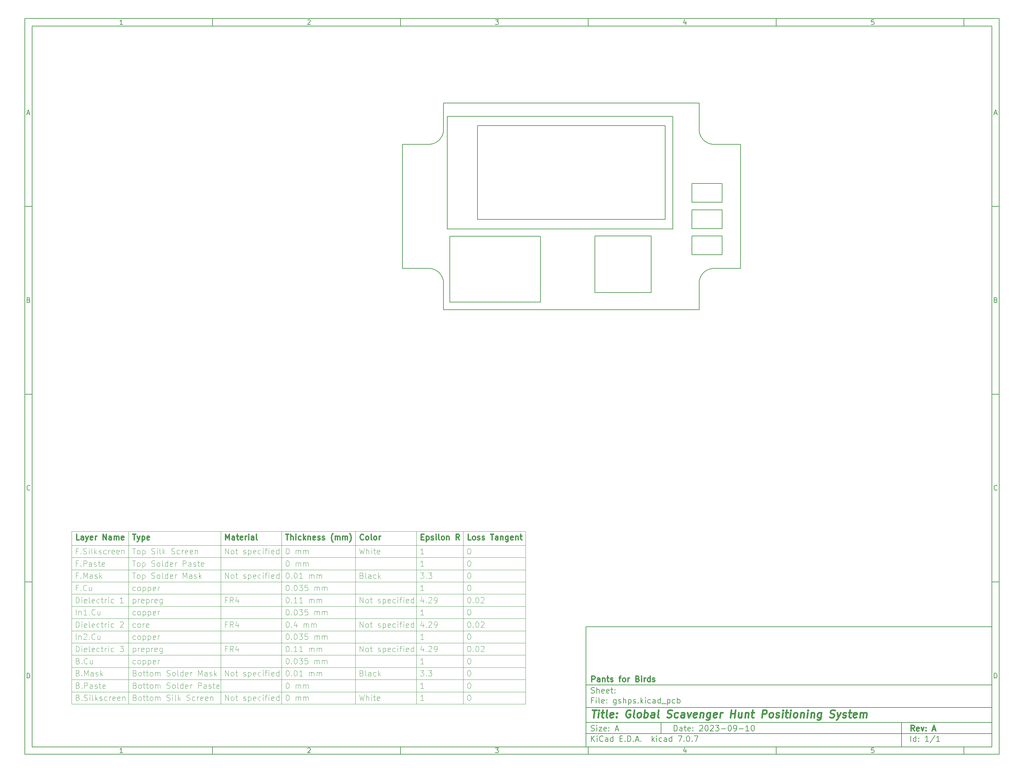
<source format=gbr>
%TF.GenerationSoftware,KiCad,Pcbnew,7.0.7*%
%TF.CreationDate,2023-09-15T21:11:31-07:00*%
%TF.ProjectId,gshps,67736870-732e-46b6-9963-61645f706362,A*%
%TF.SameCoordinates,Original*%
%TF.FileFunction,OtherDrawing,Comment*%
%FSLAX46Y46*%
G04 Gerber Fmt 4.6, Leading zero omitted, Abs format (unit mm)*
G04 Created by KiCad (PCBNEW 7.0.7) date 2023-09-15 21:11:31*
%MOMM*%
%LPD*%
G01*
G04 APERTURE LIST*
%ADD10C,0.100000*%
%ADD11C,0.150000*%
%ADD12C,0.300000*%
%ADD13C,0.400000*%
%ADD14C,0.180000*%
G04 APERTURE END LIST*
D10*
D11*
X159400000Y-171900000D02*
X267400000Y-171900000D01*
X267400000Y-203900000D01*
X159400000Y-203900000D01*
X159400000Y-171900000D01*
D10*
D11*
X10000000Y-10000000D02*
X269400000Y-10000000D01*
X269400000Y-205900000D01*
X10000000Y-205900000D01*
X10000000Y-10000000D01*
D10*
D11*
X12000000Y-12000000D02*
X267400000Y-12000000D01*
X267400000Y-203900000D01*
X12000000Y-203900000D01*
X12000000Y-12000000D01*
D10*
D11*
X60000000Y-12000000D02*
X60000000Y-10000000D01*
D10*
D11*
X110000000Y-12000000D02*
X110000000Y-10000000D01*
D10*
D11*
X160000000Y-12000000D02*
X160000000Y-10000000D01*
D10*
D11*
X210000000Y-12000000D02*
X210000000Y-10000000D01*
D10*
D11*
X260000000Y-12000000D02*
X260000000Y-10000000D01*
D10*
D11*
X36089160Y-11593604D02*
X35346303Y-11593604D01*
X35717731Y-11593604D02*
X35717731Y-10293604D01*
X35717731Y-10293604D02*
X35593922Y-10479319D01*
X35593922Y-10479319D02*
X35470112Y-10603128D01*
X35470112Y-10603128D02*
X35346303Y-10665033D01*
D10*
D11*
X85346303Y-10417414D02*
X85408207Y-10355509D01*
X85408207Y-10355509D02*
X85532017Y-10293604D01*
X85532017Y-10293604D02*
X85841541Y-10293604D01*
X85841541Y-10293604D02*
X85965350Y-10355509D01*
X85965350Y-10355509D02*
X86027255Y-10417414D01*
X86027255Y-10417414D02*
X86089160Y-10541223D01*
X86089160Y-10541223D02*
X86089160Y-10665033D01*
X86089160Y-10665033D02*
X86027255Y-10850747D01*
X86027255Y-10850747D02*
X85284398Y-11593604D01*
X85284398Y-11593604D02*
X86089160Y-11593604D01*
D10*
D11*
X135284398Y-10293604D02*
X136089160Y-10293604D01*
X136089160Y-10293604D02*
X135655826Y-10788842D01*
X135655826Y-10788842D02*
X135841541Y-10788842D01*
X135841541Y-10788842D02*
X135965350Y-10850747D01*
X135965350Y-10850747D02*
X136027255Y-10912652D01*
X136027255Y-10912652D02*
X136089160Y-11036461D01*
X136089160Y-11036461D02*
X136089160Y-11345985D01*
X136089160Y-11345985D02*
X136027255Y-11469795D01*
X136027255Y-11469795D02*
X135965350Y-11531700D01*
X135965350Y-11531700D02*
X135841541Y-11593604D01*
X135841541Y-11593604D02*
X135470112Y-11593604D01*
X135470112Y-11593604D02*
X135346303Y-11531700D01*
X135346303Y-11531700D02*
X135284398Y-11469795D01*
D10*
D11*
X185965350Y-10726938D02*
X185965350Y-11593604D01*
X185655826Y-10231700D02*
X185346303Y-11160271D01*
X185346303Y-11160271D02*
X186151064Y-11160271D01*
D10*
D11*
X236027255Y-10293604D02*
X235408207Y-10293604D01*
X235408207Y-10293604D02*
X235346303Y-10912652D01*
X235346303Y-10912652D02*
X235408207Y-10850747D01*
X235408207Y-10850747D02*
X235532017Y-10788842D01*
X235532017Y-10788842D02*
X235841541Y-10788842D01*
X235841541Y-10788842D02*
X235965350Y-10850747D01*
X235965350Y-10850747D02*
X236027255Y-10912652D01*
X236027255Y-10912652D02*
X236089160Y-11036461D01*
X236089160Y-11036461D02*
X236089160Y-11345985D01*
X236089160Y-11345985D02*
X236027255Y-11469795D01*
X236027255Y-11469795D02*
X235965350Y-11531700D01*
X235965350Y-11531700D02*
X235841541Y-11593604D01*
X235841541Y-11593604D02*
X235532017Y-11593604D01*
X235532017Y-11593604D02*
X235408207Y-11531700D01*
X235408207Y-11531700D02*
X235346303Y-11469795D01*
D10*
D11*
X60000000Y-203900000D02*
X60000000Y-205900000D01*
D10*
D11*
X110000000Y-203900000D02*
X110000000Y-205900000D01*
D10*
D11*
X160000000Y-203900000D02*
X160000000Y-205900000D01*
D10*
D11*
X210000000Y-203900000D02*
X210000000Y-205900000D01*
D10*
D11*
X260000000Y-203900000D02*
X260000000Y-205900000D01*
D10*
D11*
X36089160Y-205493604D02*
X35346303Y-205493604D01*
X35717731Y-205493604D02*
X35717731Y-204193604D01*
X35717731Y-204193604D02*
X35593922Y-204379319D01*
X35593922Y-204379319D02*
X35470112Y-204503128D01*
X35470112Y-204503128D02*
X35346303Y-204565033D01*
D10*
D11*
X85346303Y-204317414D02*
X85408207Y-204255509D01*
X85408207Y-204255509D02*
X85532017Y-204193604D01*
X85532017Y-204193604D02*
X85841541Y-204193604D01*
X85841541Y-204193604D02*
X85965350Y-204255509D01*
X85965350Y-204255509D02*
X86027255Y-204317414D01*
X86027255Y-204317414D02*
X86089160Y-204441223D01*
X86089160Y-204441223D02*
X86089160Y-204565033D01*
X86089160Y-204565033D02*
X86027255Y-204750747D01*
X86027255Y-204750747D02*
X85284398Y-205493604D01*
X85284398Y-205493604D02*
X86089160Y-205493604D01*
D10*
D11*
X135284398Y-204193604D02*
X136089160Y-204193604D01*
X136089160Y-204193604D02*
X135655826Y-204688842D01*
X135655826Y-204688842D02*
X135841541Y-204688842D01*
X135841541Y-204688842D02*
X135965350Y-204750747D01*
X135965350Y-204750747D02*
X136027255Y-204812652D01*
X136027255Y-204812652D02*
X136089160Y-204936461D01*
X136089160Y-204936461D02*
X136089160Y-205245985D01*
X136089160Y-205245985D02*
X136027255Y-205369795D01*
X136027255Y-205369795D02*
X135965350Y-205431700D01*
X135965350Y-205431700D02*
X135841541Y-205493604D01*
X135841541Y-205493604D02*
X135470112Y-205493604D01*
X135470112Y-205493604D02*
X135346303Y-205431700D01*
X135346303Y-205431700D02*
X135284398Y-205369795D01*
D10*
D11*
X185965350Y-204626938D02*
X185965350Y-205493604D01*
X185655826Y-204131700D02*
X185346303Y-205060271D01*
X185346303Y-205060271D02*
X186151064Y-205060271D01*
D10*
D11*
X236027255Y-204193604D02*
X235408207Y-204193604D01*
X235408207Y-204193604D02*
X235346303Y-204812652D01*
X235346303Y-204812652D02*
X235408207Y-204750747D01*
X235408207Y-204750747D02*
X235532017Y-204688842D01*
X235532017Y-204688842D02*
X235841541Y-204688842D01*
X235841541Y-204688842D02*
X235965350Y-204750747D01*
X235965350Y-204750747D02*
X236027255Y-204812652D01*
X236027255Y-204812652D02*
X236089160Y-204936461D01*
X236089160Y-204936461D02*
X236089160Y-205245985D01*
X236089160Y-205245985D02*
X236027255Y-205369795D01*
X236027255Y-205369795D02*
X235965350Y-205431700D01*
X235965350Y-205431700D02*
X235841541Y-205493604D01*
X235841541Y-205493604D02*
X235532017Y-205493604D01*
X235532017Y-205493604D02*
X235408207Y-205431700D01*
X235408207Y-205431700D02*
X235346303Y-205369795D01*
D10*
D11*
X10000000Y-60000000D02*
X12000000Y-60000000D01*
D10*
D11*
X10000000Y-110000000D02*
X12000000Y-110000000D01*
D10*
D11*
X10000000Y-160000000D02*
X12000000Y-160000000D01*
D10*
D11*
X10690476Y-35222176D02*
X11309523Y-35222176D01*
X10566666Y-35593604D02*
X10999999Y-34293604D01*
X10999999Y-34293604D02*
X11433333Y-35593604D01*
D10*
D11*
X11092857Y-84912652D02*
X11278571Y-84974557D01*
X11278571Y-84974557D02*
X11340476Y-85036461D01*
X11340476Y-85036461D02*
X11402380Y-85160271D01*
X11402380Y-85160271D02*
X11402380Y-85345985D01*
X11402380Y-85345985D02*
X11340476Y-85469795D01*
X11340476Y-85469795D02*
X11278571Y-85531700D01*
X11278571Y-85531700D02*
X11154761Y-85593604D01*
X11154761Y-85593604D02*
X10659523Y-85593604D01*
X10659523Y-85593604D02*
X10659523Y-84293604D01*
X10659523Y-84293604D02*
X11092857Y-84293604D01*
X11092857Y-84293604D02*
X11216666Y-84355509D01*
X11216666Y-84355509D02*
X11278571Y-84417414D01*
X11278571Y-84417414D02*
X11340476Y-84541223D01*
X11340476Y-84541223D02*
X11340476Y-84665033D01*
X11340476Y-84665033D02*
X11278571Y-84788842D01*
X11278571Y-84788842D02*
X11216666Y-84850747D01*
X11216666Y-84850747D02*
X11092857Y-84912652D01*
X11092857Y-84912652D02*
X10659523Y-84912652D01*
D10*
D11*
X11402380Y-135469795D02*
X11340476Y-135531700D01*
X11340476Y-135531700D02*
X11154761Y-135593604D01*
X11154761Y-135593604D02*
X11030952Y-135593604D01*
X11030952Y-135593604D02*
X10845238Y-135531700D01*
X10845238Y-135531700D02*
X10721428Y-135407890D01*
X10721428Y-135407890D02*
X10659523Y-135284080D01*
X10659523Y-135284080D02*
X10597619Y-135036461D01*
X10597619Y-135036461D02*
X10597619Y-134850747D01*
X10597619Y-134850747D02*
X10659523Y-134603128D01*
X10659523Y-134603128D02*
X10721428Y-134479319D01*
X10721428Y-134479319D02*
X10845238Y-134355509D01*
X10845238Y-134355509D02*
X11030952Y-134293604D01*
X11030952Y-134293604D02*
X11154761Y-134293604D01*
X11154761Y-134293604D02*
X11340476Y-134355509D01*
X11340476Y-134355509D02*
X11402380Y-134417414D01*
D10*
D11*
X10659523Y-185593604D02*
X10659523Y-184293604D01*
X10659523Y-184293604D02*
X10969047Y-184293604D01*
X10969047Y-184293604D02*
X11154761Y-184355509D01*
X11154761Y-184355509D02*
X11278571Y-184479319D01*
X11278571Y-184479319D02*
X11340476Y-184603128D01*
X11340476Y-184603128D02*
X11402380Y-184850747D01*
X11402380Y-184850747D02*
X11402380Y-185036461D01*
X11402380Y-185036461D02*
X11340476Y-185284080D01*
X11340476Y-185284080D02*
X11278571Y-185407890D01*
X11278571Y-185407890D02*
X11154761Y-185531700D01*
X11154761Y-185531700D02*
X10969047Y-185593604D01*
X10969047Y-185593604D02*
X10659523Y-185593604D01*
D10*
D11*
X269400000Y-60000000D02*
X267400000Y-60000000D01*
D10*
D11*
X269400000Y-110000000D02*
X267400000Y-110000000D01*
D10*
D11*
X269400000Y-160000000D02*
X267400000Y-160000000D01*
D10*
D11*
X268090476Y-35222176D02*
X268709523Y-35222176D01*
X267966666Y-35593604D02*
X268399999Y-34293604D01*
X268399999Y-34293604D02*
X268833333Y-35593604D01*
D10*
D11*
X268492857Y-84912652D02*
X268678571Y-84974557D01*
X268678571Y-84974557D02*
X268740476Y-85036461D01*
X268740476Y-85036461D02*
X268802380Y-85160271D01*
X268802380Y-85160271D02*
X268802380Y-85345985D01*
X268802380Y-85345985D02*
X268740476Y-85469795D01*
X268740476Y-85469795D02*
X268678571Y-85531700D01*
X268678571Y-85531700D02*
X268554761Y-85593604D01*
X268554761Y-85593604D02*
X268059523Y-85593604D01*
X268059523Y-85593604D02*
X268059523Y-84293604D01*
X268059523Y-84293604D02*
X268492857Y-84293604D01*
X268492857Y-84293604D02*
X268616666Y-84355509D01*
X268616666Y-84355509D02*
X268678571Y-84417414D01*
X268678571Y-84417414D02*
X268740476Y-84541223D01*
X268740476Y-84541223D02*
X268740476Y-84665033D01*
X268740476Y-84665033D02*
X268678571Y-84788842D01*
X268678571Y-84788842D02*
X268616666Y-84850747D01*
X268616666Y-84850747D02*
X268492857Y-84912652D01*
X268492857Y-84912652D02*
X268059523Y-84912652D01*
D10*
D11*
X268802380Y-135469795D02*
X268740476Y-135531700D01*
X268740476Y-135531700D02*
X268554761Y-135593604D01*
X268554761Y-135593604D02*
X268430952Y-135593604D01*
X268430952Y-135593604D02*
X268245238Y-135531700D01*
X268245238Y-135531700D02*
X268121428Y-135407890D01*
X268121428Y-135407890D02*
X268059523Y-135284080D01*
X268059523Y-135284080D02*
X267997619Y-135036461D01*
X267997619Y-135036461D02*
X267997619Y-134850747D01*
X267997619Y-134850747D02*
X268059523Y-134603128D01*
X268059523Y-134603128D02*
X268121428Y-134479319D01*
X268121428Y-134479319D02*
X268245238Y-134355509D01*
X268245238Y-134355509D02*
X268430952Y-134293604D01*
X268430952Y-134293604D02*
X268554761Y-134293604D01*
X268554761Y-134293604D02*
X268740476Y-134355509D01*
X268740476Y-134355509D02*
X268802380Y-134417414D01*
D10*
D11*
X268059523Y-185593604D02*
X268059523Y-184293604D01*
X268059523Y-184293604D02*
X268369047Y-184293604D01*
X268369047Y-184293604D02*
X268554761Y-184355509D01*
X268554761Y-184355509D02*
X268678571Y-184479319D01*
X268678571Y-184479319D02*
X268740476Y-184603128D01*
X268740476Y-184603128D02*
X268802380Y-184850747D01*
X268802380Y-184850747D02*
X268802380Y-185036461D01*
X268802380Y-185036461D02*
X268740476Y-185284080D01*
X268740476Y-185284080D02*
X268678571Y-185407890D01*
X268678571Y-185407890D02*
X268554761Y-185531700D01*
X268554761Y-185531700D02*
X268369047Y-185593604D01*
X268369047Y-185593604D02*
X268059523Y-185593604D01*
D10*
D11*
X182855826Y-199686128D02*
X182855826Y-198186128D01*
X182855826Y-198186128D02*
X183212969Y-198186128D01*
X183212969Y-198186128D02*
X183427255Y-198257557D01*
X183427255Y-198257557D02*
X183570112Y-198400414D01*
X183570112Y-198400414D02*
X183641541Y-198543271D01*
X183641541Y-198543271D02*
X183712969Y-198828985D01*
X183712969Y-198828985D02*
X183712969Y-199043271D01*
X183712969Y-199043271D02*
X183641541Y-199328985D01*
X183641541Y-199328985D02*
X183570112Y-199471842D01*
X183570112Y-199471842D02*
X183427255Y-199614700D01*
X183427255Y-199614700D02*
X183212969Y-199686128D01*
X183212969Y-199686128D02*
X182855826Y-199686128D01*
X184998684Y-199686128D02*
X184998684Y-198900414D01*
X184998684Y-198900414D02*
X184927255Y-198757557D01*
X184927255Y-198757557D02*
X184784398Y-198686128D01*
X184784398Y-198686128D02*
X184498684Y-198686128D01*
X184498684Y-198686128D02*
X184355826Y-198757557D01*
X184998684Y-199614700D02*
X184855826Y-199686128D01*
X184855826Y-199686128D02*
X184498684Y-199686128D01*
X184498684Y-199686128D02*
X184355826Y-199614700D01*
X184355826Y-199614700D02*
X184284398Y-199471842D01*
X184284398Y-199471842D02*
X184284398Y-199328985D01*
X184284398Y-199328985D02*
X184355826Y-199186128D01*
X184355826Y-199186128D02*
X184498684Y-199114700D01*
X184498684Y-199114700D02*
X184855826Y-199114700D01*
X184855826Y-199114700D02*
X184998684Y-199043271D01*
X185498684Y-198686128D02*
X186070112Y-198686128D01*
X185712969Y-198186128D02*
X185712969Y-199471842D01*
X185712969Y-199471842D02*
X185784398Y-199614700D01*
X185784398Y-199614700D02*
X185927255Y-199686128D01*
X185927255Y-199686128D02*
X186070112Y-199686128D01*
X187141541Y-199614700D02*
X186998684Y-199686128D01*
X186998684Y-199686128D02*
X186712970Y-199686128D01*
X186712970Y-199686128D02*
X186570112Y-199614700D01*
X186570112Y-199614700D02*
X186498684Y-199471842D01*
X186498684Y-199471842D02*
X186498684Y-198900414D01*
X186498684Y-198900414D02*
X186570112Y-198757557D01*
X186570112Y-198757557D02*
X186712970Y-198686128D01*
X186712970Y-198686128D02*
X186998684Y-198686128D01*
X186998684Y-198686128D02*
X187141541Y-198757557D01*
X187141541Y-198757557D02*
X187212970Y-198900414D01*
X187212970Y-198900414D02*
X187212970Y-199043271D01*
X187212970Y-199043271D02*
X186498684Y-199186128D01*
X187855826Y-199543271D02*
X187927255Y-199614700D01*
X187927255Y-199614700D02*
X187855826Y-199686128D01*
X187855826Y-199686128D02*
X187784398Y-199614700D01*
X187784398Y-199614700D02*
X187855826Y-199543271D01*
X187855826Y-199543271D02*
X187855826Y-199686128D01*
X187855826Y-198757557D02*
X187927255Y-198828985D01*
X187927255Y-198828985D02*
X187855826Y-198900414D01*
X187855826Y-198900414D02*
X187784398Y-198828985D01*
X187784398Y-198828985D02*
X187855826Y-198757557D01*
X187855826Y-198757557D02*
X187855826Y-198900414D01*
X189641541Y-198328985D02*
X189712969Y-198257557D01*
X189712969Y-198257557D02*
X189855827Y-198186128D01*
X189855827Y-198186128D02*
X190212969Y-198186128D01*
X190212969Y-198186128D02*
X190355827Y-198257557D01*
X190355827Y-198257557D02*
X190427255Y-198328985D01*
X190427255Y-198328985D02*
X190498684Y-198471842D01*
X190498684Y-198471842D02*
X190498684Y-198614700D01*
X190498684Y-198614700D02*
X190427255Y-198828985D01*
X190427255Y-198828985D02*
X189570112Y-199686128D01*
X189570112Y-199686128D02*
X190498684Y-199686128D01*
X191427255Y-198186128D02*
X191570112Y-198186128D01*
X191570112Y-198186128D02*
X191712969Y-198257557D01*
X191712969Y-198257557D02*
X191784398Y-198328985D01*
X191784398Y-198328985D02*
X191855826Y-198471842D01*
X191855826Y-198471842D02*
X191927255Y-198757557D01*
X191927255Y-198757557D02*
X191927255Y-199114700D01*
X191927255Y-199114700D02*
X191855826Y-199400414D01*
X191855826Y-199400414D02*
X191784398Y-199543271D01*
X191784398Y-199543271D02*
X191712969Y-199614700D01*
X191712969Y-199614700D02*
X191570112Y-199686128D01*
X191570112Y-199686128D02*
X191427255Y-199686128D01*
X191427255Y-199686128D02*
X191284398Y-199614700D01*
X191284398Y-199614700D02*
X191212969Y-199543271D01*
X191212969Y-199543271D02*
X191141540Y-199400414D01*
X191141540Y-199400414D02*
X191070112Y-199114700D01*
X191070112Y-199114700D02*
X191070112Y-198757557D01*
X191070112Y-198757557D02*
X191141540Y-198471842D01*
X191141540Y-198471842D02*
X191212969Y-198328985D01*
X191212969Y-198328985D02*
X191284398Y-198257557D01*
X191284398Y-198257557D02*
X191427255Y-198186128D01*
X192498683Y-198328985D02*
X192570111Y-198257557D01*
X192570111Y-198257557D02*
X192712969Y-198186128D01*
X192712969Y-198186128D02*
X193070111Y-198186128D01*
X193070111Y-198186128D02*
X193212969Y-198257557D01*
X193212969Y-198257557D02*
X193284397Y-198328985D01*
X193284397Y-198328985D02*
X193355826Y-198471842D01*
X193355826Y-198471842D02*
X193355826Y-198614700D01*
X193355826Y-198614700D02*
X193284397Y-198828985D01*
X193284397Y-198828985D02*
X192427254Y-199686128D01*
X192427254Y-199686128D02*
X193355826Y-199686128D01*
X193855825Y-198186128D02*
X194784397Y-198186128D01*
X194784397Y-198186128D02*
X194284397Y-198757557D01*
X194284397Y-198757557D02*
X194498682Y-198757557D01*
X194498682Y-198757557D02*
X194641540Y-198828985D01*
X194641540Y-198828985D02*
X194712968Y-198900414D01*
X194712968Y-198900414D02*
X194784397Y-199043271D01*
X194784397Y-199043271D02*
X194784397Y-199400414D01*
X194784397Y-199400414D02*
X194712968Y-199543271D01*
X194712968Y-199543271D02*
X194641540Y-199614700D01*
X194641540Y-199614700D02*
X194498682Y-199686128D01*
X194498682Y-199686128D02*
X194070111Y-199686128D01*
X194070111Y-199686128D02*
X193927254Y-199614700D01*
X193927254Y-199614700D02*
X193855825Y-199543271D01*
X195427253Y-199114700D02*
X196570111Y-199114700D01*
X197570111Y-198186128D02*
X197712968Y-198186128D01*
X197712968Y-198186128D02*
X197855825Y-198257557D01*
X197855825Y-198257557D02*
X197927254Y-198328985D01*
X197927254Y-198328985D02*
X197998682Y-198471842D01*
X197998682Y-198471842D02*
X198070111Y-198757557D01*
X198070111Y-198757557D02*
X198070111Y-199114700D01*
X198070111Y-199114700D02*
X197998682Y-199400414D01*
X197998682Y-199400414D02*
X197927254Y-199543271D01*
X197927254Y-199543271D02*
X197855825Y-199614700D01*
X197855825Y-199614700D02*
X197712968Y-199686128D01*
X197712968Y-199686128D02*
X197570111Y-199686128D01*
X197570111Y-199686128D02*
X197427254Y-199614700D01*
X197427254Y-199614700D02*
X197355825Y-199543271D01*
X197355825Y-199543271D02*
X197284396Y-199400414D01*
X197284396Y-199400414D02*
X197212968Y-199114700D01*
X197212968Y-199114700D02*
X197212968Y-198757557D01*
X197212968Y-198757557D02*
X197284396Y-198471842D01*
X197284396Y-198471842D02*
X197355825Y-198328985D01*
X197355825Y-198328985D02*
X197427254Y-198257557D01*
X197427254Y-198257557D02*
X197570111Y-198186128D01*
X198784396Y-199686128D02*
X199070110Y-199686128D01*
X199070110Y-199686128D02*
X199212967Y-199614700D01*
X199212967Y-199614700D02*
X199284396Y-199543271D01*
X199284396Y-199543271D02*
X199427253Y-199328985D01*
X199427253Y-199328985D02*
X199498682Y-199043271D01*
X199498682Y-199043271D02*
X199498682Y-198471842D01*
X199498682Y-198471842D02*
X199427253Y-198328985D01*
X199427253Y-198328985D02*
X199355825Y-198257557D01*
X199355825Y-198257557D02*
X199212967Y-198186128D01*
X199212967Y-198186128D02*
X198927253Y-198186128D01*
X198927253Y-198186128D02*
X198784396Y-198257557D01*
X198784396Y-198257557D02*
X198712967Y-198328985D01*
X198712967Y-198328985D02*
X198641539Y-198471842D01*
X198641539Y-198471842D02*
X198641539Y-198828985D01*
X198641539Y-198828985D02*
X198712967Y-198971842D01*
X198712967Y-198971842D02*
X198784396Y-199043271D01*
X198784396Y-199043271D02*
X198927253Y-199114700D01*
X198927253Y-199114700D02*
X199212967Y-199114700D01*
X199212967Y-199114700D02*
X199355825Y-199043271D01*
X199355825Y-199043271D02*
X199427253Y-198971842D01*
X199427253Y-198971842D02*
X199498682Y-198828985D01*
X200141538Y-199114700D02*
X201284396Y-199114700D01*
X202784396Y-199686128D02*
X201927253Y-199686128D01*
X202355824Y-199686128D02*
X202355824Y-198186128D01*
X202355824Y-198186128D02*
X202212967Y-198400414D01*
X202212967Y-198400414D02*
X202070110Y-198543271D01*
X202070110Y-198543271D02*
X201927253Y-198614700D01*
X203712967Y-198186128D02*
X203855824Y-198186128D01*
X203855824Y-198186128D02*
X203998681Y-198257557D01*
X203998681Y-198257557D02*
X204070110Y-198328985D01*
X204070110Y-198328985D02*
X204141538Y-198471842D01*
X204141538Y-198471842D02*
X204212967Y-198757557D01*
X204212967Y-198757557D02*
X204212967Y-199114700D01*
X204212967Y-199114700D02*
X204141538Y-199400414D01*
X204141538Y-199400414D02*
X204070110Y-199543271D01*
X204070110Y-199543271D02*
X203998681Y-199614700D01*
X203998681Y-199614700D02*
X203855824Y-199686128D01*
X203855824Y-199686128D02*
X203712967Y-199686128D01*
X203712967Y-199686128D02*
X203570110Y-199614700D01*
X203570110Y-199614700D02*
X203498681Y-199543271D01*
X203498681Y-199543271D02*
X203427252Y-199400414D01*
X203427252Y-199400414D02*
X203355824Y-199114700D01*
X203355824Y-199114700D02*
X203355824Y-198757557D01*
X203355824Y-198757557D02*
X203427252Y-198471842D01*
X203427252Y-198471842D02*
X203498681Y-198328985D01*
X203498681Y-198328985D02*
X203570110Y-198257557D01*
X203570110Y-198257557D02*
X203712967Y-198186128D01*
D10*
D11*
X159400000Y-200400000D02*
X267400000Y-200400000D01*
D10*
D11*
X160855826Y-202486128D02*
X160855826Y-200986128D01*
X161712969Y-202486128D02*
X161070112Y-201628985D01*
X161712969Y-200986128D02*
X160855826Y-201843271D01*
X162355826Y-202486128D02*
X162355826Y-201486128D01*
X162355826Y-200986128D02*
X162284398Y-201057557D01*
X162284398Y-201057557D02*
X162355826Y-201128985D01*
X162355826Y-201128985D02*
X162427255Y-201057557D01*
X162427255Y-201057557D02*
X162355826Y-200986128D01*
X162355826Y-200986128D02*
X162355826Y-201128985D01*
X163927255Y-202343271D02*
X163855827Y-202414700D01*
X163855827Y-202414700D02*
X163641541Y-202486128D01*
X163641541Y-202486128D02*
X163498684Y-202486128D01*
X163498684Y-202486128D02*
X163284398Y-202414700D01*
X163284398Y-202414700D02*
X163141541Y-202271842D01*
X163141541Y-202271842D02*
X163070112Y-202128985D01*
X163070112Y-202128985D02*
X162998684Y-201843271D01*
X162998684Y-201843271D02*
X162998684Y-201628985D01*
X162998684Y-201628985D02*
X163070112Y-201343271D01*
X163070112Y-201343271D02*
X163141541Y-201200414D01*
X163141541Y-201200414D02*
X163284398Y-201057557D01*
X163284398Y-201057557D02*
X163498684Y-200986128D01*
X163498684Y-200986128D02*
X163641541Y-200986128D01*
X163641541Y-200986128D02*
X163855827Y-201057557D01*
X163855827Y-201057557D02*
X163927255Y-201128985D01*
X165212970Y-202486128D02*
X165212970Y-201700414D01*
X165212970Y-201700414D02*
X165141541Y-201557557D01*
X165141541Y-201557557D02*
X164998684Y-201486128D01*
X164998684Y-201486128D02*
X164712970Y-201486128D01*
X164712970Y-201486128D02*
X164570112Y-201557557D01*
X165212970Y-202414700D02*
X165070112Y-202486128D01*
X165070112Y-202486128D02*
X164712970Y-202486128D01*
X164712970Y-202486128D02*
X164570112Y-202414700D01*
X164570112Y-202414700D02*
X164498684Y-202271842D01*
X164498684Y-202271842D02*
X164498684Y-202128985D01*
X164498684Y-202128985D02*
X164570112Y-201986128D01*
X164570112Y-201986128D02*
X164712970Y-201914700D01*
X164712970Y-201914700D02*
X165070112Y-201914700D01*
X165070112Y-201914700D02*
X165212970Y-201843271D01*
X166570113Y-202486128D02*
X166570113Y-200986128D01*
X166570113Y-202414700D02*
X166427255Y-202486128D01*
X166427255Y-202486128D02*
X166141541Y-202486128D01*
X166141541Y-202486128D02*
X165998684Y-202414700D01*
X165998684Y-202414700D02*
X165927255Y-202343271D01*
X165927255Y-202343271D02*
X165855827Y-202200414D01*
X165855827Y-202200414D02*
X165855827Y-201771842D01*
X165855827Y-201771842D02*
X165927255Y-201628985D01*
X165927255Y-201628985D02*
X165998684Y-201557557D01*
X165998684Y-201557557D02*
X166141541Y-201486128D01*
X166141541Y-201486128D02*
X166427255Y-201486128D01*
X166427255Y-201486128D02*
X166570113Y-201557557D01*
X168427255Y-201700414D02*
X168927255Y-201700414D01*
X169141541Y-202486128D02*
X168427255Y-202486128D01*
X168427255Y-202486128D02*
X168427255Y-200986128D01*
X168427255Y-200986128D02*
X169141541Y-200986128D01*
X169784398Y-202343271D02*
X169855827Y-202414700D01*
X169855827Y-202414700D02*
X169784398Y-202486128D01*
X169784398Y-202486128D02*
X169712970Y-202414700D01*
X169712970Y-202414700D02*
X169784398Y-202343271D01*
X169784398Y-202343271D02*
X169784398Y-202486128D01*
X170498684Y-202486128D02*
X170498684Y-200986128D01*
X170498684Y-200986128D02*
X170855827Y-200986128D01*
X170855827Y-200986128D02*
X171070113Y-201057557D01*
X171070113Y-201057557D02*
X171212970Y-201200414D01*
X171212970Y-201200414D02*
X171284399Y-201343271D01*
X171284399Y-201343271D02*
X171355827Y-201628985D01*
X171355827Y-201628985D02*
X171355827Y-201843271D01*
X171355827Y-201843271D02*
X171284399Y-202128985D01*
X171284399Y-202128985D02*
X171212970Y-202271842D01*
X171212970Y-202271842D02*
X171070113Y-202414700D01*
X171070113Y-202414700D02*
X170855827Y-202486128D01*
X170855827Y-202486128D02*
X170498684Y-202486128D01*
X171998684Y-202343271D02*
X172070113Y-202414700D01*
X172070113Y-202414700D02*
X171998684Y-202486128D01*
X171998684Y-202486128D02*
X171927256Y-202414700D01*
X171927256Y-202414700D02*
X171998684Y-202343271D01*
X171998684Y-202343271D02*
X171998684Y-202486128D01*
X172641542Y-202057557D02*
X173355828Y-202057557D01*
X172498685Y-202486128D02*
X172998685Y-200986128D01*
X172998685Y-200986128D02*
X173498685Y-202486128D01*
X173998684Y-202343271D02*
X174070113Y-202414700D01*
X174070113Y-202414700D02*
X173998684Y-202486128D01*
X173998684Y-202486128D02*
X173927256Y-202414700D01*
X173927256Y-202414700D02*
X173998684Y-202343271D01*
X173998684Y-202343271D02*
X173998684Y-202486128D01*
X176998684Y-202486128D02*
X176998684Y-200986128D01*
X177141542Y-201914700D02*
X177570113Y-202486128D01*
X177570113Y-201486128D02*
X176998684Y-202057557D01*
X178212970Y-202486128D02*
X178212970Y-201486128D01*
X178212970Y-200986128D02*
X178141542Y-201057557D01*
X178141542Y-201057557D02*
X178212970Y-201128985D01*
X178212970Y-201128985D02*
X178284399Y-201057557D01*
X178284399Y-201057557D02*
X178212970Y-200986128D01*
X178212970Y-200986128D02*
X178212970Y-201128985D01*
X179570114Y-202414700D02*
X179427256Y-202486128D01*
X179427256Y-202486128D02*
X179141542Y-202486128D01*
X179141542Y-202486128D02*
X178998685Y-202414700D01*
X178998685Y-202414700D02*
X178927256Y-202343271D01*
X178927256Y-202343271D02*
X178855828Y-202200414D01*
X178855828Y-202200414D02*
X178855828Y-201771842D01*
X178855828Y-201771842D02*
X178927256Y-201628985D01*
X178927256Y-201628985D02*
X178998685Y-201557557D01*
X178998685Y-201557557D02*
X179141542Y-201486128D01*
X179141542Y-201486128D02*
X179427256Y-201486128D01*
X179427256Y-201486128D02*
X179570114Y-201557557D01*
X180855828Y-202486128D02*
X180855828Y-201700414D01*
X180855828Y-201700414D02*
X180784399Y-201557557D01*
X180784399Y-201557557D02*
X180641542Y-201486128D01*
X180641542Y-201486128D02*
X180355828Y-201486128D01*
X180355828Y-201486128D02*
X180212970Y-201557557D01*
X180855828Y-202414700D02*
X180712970Y-202486128D01*
X180712970Y-202486128D02*
X180355828Y-202486128D01*
X180355828Y-202486128D02*
X180212970Y-202414700D01*
X180212970Y-202414700D02*
X180141542Y-202271842D01*
X180141542Y-202271842D02*
X180141542Y-202128985D01*
X180141542Y-202128985D02*
X180212970Y-201986128D01*
X180212970Y-201986128D02*
X180355828Y-201914700D01*
X180355828Y-201914700D02*
X180712970Y-201914700D01*
X180712970Y-201914700D02*
X180855828Y-201843271D01*
X182212971Y-202486128D02*
X182212971Y-200986128D01*
X182212971Y-202414700D02*
X182070113Y-202486128D01*
X182070113Y-202486128D02*
X181784399Y-202486128D01*
X181784399Y-202486128D02*
X181641542Y-202414700D01*
X181641542Y-202414700D02*
X181570113Y-202343271D01*
X181570113Y-202343271D02*
X181498685Y-202200414D01*
X181498685Y-202200414D02*
X181498685Y-201771842D01*
X181498685Y-201771842D02*
X181570113Y-201628985D01*
X181570113Y-201628985D02*
X181641542Y-201557557D01*
X181641542Y-201557557D02*
X181784399Y-201486128D01*
X181784399Y-201486128D02*
X182070113Y-201486128D01*
X182070113Y-201486128D02*
X182212971Y-201557557D01*
X183927256Y-200986128D02*
X184927256Y-200986128D01*
X184927256Y-200986128D02*
X184284399Y-202486128D01*
X185498684Y-202343271D02*
X185570113Y-202414700D01*
X185570113Y-202414700D02*
X185498684Y-202486128D01*
X185498684Y-202486128D02*
X185427256Y-202414700D01*
X185427256Y-202414700D02*
X185498684Y-202343271D01*
X185498684Y-202343271D02*
X185498684Y-202486128D01*
X186498685Y-200986128D02*
X186641542Y-200986128D01*
X186641542Y-200986128D02*
X186784399Y-201057557D01*
X186784399Y-201057557D02*
X186855828Y-201128985D01*
X186855828Y-201128985D02*
X186927256Y-201271842D01*
X186927256Y-201271842D02*
X186998685Y-201557557D01*
X186998685Y-201557557D02*
X186998685Y-201914700D01*
X186998685Y-201914700D02*
X186927256Y-202200414D01*
X186927256Y-202200414D02*
X186855828Y-202343271D01*
X186855828Y-202343271D02*
X186784399Y-202414700D01*
X186784399Y-202414700D02*
X186641542Y-202486128D01*
X186641542Y-202486128D02*
X186498685Y-202486128D01*
X186498685Y-202486128D02*
X186355828Y-202414700D01*
X186355828Y-202414700D02*
X186284399Y-202343271D01*
X186284399Y-202343271D02*
X186212970Y-202200414D01*
X186212970Y-202200414D02*
X186141542Y-201914700D01*
X186141542Y-201914700D02*
X186141542Y-201557557D01*
X186141542Y-201557557D02*
X186212970Y-201271842D01*
X186212970Y-201271842D02*
X186284399Y-201128985D01*
X186284399Y-201128985D02*
X186355828Y-201057557D01*
X186355828Y-201057557D02*
X186498685Y-200986128D01*
X187641541Y-202343271D02*
X187712970Y-202414700D01*
X187712970Y-202414700D02*
X187641541Y-202486128D01*
X187641541Y-202486128D02*
X187570113Y-202414700D01*
X187570113Y-202414700D02*
X187641541Y-202343271D01*
X187641541Y-202343271D02*
X187641541Y-202486128D01*
X188212970Y-200986128D02*
X189212970Y-200986128D01*
X189212970Y-200986128D02*
X188570113Y-202486128D01*
D10*
D11*
X159400000Y-197400000D02*
X267400000Y-197400000D01*
D10*
D12*
X246811653Y-199678328D02*
X246311653Y-198964042D01*
X245954510Y-199678328D02*
X245954510Y-198178328D01*
X245954510Y-198178328D02*
X246525939Y-198178328D01*
X246525939Y-198178328D02*
X246668796Y-198249757D01*
X246668796Y-198249757D02*
X246740225Y-198321185D01*
X246740225Y-198321185D02*
X246811653Y-198464042D01*
X246811653Y-198464042D02*
X246811653Y-198678328D01*
X246811653Y-198678328D02*
X246740225Y-198821185D01*
X246740225Y-198821185D02*
X246668796Y-198892614D01*
X246668796Y-198892614D02*
X246525939Y-198964042D01*
X246525939Y-198964042D02*
X245954510Y-198964042D01*
X248025939Y-199606900D02*
X247883082Y-199678328D01*
X247883082Y-199678328D02*
X247597368Y-199678328D01*
X247597368Y-199678328D02*
X247454510Y-199606900D01*
X247454510Y-199606900D02*
X247383082Y-199464042D01*
X247383082Y-199464042D02*
X247383082Y-198892614D01*
X247383082Y-198892614D02*
X247454510Y-198749757D01*
X247454510Y-198749757D02*
X247597368Y-198678328D01*
X247597368Y-198678328D02*
X247883082Y-198678328D01*
X247883082Y-198678328D02*
X248025939Y-198749757D01*
X248025939Y-198749757D02*
X248097368Y-198892614D01*
X248097368Y-198892614D02*
X248097368Y-199035471D01*
X248097368Y-199035471D02*
X247383082Y-199178328D01*
X248597367Y-198678328D02*
X248954510Y-199678328D01*
X248954510Y-199678328D02*
X249311653Y-198678328D01*
X249883081Y-199535471D02*
X249954510Y-199606900D01*
X249954510Y-199606900D02*
X249883081Y-199678328D01*
X249883081Y-199678328D02*
X249811653Y-199606900D01*
X249811653Y-199606900D02*
X249883081Y-199535471D01*
X249883081Y-199535471D02*
X249883081Y-199678328D01*
X249883081Y-198749757D02*
X249954510Y-198821185D01*
X249954510Y-198821185D02*
X249883081Y-198892614D01*
X249883081Y-198892614D02*
X249811653Y-198821185D01*
X249811653Y-198821185D02*
X249883081Y-198749757D01*
X249883081Y-198749757D02*
X249883081Y-198892614D01*
X251668796Y-199249757D02*
X252383082Y-199249757D01*
X251525939Y-199678328D02*
X252025939Y-198178328D01*
X252025939Y-198178328D02*
X252525939Y-199678328D01*
D10*
D11*
X160784398Y-199614700D02*
X160998684Y-199686128D01*
X160998684Y-199686128D02*
X161355826Y-199686128D01*
X161355826Y-199686128D02*
X161498684Y-199614700D01*
X161498684Y-199614700D02*
X161570112Y-199543271D01*
X161570112Y-199543271D02*
X161641541Y-199400414D01*
X161641541Y-199400414D02*
X161641541Y-199257557D01*
X161641541Y-199257557D02*
X161570112Y-199114700D01*
X161570112Y-199114700D02*
X161498684Y-199043271D01*
X161498684Y-199043271D02*
X161355826Y-198971842D01*
X161355826Y-198971842D02*
X161070112Y-198900414D01*
X161070112Y-198900414D02*
X160927255Y-198828985D01*
X160927255Y-198828985D02*
X160855826Y-198757557D01*
X160855826Y-198757557D02*
X160784398Y-198614700D01*
X160784398Y-198614700D02*
X160784398Y-198471842D01*
X160784398Y-198471842D02*
X160855826Y-198328985D01*
X160855826Y-198328985D02*
X160927255Y-198257557D01*
X160927255Y-198257557D02*
X161070112Y-198186128D01*
X161070112Y-198186128D02*
X161427255Y-198186128D01*
X161427255Y-198186128D02*
X161641541Y-198257557D01*
X162284397Y-199686128D02*
X162284397Y-198686128D01*
X162284397Y-198186128D02*
X162212969Y-198257557D01*
X162212969Y-198257557D02*
X162284397Y-198328985D01*
X162284397Y-198328985D02*
X162355826Y-198257557D01*
X162355826Y-198257557D02*
X162284397Y-198186128D01*
X162284397Y-198186128D02*
X162284397Y-198328985D01*
X162855826Y-198686128D02*
X163641541Y-198686128D01*
X163641541Y-198686128D02*
X162855826Y-199686128D01*
X162855826Y-199686128D02*
X163641541Y-199686128D01*
X164784398Y-199614700D02*
X164641541Y-199686128D01*
X164641541Y-199686128D02*
X164355827Y-199686128D01*
X164355827Y-199686128D02*
X164212969Y-199614700D01*
X164212969Y-199614700D02*
X164141541Y-199471842D01*
X164141541Y-199471842D02*
X164141541Y-198900414D01*
X164141541Y-198900414D02*
X164212969Y-198757557D01*
X164212969Y-198757557D02*
X164355827Y-198686128D01*
X164355827Y-198686128D02*
X164641541Y-198686128D01*
X164641541Y-198686128D02*
X164784398Y-198757557D01*
X164784398Y-198757557D02*
X164855827Y-198900414D01*
X164855827Y-198900414D02*
X164855827Y-199043271D01*
X164855827Y-199043271D02*
X164141541Y-199186128D01*
X165498683Y-199543271D02*
X165570112Y-199614700D01*
X165570112Y-199614700D02*
X165498683Y-199686128D01*
X165498683Y-199686128D02*
X165427255Y-199614700D01*
X165427255Y-199614700D02*
X165498683Y-199543271D01*
X165498683Y-199543271D02*
X165498683Y-199686128D01*
X165498683Y-198757557D02*
X165570112Y-198828985D01*
X165570112Y-198828985D02*
X165498683Y-198900414D01*
X165498683Y-198900414D02*
X165427255Y-198828985D01*
X165427255Y-198828985D02*
X165498683Y-198757557D01*
X165498683Y-198757557D02*
X165498683Y-198900414D01*
X167284398Y-199257557D02*
X167998684Y-199257557D01*
X167141541Y-199686128D02*
X167641541Y-198186128D01*
X167641541Y-198186128D02*
X168141541Y-199686128D01*
D10*
D11*
X245855826Y-202486128D02*
X245855826Y-200986128D01*
X247212970Y-202486128D02*
X247212970Y-200986128D01*
X247212970Y-202414700D02*
X247070112Y-202486128D01*
X247070112Y-202486128D02*
X246784398Y-202486128D01*
X246784398Y-202486128D02*
X246641541Y-202414700D01*
X246641541Y-202414700D02*
X246570112Y-202343271D01*
X246570112Y-202343271D02*
X246498684Y-202200414D01*
X246498684Y-202200414D02*
X246498684Y-201771842D01*
X246498684Y-201771842D02*
X246570112Y-201628985D01*
X246570112Y-201628985D02*
X246641541Y-201557557D01*
X246641541Y-201557557D02*
X246784398Y-201486128D01*
X246784398Y-201486128D02*
X247070112Y-201486128D01*
X247070112Y-201486128D02*
X247212970Y-201557557D01*
X247927255Y-202343271D02*
X247998684Y-202414700D01*
X247998684Y-202414700D02*
X247927255Y-202486128D01*
X247927255Y-202486128D02*
X247855827Y-202414700D01*
X247855827Y-202414700D02*
X247927255Y-202343271D01*
X247927255Y-202343271D02*
X247927255Y-202486128D01*
X247927255Y-201557557D02*
X247998684Y-201628985D01*
X247998684Y-201628985D02*
X247927255Y-201700414D01*
X247927255Y-201700414D02*
X247855827Y-201628985D01*
X247855827Y-201628985D02*
X247927255Y-201557557D01*
X247927255Y-201557557D02*
X247927255Y-201700414D01*
X250570113Y-202486128D02*
X249712970Y-202486128D01*
X250141541Y-202486128D02*
X250141541Y-200986128D01*
X250141541Y-200986128D02*
X249998684Y-201200414D01*
X249998684Y-201200414D02*
X249855827Y-201343271D01*
X249855827Y-201343271D02*
X249712970Y-201414700D01*
X252284398Y-200914700D02*
X250998684Y-202843271D01*
X253570113Y-202486128D02*
X252712970Y-202486128D01*
X253141541Y-202486128D02*
X253141541Y-200986128D01*
X253141541Y-200986128D02*
X252998684Y-201200414D01*
X252998684Y-201200414D02*
X252855827Y-201343271D01*
X252855827Y-201343271D02*
X252712970Y-201414700D01*
D10*
D11*
X159400000Y-193400000D02*
X267400000Y-193400000D01*
D10*
D13*
X161091728Y-194104438D02*
X162234585Y-194104438D01*
X161413157Y-196104438D02*
X161663157Y-194104438D01*
X162651252Y-196104438D02*
X162817919Y-194771104D01*
X162901252Y-194104438D02*
X162794109Y-194199676D01*
X162794109Y-194199676D02*
X162877443Y-194294914D01*
X162877443Y-194294914D02*
X162984586Y-194199676D01*
X162984586Y-194199676D02*
X162901252Y-194104438D01*
X162901252Y-194104438D02*
X162877443Y-194294914D01*
X163484586Y-194771104D02*
X164246490Y-194771104D01*
X163853633Y-194104438D02*
X163639348Y-195818723D01*
X163639348Y-195818723D02*
X163710776Y-196009200D01*
X163710776Y-196009200D02*
X163889348Y-196104438D01*
X163889348Y-196104438D02*
X164079824Y-196104438D01*
X165032205Y-196104438D02*
X164853633Y-196009200D01*
X164853633Y-196009200D02*
X164782205Y-195818723D01*
X164782205Y-195818723D02*
X164996490Y-194104438D01*
X166567919Y-196009200D02*
X166365538Y-196104438D01*
X166365538Y-196104438D02*
X165984585Y-196104438D01*
X165984585Y-196104438D02*
X165806014Y-196009200D01*
X165806014Y-196009200D02*
X165734585Y-195818723D01*
X165734585Y-195818723D02*
X165829824Y-195056819D01*
X165829824Y-195056819D02*
X165948871Y-194866342D01*
X165948871Y-194866342D02*
X166151252Y-194771104D01*
X166151252Y-194771104D02*
X166532204Y-194771104D01*
X166532204Y-194771104D02*
X166710776Y-194866342D01*
X166710776Y-194866342D02*
X166782204Y-195056819D01*
X166782204Y-195056819D02*
X166758395Y-195247295D01*
X166758395Y-195247295D02*
X165782204Y-195437771D01*
X167532205Y-195913961D02*
X167615538Y-196009200D01*
X167615538Y-196009200D02*
X167508395Y-196104438D01*
X167508395Y-196104438D02*
X167425062Y-196009200D01*
X167425062Y-196009200D02*
X167532205Y-195913961D01*
X167532205Y-195913961D02*
X167508395Y-196104438D01*
X167663157Y-194866342D02*
X167746490Y-194961580D01*
X167746490Y-194961580D02*
X167639348Y-195056819D01*
X167639348Y-195056819D02*
X167556014Y-194961580D01*
X167556014Y-194961580D02*
X167663157Y-194866342D01*
X167663157Y-194866342D02*
X167639348Y-195056819D01*
X171270301Y-194199676D02*
X171091729Y-194104438D01*
X171091729Y-194104438D02*
X170806015Y-194104438D01*
X170806015Y-194104438D02*
X170508396Y-194199676D01*
X170508396Y-194199676D02*
X170294110Y-194390152D01*
X170294110Y-194390152D02*
X170175062Y-194580628D01*
X170175062Y-194580628D02*
X170032205Y-194961580D01*
X170032205Y-194961580D02*
X169996491Y-195247295D01*
X169996491Y-195247295D02*
X170044110Y-195628247D01*
X170044110Y-195628247D02*
X170115539Y-195818723D01*
X170115539Y-195818723D02*
X170282205Y-196009200D01*
X170282205Y-196009200D02*
X170556015Y-196104438D01*
X170556015Y-196104438D02*
X170746491Y-196104438D01*
X170746491Y-196104438D02*
X171044110Y-196009200D01*
X171044110Y-196009200D02*
X171151253Y-195913961D01*
X171151253Y-195913961D02*
X171234586Y-195247295D01*
X171234586Y-195247295D02*
X170853634Y-195247295D01*
X172270301Y-196104438D02*
X172091729Y-196009200D01*
X172091729Y-196009200D02*
X172020301Y-195818723D01*
X172020301Y-195818723D02*
X172234586Y-194104438D01*
X173317920Y-196104438D02*
X173139348Y-196009200D01*
X173139348Y-196009200D02*
X173056015Y-195913961D01*
X173056015Y-195913961D02*
X172984586Y-195723485D01*
X172984586Y-195723485D02*
X173056015Y-195152057D01*
X173056015Y-195152057D02*
X173175062Y-194961580D01*
X173175062Y-194961580D02*
X173282205Y-194866342D01*
X173282205Y-194866342D02*
X173484586Y-194771104D01*
X173484586Y-194771104D02*
X173770300Y-194771104D01*
X173770300Y-194771104D02*
X173948872Y-194866342D01*
X173948872Y-194866342D02*
X174032205Y-194961580D01*
X174032205Y-194961580D02*
X174103634Y-195152057D01*
X174103634Y-195152057D02*
X174032205Y-195723485D01*
X174032205Y-195723485D02*
X173913158Y-195913961D01*
X173913158Y-195913961D02*
X173806015Y-196009200D01*
X173806015Y-196009200D02*
X173603634Y-196104438D01*
X173603634Y-196104438D02*
X173317920Y-196104438D01*
X174841729Y-196104438D02*
X175091729Y-194104438D01*
X174996491Y-194866342D02*
X175198872Y-194771104D01*
X175198872Y-194771104D02*
X175579824Y-194771104D01*
X175579824Y-194771104D02*
X175758396Y-194866342D01*
X175758396Y-194866342D02*
X175841729Y-194961580D01*
X175841729Y-194961580D02*
X175913158Y-195152057D01*
X175913158Y-195152057D02*
X175841729Y-195723485D01*
X175841729Y-195723485D02*
X175722682Y-195913961D01*
X175722682Y-195913961D02*
X175615539Y-196009200D01*
X175615539Y-196009200D02*
X175413158Y-196104438D01*
X175413158Y-196104438D02*
X175032205Y-196104438D01*
X175032205Y-196104438D02*
X174853634Y-196009200D01*
X177508396Y-196104438D02*
X177639348Y-195056819D01*
X177639348Y-195056819D02*
X177567920Y-194866342D01*
X177567920Y-194866342D02*
X177389348Y-194771104D01*
X177389348Y-194771104D02*
X177008396Y-194771104D01*
X177008396Y-194771104D02*
X176806015Y-194866342D01*
X177520301Y-196009200D02*
X177317920Y-196104438D01*
X177317920Y-196104438D02*
X176841729Y-196104438D01*
X176841729Y-196104438D02*
X176663158Y-196009200D01*
X176663158Y-196009200D02*
X176591729Y-195818723D01*
X176591729Y-195818723D02*
X176615539Y-195628247D01*
X176615539Y-195628247D02*
X176734587Y-195437771D01*
X176734587Y-195437771D02*
X176936968Y-195342533D01*
X176936968Y-195342533D02*
X177413158Y-195342533D01*
X177413158Y-195342533D02*
X177615539Y-195247295D01*
X178746492Y-196104438D02*
X178567920Y-196009200D01*
X178567920Y-196009200D02*
X178496492Y-195818723D01*
X178496492Y-195818723D02*
X178710777Y-194104438D01*
X180948873Y-196009200D02*
X181222682Y-196104438D01*
X181222682Y-196104438D02*
X181698873Y-196104438D01*
X181698873Y-196104438D02*
X181901254Y-196009200D01*
X181901254Y-196009200D02*
X182008397Y-195913961D01*
X182008397Y-195913961D02*
X182127444Y-195723485D01*
X182127444Y-195723485D02*
X182151254Y-195533009D01*
X182151254Y-195533009D02*
X182079825Y-195342533D01*
X182079825Y-195342533D02*
X181996492Y-195247295D01*
X181996492Y-195247295D02*
X181817921Y-195152057D01*
X181817921Y-195152057D02*
X181448873Y-195056819D01*
X181448873Y-195056819D02*
X181270301Y-194961580D01*
X181270301Y-194961580D02*
X181186968Y-194866342D01*
X181186968Y-194866342D02*
X181115540Y-194675866D01*
X181115540Y-194675866D02*
X181139349Y-194485390D01*
X181139349Y-194485390D02*
X181258397Y-194294914D01*
X181258397Y-194294914D02*
X181365540Y-194199676D01*
X181365540Y-194199676D02*
X181567921Y-194104438D01*
X181567921Y-194104438D02*
X182044111Y-194104438D01*
X182044111Y-194104438D02*
X182317921Y-194199676D01*
X183806016Y-196009200D02*
X183603635Y-196104438D01*
X183603635Y-196104438D02*
X183222683Y-196104438D01*
X183222683Y-196104438D02*
X183044111Y-196009200D01*
X183044111Y-196009200D02*
X182960778Y-195913961D01*
X182960778Y-195913961D02*
X182889349Y-195723485D01*
X182889349Y-195723485D02*
X182960778Y-195152057D01*
X182960778Y-195152057D02*
X183079825Y-194961580D01*
X183079825Y-194961580D02*
X183186968Y-194866342D01*
X183186968Y-194866342D02*
X183389349Y-194771104D01*
X183389349Y-194771104D02*
X183770302Y-194771104D01*
X183770302Y-194771104D02*
X183948873Y-194866342D01*
X185508397Y-196104438D02*
X185639349Y-195056819D01*
X185639349Y-195056819D02*
X185567921Y-194866342D01*
X185567921Y-194866342D02*
X185389349Y-194771104D01*
X185389349Y-194771104D02*
X185008397Y-194771104D01*
X185008397Y-194771104D02*
X184806016Y-194866342D01*
X185520302Y-196009200D02*
X185317921Y-196104438D01*
X185317921Y-196104438D02*
X184841730Y-196104438D01*
X184841730Y-196104438D02*
X184663159Y-196009200D01*
X184663159Y-196009200D02*
X184591730Y-195818723D01*
X184591730Y-195818723D02*
X184615540Y-195628247D01*
X184615540Y-195628247D02*
X184734588Y-195437771D01*
X184734588Y-195437771D02*
X184936969Y-195342533D01*
X184936969Y-195342533D02*
X185413159Y-195342533D01*
X185413159Y-195342533D02*
X185615540Y-195247295D01*
X186436969Y-194771104D02*
X186746493Y-196104438D01*
X186746493Y-196104438D02*
X187389350Y-194771104D01*
X188758398Y-196009200D02*
X188556017Y-196104438D01*
X188556017Y-196104438D02*
X188175064Y-196104438D01*
X188175064Y-196104438D02*
X187996493Y-196009200D01*
X187996493Y-196009200D02*
X187925064Y-195818723D01*
X187925064Y-195818723D02*
X188020303Y-195056819D01*
X188020303Y-195056819D02*
X188139350Y-194866342D01*
X188139350Y-194866342D02*
X188341731Y-194771104D01*
X188341731Y-194771104D02*
X188722683Y-194771104D01*
X188722683Y-194771104D02*
X188901255Y-194866342D01*
X188901255Y-194866342D02*
X188972683Y-195056819D01*
X188972683Y-195056819D02*
X188948874Y-195247295D01*
X188948874Y-195247295D02*
X187972683Y-195437771D01*
X189865541Y-194771104D02*
X189698874Y-196104438D01*
X189841731Y-194961580D02*
X189948874Y-194866342D01*
X189948874Y-194866342D02*
X190151255Y-194771104D01*
X190151255Y-194771104D02*
X190436969Y-194771104D01*
X190436969Y-194771104D02*
X190615541Y-194866342D01*
X190615541Y-194866342D02*
X190686969Y-195056819D01*
X190686969Y-195056819D02*
X190556017Y-196104438D01*
X192532208Y-194771104D02*
X192329827Y-196390152D01*
X192329827Y-196390152D02*
X192210779Y-196580628D01*
X192210779Y-196580628D02*
X192103636Y-196675866D01*
X192103636Y-196675866D02*
X191901255Y-196771104D01*
X191901255Y-196771104D02*
X191615541Y-196771104D01*
X191615541Y-196771104D02*
X191436970Y-196675866D01*
X192377446Y-196009200D02*
X192175065Y-196104438D01*
X192175065Y-196104438D02*
X191794113Y-196104438D01*
X191794113Y-196104438D02*
X191615541Y-196009200D01*
X191615541Y-196009200D02*
X191532208Y-195913961D01*
X191532208Y-195913961D02*
X191460779Y-195723485D01*
X191460779Y-195723485D02*
X191532208Y-195152057D01*
X191532208Y-195152057D02*
X191651255Y-194961580D01*
X191651255Y-194961580D02*
X191758398Y-194866342D01*
X191758398Y-194866342D02*
X191960779Y-194771104D01*
X191960779Y-194771104D02*
X192341732Y-194771104D01*
X192341732Y-194771104D02*
X192520303Y-194866342D01*
X194091732Y-196009200D02*
X193889351Y-196104438D01*
X193889351Y-196104438D02*
X193508398Y-196104438D01*
X193508398Y-196104438D02*
X193329827Y-196009200D01*
X193329827Y-196009200D02*
X193258398Y-195818723D01*
X193258398Y-195818723D02*
X193353637Y-195056819D01*
X193353637Y-195056819D02*
X193472684Y-194866342D01*
X193472684Y-194866342D02*
X193675065Y-194771104D01*
X193675065Y-194771104D02*
X194056017Y-194771104D01*
X194056017Y-194771104D02*
X194234589Y-194866342D01*
X194234589Y-194866342D02*
X194306017Y-195056819D01*
X194306017Y-195056819D02*
X194282208Y-195247295D01*
X194282208Y-195247295D02*
X193306017Y-195437771D01*
X195032208Y-196104438D02*
X195198875Y-194771104D01*
X195151256Y-195152057D02*
X195270303Y-194961580D01*
X195270303Y-194961580D02*
X195377446Y-194866342D01*
X195377446Y-194866342D02*
X195579827Y-194771104D01*
X195579827Y-194771104D02*
X195770303Y-194771104D01*
X197794113Y-196104438D02*
X198044113Y-194104438D01*
X197925066Y-195056819D02*
X199067923Y-195056819D01*
X198936970Y-196104438D02*
X199186970Y-194104438D01*
X200913161Y-194771104D02*
X200746494Y-196104438D01*
X200056018Y-194771104D02*
X199925066Y-195818723D01*
X199925066Y-195818723D02*
X199996494Y-196009200D01*
X199996494Y-196009200D02*
X200175066Y-196104438D01*
X200175066Y-196104438D02*
X200460780Y-196104438D01*
X200460780Y-196104438D02*
X200663161Y-196009200D01*
X200663161Y-196009200D02*
X200770304Y-195913961D01*
X201865542Y-194771104D02*
X201698875Y-196104438D01*
X201841732Y-194961580D02*
X201948875Y-194866342D01*
X201948875Y-194866342D02*
X202151256Y-194771104D01*
X202151256Y-194771104D02*
X202436970Y-194771104D01*
X202436970Y-194771104D02*
X202615542Y-194866342D01*
X202615542Y-194866342D02*
X202686970Y-195056819D01*
X202686970Y-195056819D02*
X202556018Y-196104438D01*
X203389352Y-194771104D02*
X204151256Y-194771104D01*
X203758399Y-194104438D02*
X203544114Y-195818723D01*
X203544114Y-195818723D02*
X203615542Y-196009200D01*
X203615542Y-196009200D02*
X203794114Y-196104438D01*
X203794114Y-196104438D02*
X203984590Y-196104438D01*
X206175066Y-196104438D02*
X206425066Y-194104438D01*
X206425066Y-194104438D02*
X207186971Y-194104438D01*
X207186971Y-194104438D02*
X207365542Y-194199676D01*
X207365542Y-194199676D02*
X207448876Y-194294914D01*
X207448876Y-194294914D02*
X207520304Y-194485390D01*
X207520304Y-194485390D02*
X207484590Y-194771104D01*
X207484590Y-194771104D02*
X207365542Y-194961580D01*
X207365542Y-194961580D02*
X207258400Y-195056819D01*
X207258400Y-195056819D02*
X207056019Y-195152057D01*
X207056019Y-195152057D02*
X206294114Y-195152057D01*
X208460781Y-196104438D02*
X208282209Y-196009200D01*
X208282209Y-196009200D02*
X208198876Y-195913961D01*
X208198876Y-195913961D02*
X208127447Y-195723485D01*
X208127447Y-195723485D02*
X208198876Y-195152057D01*
X208198876Y-195152057D02*
X208317923Y-194961580D01*
X208317923Y-194961580D02*
X208425066Y-194866342D01*
X208425066Y-194866342D02*
X208627447Y-194771104D01*
X208627447Y-194771104D02*
X208913161Y-194771104D01*
X208913161Y-194771104D02*
X209091733Y-194866342D01*
X209091733Y-194866342D02*
X209175066Y-194961580D01*
X209175066Y-194961580D02*
X209246495Y-195152057D01*
X209246495Y-195152057D02*
X209175066Y-195723485D01*
X209175066Y-195723485D02*
X209056019Y-195913961D01*
X209056019Y-195913961D02*
X208948876Y-196009200D01*
X208948876Y-196009200D02*
X208746495Y-196104438D01*
X208746495Y-196104438D02*
X208460781Y-196104438D01*
X209901257Y-196009200D02*
X210079828Y-196104438D01*
X210079828Y-196104438D02*
X210460781Y-196104438D01*
X210460781Y-196104438D02*
X210663162Y-196009200D01*
X210663162Y-196009200D02*
X210782209Y-195818723D01*
X210782209Y-195818723D02*
X210794114Y-195723485D01*
X210794114Y-195723485D02*
X210722685Y-195533009D01*
X210722685Y-195533009D02*
X210544114Y-195437771D01*
X210544114Y-195437771D02*
X210258400Y-195437771D01*
X210258400Y-195437771D02*
X210079828Y-195342533D01*
X210079828Y-195342533D02*
X210008400Y-195152057D01*
X210008400Y-195152057D02*
X210020305Y-195056819D01*
X210020305Y-195056819D02*
X210139352Y-194866342D01*
X210139352Y-194866342D02*
X210341733Y-194771104D01*
X210341733Y-194771104D02*
X210627447Y-194771104D01*
X210627447Y-194771104D02*
X210806019Y-194866342D01*
X211603638Y-196104438D02*
X211770305Y-194771104D01*
X211853638Y-194104438D02*
X211746495Y-194199676D01*
X211746495Y-194199676D02*
X211829829Y-194294914D01*
X211829829Y-194294914D02*
X211936972Y-194199676D01*
X211936972Y-194199676D02*
X211853638Y-194104438D01*
X211853638Y-194104438D02*
X211829829Y-194294914D01*
X212436972Y-194771104D02*
X213198876Y-194771104D01*
X212806019Y-194104438D02*
X212591734Y-195818723D01*
X212591734Y-195818723D02*
X212663162Y-196009200D01*
X212663162Y-196009200D02*
X212841734Y-196104438D01*
X212841734Y-196104438D02*
X213032210Y-196104438D01*
X213698876Y-196104438D02*
X213865543Y-194771104D01*
X213948876Y-194104438D02*
X213841733Y-194199676D01*
X213841733Y-194199676D02*
X213925067Y-194294914D01*
X213925067Y-194294914D02*
X214032210Y-194199676D01*
X214032210Y-194199676D02*
X213948876Y-194104438D01*
X213948876Y-194104438D02*
X213925067Y-194294914D01*
X214936972Y-196104438D02*
X214758400Y-196009200D01*
X214758400Y-196009200D02*
X214675067Y-195913961D01*
X214675067Y-195913961D02*
X214603638Y-195723485D01*
X214603638Y-195723485D02*
X214675067Y-195152057D01*
X214675067Y-195152057D02*
X214794114Y-194961580D01*
X214794114Y-194961580D02*
X214901257Y-194866342D01*
X214901257Y-194866342D02*
X215103638Y-194771104D01*
X215103638Y-194771104D02*
X215389352Y-194771104D01*
X215389352Y-194771104D02*
X215567924Y-194866342D01*
X215567924Y-194866342D02*
X215651257Y-194961580D01*
X215651257Y-194961580D02*
X215722686Y-195152057D01*
X215722686Y-195152057D02*
X215651257Y-195723485D01*
X215651257Y-195723485D02*
X215532210Y-195913961D01*
X215532210Y-195913961D02*
X215425067Y-196009200D01*
X215425067Y-196009200D02*
X215222686Y-196104438D01*
X215222686Y-196104438D02*
X214936972Y-196104438D01*
X216627448Y-194771104D02*
X216460781Y-196104438D01*
X216603638Y-194961580D02*
X216710781Y-194866342D01*
X216710781Y-194866342D02*
X216913162Y-194771104D01*
X216913162Y-194771104D02*
X217198876Y-194771104D01*
X217198876Y-194771104D02*
X217377448Y-194866342D01*
X217377448Y-194866342D02*
X217448876Y-195056819D01*
X217448876Y-195056819D02*
X217317924Y-196104438D01*
X218270305Y-196104438D02*
X218436972Y-194771104D01*
X218520305Y-194104438D02*
X218413162Y-194199676D01*
X218413162Y-194199676D02*
X218496496Y-194294914D01*
X218496496Y-194294914D02*
X218603639Y-194199676D01*
X218603639Y-194199676D02*
X218520305Y-194104438D01*
X218520305Y-194104438D02*
X218496496Y-194294914D01*
X219389353Y-194771104D02*
X219222686Y-196104438D01*
X219365543Y-194961580D02*
X219472686Y-194866342D01*
X219472686Y-194866342D02*
X219675067Y-194771104D01*
X219675067Y-194771104D02*
X219960781Y-194771104D01*
X219960781Y-194771104D02*
X220139353Y-194866342D01*
X220139353Y-194866342D02*
X220210781Y-195056819D01*
X220210781Y-195056819D02*
X220079829Y-196104438D01*
X222056020Y-194771104D02*
X221853639Y-196390152D01*
X221853639Y-196390152D02*
X221734591Y-196580628D01*
X221734591Y-196580628D02*
X221627448Y-196675866D01*
X221627448Y-196675866D02*
X221425067Y-196771104D01*
X221425067Y-196771104D02*
X221139353Y-196771104D01*
X221139353Y-196771104D02*
X220960782Y-196675866D01*
X221901258Y-196009200D02*
X221698877Y-196104438D01*
X221698877Y-196104438D02*
X221317925Y-196104438D01*
X221317925Y-196104438D02*
X221139353Y-196009200D01*
X221139353Y-196009200D02*
X221056020Y-195913961D01*
X221056020Y-195913961D02*
X220984591Y-195723485D01*
X220984591Y-195723485D02*
X221056020Y-195152057D01*
X221056020Y-195152057D02*
X221175067Y-194961580D01*
X221175067Y-194961580D02*
X221282210Y-194866342D01*
X221282210Y-194866342D02*
X221484591Y-194771104D01*
X221484591Y-194771104D02*
X221865544Y-194771104D01*
X221865544Y-194771104D02*
X222044115Y-194866342D01*
X224282211Y-196009200D02*
X224556020Y-196104438D01*
X224556020Y-196104438D02*
X225032211Y-196104438D01*
X225032211Y-196104438D02*
X225234592Y-196009200D01*
X225234592Y-196009200D02*
X225341735Y-195913961D01*
X225341735Y-195913961D02*
X225460782Y-195723485D01*
X225460782Y-195723485D02*
X225484592Y-195533009D01*
X225484592Y-195533009D02*
X225413163Y-195342533D01*
X225413163Y-195342533D02*
X225329830Y-195247295D01*
X225329830Y-195247295D02*
X225151259Y-195152057D01*
X225151259Y-195152057D02*
X224782211Y-195056819D01*
X224782211Y-195056819D02*
X224603639Y-194961580D01*
X224603639Y-194961580D02*
X224520306Y-194866342D01*
X224520306Y-194866342D02*
X224448878Y-194675866D01*
X224448878Y-194675866D02*
X224472687Y-194485390D01*
X224472687Y-194485390D02*
X224591735Y-194294914D01*
X224591735Y-194294914D02*
X224698878Y-194199676D01*
X224698878Y-194199676D02*
X224901259Y-194104438D01*
X224901259Y-194104438D02*
X225377449Y-194104438D01*
X225377449Y-194104438D02*
X225651259Y-194199676D01*
X226246497Y-194771104D02*
X226556021Y-196104438D01*
X227198878Y-194771104D02*
X226556021Y-196104438D01*
X226556021Y-196104438D02*
X226306021Y-196580628D01*
X226306021Y-196580628D02*
X226198878Y-196675866D01*
X226198878Y-196675866D02*
X225996497Y-196771104D01*
X227710783Y-196009200D02*
X227889354Y-196104438D01*
X227889354Y-196104438D02*
X228270307Y-196104438D01*
X228270307Y-196104438D02*
X228472688Y-196009200D01*
X228472688Y-196009200D02*
X228591735Y-195818723D01*
X228591735Y-195818723D02*
X228603640Y-195723485D01*
X228603640Y-195723485D02*
X228532211Y-195533009D01*
X228532211Y-195533009D02*
X228353640Y-195437771D01*
X228353640Y-195437771D02*
X228067926Y-195437771D01*
X228067926Y-195437771D02*
X227889354Y-195342533D01*
X227889354Y-195342533D02*
X227817926Y-195152057D01*
X227817926Y-195152057D02*
X227829831Y-195056819D01*
X227829831Y-195056819D02*
X227948878Y-194866342D01*
X227948878Y-194866342D02*
X228151259Y-194771104D01*
X228151259Y-194771104D02*
X228436973Y-194771104D01*
X228436973Y-194771104D02*
X228615545Y-194866342D01*
X229294117Y-194771104D02*
X230056021Y-194771104D01*
X229663164Y-194104438D02*
X229448879Y-195818723D01*
X229448879Y-195818723D02*
X229520307Y-196009200D01*
X229520307Y-196009200D02*
X229698879Y-196104438D01*
X229698879Y-196104438D02*
X229889355Y-196104438D01*
X231329831Y-196009200D02*
X231127450Y-196104438D01*
X231127450Y-196104438D02*
X230746497Y-196104438D01*
X230746497Y-196104438D02*
X230567926Y-196009200D01*
X230567926Y-196009200D02*
X230496497Y-195818723D01*
X230496497Y-195818723D02*
X230591736Y-195056819D01*
X230591736Y-195056819D02*
X230710783Y-194866342D01*
X230710783Y-194866342D02*
X230913164Y-194771104D01*
X230913164Y-194771104D02*
X231294116Y-194771104D01*
X231294116Y-194771104D02*
X231472688Y-194866342D01*
X231472688Y-194866342D02*
X231544116Y-195056819D01*
X231544116Y-195056819D02*
X231520307Y-195247295D01*
X231520307Y-195247295D02*
X230544116Y-195437771D01*
X232270307Y-196104438D02*
X232436974Y-194771104D01*
X232413164Y-194961580D02*
X232520307Y-194866342D01*
X232520307Y-194866342D02*
X232722688Y-194771104D01*
X232722688Y-194771104D02*
X233008402Y-194771104D01*
X233008402Y-194771104D02*
X233186974Y-194866342D01*
X233186974Y-194866342D02*
X233258402Y-195056819D01*
X233258402Y-195056819D02*
X233127450Y-196104438D01*
X233258402Y-195056819D02*
X233377450Y-194866342D01*
X233377450Y-194866342D02*
X233579831Y-194771104D01*
X233579831Y-194771104D02*
X233865545Y-194771104D01*
X233865545Y-194771104D02*
X234044117Y-194866342D01*
X234044117Y-194866342D02*
X234115545Y-195056819D01*
X234115545Y-195056819D02*
X233984593Y-196104438D01*
D10*
D11*
X161355826Y-191500414D02*
X160855826Y-191500414D01*
X160855826Y-192286128D02*
X160855826Y-190786128D01*
X160855826Y-190786128D02*
X161570112Y-190786128D01*
X162141540Y-192286128D02*
X162141540Y-191286128D01*
X162141540Y-190786128D02*
X162070112Y-190857557D01*
X162070112Y-190857557D02*
X162141540Y-190928985D01*
X162141540Y-190928985D02*
X162212969Y-190857557D01*
X162212969Y-190857557D02*
X162141540Y-190786128D01*
X162141540Y-190786128D02*
X162141540Y-190928985D01*
X163070112Y-192286128D02*
X162927255Y-192214700D01*
X162927255Y-192214700D02*
X162855826Y-192071842D01*
X162855826Y-192071842D02*
X162855826Y-190786128D01*
X164212969Y-192214700D02*
X164070112Y-192286128D01*
X164070112Y-192286128D02*
X163784398Y-192286128D01*
X163784398Y-192286128D02*
X163641540Y-192214700D01*
X163641540Y-192214700D02*
X163570112Y-192071842D01*
X163570112Y-192071842D02*
X163570112Y-191500414D01*
X163570112Y-191500414D02*
X163641540Y-191357557D01*
X163641540Y-191357557D02*
X163784398Y-191286128D01*
X163784398Y-191286128D02*
X164070112Y-191286128D01*
X164070112Y-191286128D02*
X164212969Y-191357557D01*
X164212969Y-191357557D02*
X164284398Y-191500414D01*
X164284398Y-191500414D02*
X164284398Y-191643271D01*
X164284398Y-191643271D02*
X163570112Y-191786128D01*
X164927254Y-192143271D02*
X164998683Y-192214700D01*
X164998683Y-192214700D02*
X164927254Y-192286128D01*
X164927254Y-192286128D02*
X164855826Y-192214700D01*
X164855826Y-192214700D02*
X164927254Y-192143271D01*
X164927254Y-192143271D02*
X164927254Y-192286128D01*
X164927254Y-191357557D02*
X164998683Y-191428985D01*
X164998683Y-191428985D02*
X164927254Y-191500414D01*
X164927254Y-191500414D02*
X164855826Y-191428985D01*
X164855826Y-191428985D02*
X164927254Y-191357557D01*
X164927254Y-191357557D02*
X164927254Y-191500414D01*
X167427255Y-191286128D02*
X167427255Y-192500414D01*
X167427255Y-192500414D02*
X167355826Y-192643271D01*
X167355826Y-192643271D02*
X167284397Y-192714700D01*
X167284397Y-192714700D02*
X167141540Y-192786128D01*
X167141540Y-192786128D02*
X166927255Y-192786128D01*
X166927255Y-192786128D02*
X166784397Y-192714700D01*
X167427255Y-192214700D02*
X167284397Y-192286128D01*
X167284397Y-192286128D02*
X166998683Y-192286128D01*
X166998683Y-192286128D02*
X166855826Y-192214700D01*
X166855826Y-192214700D02*
X166784397Y-192143271D01*
X166784397Y-192143271D02*
X166712969Y-192000414D01*
X166712969Y-192000414D02*
X166712969Y-191571842D01*
X166712969Y-191571842D02*
X166784397Y-191428985D01*
X166784397Y-191428985D02*
X166855826Y-191357557D01*
X166855826Y-191357557D02*
X166998683Y-191286128D01*
X166998683Y-191286128D02*
X167284397Y-191286128D01*
X167284397Y-191286128D02*
X167427255Y-191357557D01*
X168070112Y-192214700D02*
X168212969Y-192286128D01*
X168212969Y-192286128D02*
X168498683Y-192286128D01*
X168498683Y-192286128D02*
X168641540Y-192214700D01*
X168641540Y-192214700D02*
X168712969Y-192071842D01*
X168712969Y-192071842D02*
X168712969Y-192000414D01*
X168712969Y-192000414D02*
X168641540Y-191857557D01*
X168641540Y-191857557D02*
X168498683Y-191786128D01*
X168498683Y-191786128D02*
X168284398Y-191786128D01*
X168284398Y-191786128D02*
X168141540Y-191714700D01*
X168141540Y-191714700D02*
X168070112Y-191571842D01*
X168070112Y-191571842D02*
X168070112Y-191500414D01*
X168070112Y-191500414D02*
X168141540Y-191357557D01*
X168141540Y-191357557D02*
X168284398Y-191286128D01*
X168284398Y-191286128D02*
X168498683Y-191286128D01*
X168498683Y-191286128D02*
X168641540Y-191357557D01*
X169355826Y-192286128D02*
X169355826Y-190786128D01*
X169998684Y-192286128D02*
X169998684Y-191500414D01*
X169998684Y-191500414D02*
X169927255Y-191357557D01*
X169927255Y-191357557D02*
X169784398Y-191286128D01*
X169784398Y-191286128D02*
X169570112Y-191286128D01*
X169570112Y-191286128D02*
X169427255Y-191357557D01*
X169427255Y-191357557D02*
X169355826Y-191428985D01*
X170712969Y-191286128D02*
X170712969Y-192786128D01*
X170712969Y-191357557D02*
X170855827Y-191286128D01*
X170855827Y-191286128D02*
X171141541Y-191286128D01*
X171141541Y-191286128D02*
X171284398Y-191357557D01*
X171284398Y-191357557D02*
X171355827Y-191428985D01*
X171355827Y-191428985D02*
X171427255Y-191571842D01*
X171427255Y-191571842D02*
X171427255Y-192000414D01*
X171427255Y-192000414D02*
X171355827Y-192143271D01*
X171355827Y-192143271D02*
X171284398Y-192214700D01*
X171284398Y-192214700D02*
X171141541Y-192286128D01*
X171141541Y-192286128D02*
X170855827Y-192286128D01*
X170855827Y-192286128D02*
X170712969Y-192214700D01*
X171998684Y-192214700D02*
X172141541Y-192286128D01*
X172141541Y-192286128D02*
X172427255Y-192286128D01*
X172427255Y-192286128D02*
X172570112Y-192214700D01*
X172570112Y-192214700D02*
X172641541Y-192071842D01*
X172641541Y-192071842D02*
X172641541Y-192000414D01*
X172641541Y-192000414D02*
X172570112Y-191857557D01*
X172570112Y-191857557D02*
X172427255Y-191786128D01*
X172427255Y-191786128D02*
X172212970Y-191786128D01*
X172212970Y-191786128D02*
X172070112Y-191714700D01*
X172070112Y-191714700D02*
X171998684Y-191571842D01*
X171998684Y-191571842D02*
X171998684Y-191500414D01*
X171998684Y-191500414D02*
X172070112Y-191357557D01*
X172070112Y-191357557D02*
X172212970Y-191286128D01*
X172212970Y-191286128D02*
X172427255Y-191286128D01*
X172427255Y-191286128D02*
X172570112Y-191357557D01*
X173284398Y-192143271D02*
X173355827Y-192214700D01*
X173355827Y-192214700D02*
X173284398Y-192286128D01*
X173284398Y-192286128D02*
X173212970Y-192214700D01*
X173212970Y-192214700D02*
X173284398Y-192143271D01*
X173284398Y-192143271D02*
X173284398Y-192286128D01*
X173998684Y-192286128D02*
X173998684Y-190786128D01*
X174141542Y-191714700D02*
X174570113Y-192286128D01*
X174570113Y-191286128D02*
X173998684Y-191857557D01*
X175212970Y-192286128D02*
X175212970Y-191286128D01*
X175212970Y-190786128D02*
X175141542Y-190857557D01*
X175141542Y-190857557D02*
X175212970Y-190928985D01*
X175212970Y-190928985D02*
X175284399Y-190857557D01*
X175284399Y-190857557D02*
X175212970Y-190786128D01*
X175212970Y-190786128D02*
X175212970Y-190928985D01*
X176570114Y-192214700D02*
X176427256Y-192286128D01*
X176427256Y-192286128D02*
X176141542Y-192286128D01*
X176141542Y-192286128D02*
X175998685Y-192214700D01*
X175998685Y-192214700D02*
X175927256Y-192143271D01*
X175927256Y-192143271D02*
X175855828Y-192000414D01*
X175855828Y-192000414D02*
X175855828Y-191571842D01*
X175855828Y-191571842D02*
X175927256Y-191428985D01*
X175927256Y-191428985D02*
X175998685Y-191357557D01*
X175998685Y-191357557D02*
X176141542Y-191286128D01*
X176141542Y-191286128D02*
X176427256Y-191286128D01*
X176427256Y-191286128D02*
X176570114Y-191357557D01*
X177855828Y-192286128D02*
X177855828Y-191500414D01*
X177855828Y-191500414D02*
X177784399Y-191357557D01*
X177784399Y-191357557D02*
X177641542Y-191286128D01*
X177641542Y-191286128D02*
X177355828Y-191286128D01*
X177355828Y-191286128D02*
X177212970Y-191357557D01*
X177855828Y-192214700D02*
X177712970Y-192286128D01*
X177712970Y-192286128D02*
X177355828Y-192286128D01*
X177355828Y-192286128D02*
X177212970Y-192214700D01*
X177212970Y-192214700D02*
X177141542Y-192071842D01*
X177141542Y-192071842D02*
X177141542Y-191928985D01*
X177141542Y-191928985D02*
X177212970Y-191786128D01*
X177212970Y-191786128D02*
X177355828Y-191714700D01*
X177355828Y-191714700D02*
X177712970Y-191714700D01*
X177712970Y-191714700D02*
X177855828Y-191643271D01*
X179212971Y-192286128D02*
X179212971Y-190786128D01*
X179212971Y-192214700D02*
X179070113Y-192286128D01*
X179070113Y-192286128D02*
X178784399Y-192286128D01*
X178784399Y-192286128D02*
X178641542Y-192214700D01*
X178641542Y-192214700D02*
X178570113Y-192143271D01*
X178570113Y-192143271D02*
X178498685Y-192000414D01*
X178498685Y-192000414D02*
X178498685Y-191571842D01*
X178498685Y-191571842D02*
X178570113Y-191428985D01*
X178570113Y-191428985D02*
X178641542Y-191357557D01*
X178641542Y-191357557D02*
X178784399Y-191286128D01*
X178784399Y-191286128D02*
X179070113Y-191286128D01*
X179070113Y-191286128D02*
X179212971Y-191357557D01*
X179570114Y-192428985D02*
X180712971Y-192428985D01*
X181070113Y-191286128D02*
X181070113Y-192786128D01*
X181070113Y-191357557D02*
X181212971Y-191286128D01*
X181212971Y-191286128D02*
X181498685Y-191286128D01*
X181498685Y-191286128D02*
X181641542Y-191357557D01*
X181641542Y-191357557D02*
X181712971Y-191428985D01*
X181712971Y-191428985D02*
X181784399Y-191571842D01*
X181784399Y-191571842D02*
X181784399Y-192000414D01*
X181784399Y-192000414D02*
X181712971Y-192143271D01*
X181712971Y-192143271D02*
X181641542Y-192214700D01*
X181641542Y-192214700D02*
X181498685Y-192286128D01*
X181498685Y-192286128D02*
X181212971Y-192286128D01*
X181212971Y-192286128D02*
X181070113Y-192214700D01*
X183070114Y-192214700D02*
X182927256Y-192286128D01*
X182927256Y-192286128D02*
X182641542Y-192286128D01*
X182641542Y-192286128D02*
X182498685Y-192214700D01*
X182498685Y-192214700D02*
X182427256Y-192143271D01*
X182427256Y-192143271D02*
X182355828Y-192000414D01*
X182355828Y-192000414D02*
X182355828Y-191571842D01*
X182355828Y-191571842D02*
X182427256Y-191428985D01*
X182427256Y-191428985D02*
X182498685Y-191357557D01*
X182498685Y-191357557D02*
X182641542Y-191286128D01*
X182641542Y-191286128D02*
X182927256Y-191286128D01*
X182927256Y-191286128D02*
X183070114Y-191357557D01*
X183712970Y-192286128D02*
X183712970Y-190786128D01*
X183712970Y-191357557D02*
X183855828Y-191286128D01*
X183855828Y-191286128D02*
X184141542Y-191286128D01*
X184141542Y-191286128D02*
X184284399Y-191357557D01*
X184284399Y-191357557D02*
X184355828Y-191428985D01*
X184355828Y-191428985D02*
X184427256Y-191571842D01*
X184427256Y-191571842D02*
X184427256Y-192000414D01*
X184427256Y-192000414D02*
X184355828Y-192143271D01*
X184355828Y-192143271D02*
X184284399Y-192214700D01*
X184284399Y-192214700D02*
X184141542Y-192286128D01*
X184141542Y-192286128D02*
X183855828Y-192286128D01*
X183855828Y-192286128D02*
X183712970Y-192214700D01*
D10*
D11*
X159400000Y-187400000D02*
X267400000Y-187400000D01*
D10*
D11*
X160784398Y-189514700D02*
X160998684Y-189586128D01*
X160998684Y-189586128D02*
X161355826Y-189586128D01*
X161355826Y-189586128D02*
X161498684Y-189514700D01*
X161498684Y-189514700D02*
X161570112Y-189443271D01*
X161570112Y-189443271D02*
X161641541Y-189300414D01*
X161641541Y-189300414D02*
X161641541Y-189157557D01*
X161641541Y-189157557D02*
X161570112Y-189014700D01*
X161570112Y-189014700D02*
X161498684Y-188943271D01*
X161498684Y-188943271D02*
X161355826Y-188871842D01*
X161355826Y-188871842D02*
X161070112Y-188800414D01*
X161070112Y-188800414D02*
X160927255Y-188728985D01*
X160927255Y-188728985D02*
X160855826Y-188657557D01*
X160855826Y-188657557D02*
X160784398Y-188514700D01*
X160784398Y-188514700D02*
X160784398Y-188371842D01*
X160784398Y-188371842D02*
X160855826Y-188228985D01*
X160855826Y-188228985D02*
X160927255Y-188157557D01*
X160927255Y-188157557D02*
X161070112Y-188086128D01*
X161070112Y-188086128D02*
X161427255Y-188086128D01*
X161427255Y-188086128D02*
X161641541Y-188157557D01*
X162284397Y-189586128D02*
X162284397Y-188086128D01*
X162927255Y-189586128D02*
X162927255Y-188800414D01*
X162927255Y-188800414D02*
X162855826Y-188657557D01*
X162855826Y-188657557D02*
X162712969Y-188586128D01*
X162712969Y-188586128D02*
X162498683Y-188586128D01*
X162498683Y-188586128D02*
X162355826Y-188657557D01*
X162355826Y-188657557D02*
X162284397Y-188728985D01*
X164212969Y-189514700D02*
X164070112Y-189586128D01*
X164070112Y-189586128D02*
X163784398Y-189586128D01*
X163784398Y-189586128D02*
X163641540Y-189514700D01*
X163641540Y-189514700D02*
X163570112Y-189371842D01*
X163570112Y-189371842D02*
X163570112Y-188800414D01*
X163570112Y-188800414D02*
X163641540Y-188657557D01*
X163641540Y-188657557D02*
X163784398Y-188586128D01*
X163784398Y-188586128D02*
X164070112Y-188586128D01*
X164070112Y-188586128D02*
X164212969Y-188657557D01*
X164212969Y-188657557D02*
X164284398Y-188800414D01*
X164284398Y-188800414D02*
X164284398Y-188943271D01*
X164284398Y-188943271D02*
X163570112Y-189086128D01*
X165498683Y-189514700D02*
X165355826Y-189586128D01*
X165355826Y-189586128D02*
X165070112Y-189586128D01*
X165070112Y-189586128D02*
X164927254Y-189514700D01*
X164927254Y-189514700D02*
X164855826Y-189371842D01*
X164855826Y-189371842D02*
X164855826Y-188800414D01*
X164855826Y-188800414D02*
X164927254Y-188657557D01*
X164927254Y-188657557D02*
X165070112Y-188586128D01*
X165070112Y-188586128D02*
X165355826Y-188586128D01*
X165355826Y-188586128D02*
X165498683Y-188657557D01*
X165498683Y-188657557D02*
X165570112Y-188800414D01*
X165570112Y-188800414D02*
X165570112Y-188943271D01*
X165570112Y-188943271D02*
X164855826Y-189086128D01*
X165998683Y-188586128D02*
X166570111Y-188586128D01*
X166212968Y-188086128D02*
X166212968Y-189371842D01*
X166212968Y-189371842D02*
X166284397Y-189514700D01*
X166284397Y-189514700D02*
X166427254Y-189586128D01*
X166427254Y-189586128D02*
X166570111Y-189586128D01*
X167070111Y-189443271D02*
X167141540Y-189514700D01*
X167141540Y-189514700D02*
X167070111Y-189586128D01*
X167070111Y-189586128D02*
X166998683Y-189514700D01*
X166998683Y-189514700D02*
X167070111Y-189443271D01*
X167070111Y-189443271D02*
X167070111Y-189586128D01*
X167070111Y-188657557D02*
X167141540Y-188728985D01*
X167141540Y-188728985D02*
X167070111Y-188800414D01*
X167070111Y-188800414D02*
X166998683Y-188728985D01*
X166998683Y-188728985D02*
X167070111Y-188657557D01*
X167070111Y-188657557D02*
X167070111Y-188800414D01*
D10*
D12*
X160954510Y-186578328D02*
X160954510Y-185078328D01*
X160954510Y-185078328D02*
X161525939Y-185078328D01*
X161525939Y-185078328D02*
X161668796Y-185149757D01*
X161668796Y-185149757D02*
X161740225Y-185221185D01*
X161740225Y-185221185D02*
X161811653Y-185364042D01*
X161811653Y-185364042D02*
X161811653Y-185578328D01*
X161811653Y-185578328D02*
X161740225Y-185721185D01*
X161740225Y-185721185D02*
X161668796Y-185792614D01*
X161668796Y-185792614D02*
X161525939Y-185864042D01*
X161525939Y-185864042D02*
X160954510Y-185864042D01*
X163097368Y-186578328D02*
X163097368Y-185792614D01*
X163097368Y-185792614D02*
X163025939Y-185649757D01*
X163025939Y-185649757D02*
X162883082Y-185578328D01*
X162883082Y-185578328D02*
X162597368Y-185578328D01*
X162597368Y-185578328D02*
X162454510Y-185649757D01*
X163097368Y-186506900D02*
X162954510Y-186578328D01*
X162954510Y-186578328D02*
X162597368Y-186578328D01*
X162597368Y-186578328D02*
X162454510Y-186506900D01*
X162454510Y-186506900D02*
X162383082Y-186364042D01*
X162383082Y-186364042D02*
X162383082Y-186221185D01*
X162383082Y-186221185D02*
X162454510Y-186078328D01*
X162454510Y-186078328D02*
X162597368Y-186006900D01*
X162597368Y-186006900D02*
X162954510Y-186006900D01*
X162954510Y-186006900D02*
X163097368Y-185935471D01*
X163811653Y-185578328D02*
X163811653Y-186578328D01*
X163811653Y-185721185D02*
X163883082Y-185649757D01*
X163883082Y-185649757D02*
X164025939Y-185578328D01*
X164025939Y-185578328D02*
X164240225Y-185578328D01*
X164240225Y-185578328D02*
X164383082Y-185649757D01*
X164383082Y-185649757D02*
X164454511Y-185792614D01*
X164454511Y-185792614D02*
X164454511Y-186578328D01*
X164954511Y-185578328D02*
X165525939Y-185578328D01*
X165168796Y-185078328D02*
X165168796Y-186364042D01*
X165168796Y-186364042D02*
X165240225Y-186506900D01*
X165240225Y-186506900D02*
X165383082Y-186578328D01*
X165383082Y-186578328D02*
X165525939Y-186578328D01*
X165954511Y-186506900D02*
X166097368Y-186578328D01*
X166097368Y-186578328D02*
X166383082Y-186578328D01*
X166383082Y-186578328D02*
X166525939Y-186506900D01*
X166525939Y-186506900D02*
X166597368Y-186364042D01*
X166597368Y-186364042D02*
X166597368Y-186292614D01*
X166597368Y-186292614D02*
X166525939Y-186149757D01*
X166525939Y-186149757D02*
X166383082Y-186078328D01*
X166383082Y-186078328D02*
X166168797Y-186078328D01*
X166168797Y-186078328D02*
X166025939Y-186006900D01*
X166025939Y-186006900D02*
X165954511Y-185864042D01*
X165954511Y-185864042D02*
X165954511Y-185792614D01*
X165954511Y-185792614D02*
X166025939Y-185649757D01*
X166025939Y-185649757D02*
X166168797Y-185578328D01*
X166168797Y-185578328D02*
X166383082Y-185578328D01*
X166383082Y-185578328D02*
X166525939Y-185649757D01*
X168168797Y-185578328D02*
X168740225Y-185578328D01*
X168383082Y-186578328D02*
X168383082Y-185292614D01*
X168383082Y-185292614D02*
X168454511Y-185149757D01*
X168454511Y-185149757D02*
X168597368Y-185078328D01*
X168597368Y-185078328D02*
X168740225Y-185078328D01*
X169454511Y-186578328D02*
X169311654Y-186506900D01*
X169311654Y-186506900D02*
X169240225Y-186435471D01*
X169240225Y-186435471D02*
X169168797Y-186292614D01*
X169168797Y-186292614D02*
X169168797Y-185864042D01*
X169168797Y-185864042D02*
X169240225Y-185721185D01*
X169240225Y-185721185D02*
X169311654Y-185649757D01*
X169311654Y-185649757D02*
X169454511Y-185578328D01*
X169454511Y-185578328D02*
X169668797Y-185578328D01*
X169668797Y-185578328D02*
X169811654Y-185649757D01*
X169811654Y-185649757D02*
X169883083Y-185721185D01*
X169883083Y-185721185D02*
X169954511Y-185864042D01*
X169954511Y-185864042D02*
X169954511Y-186292614D01*
X169954511Y-186292614D02*
X169883083Y-186435471D01*
X169883083Y-186435471D02*
X169811654Y-186506900D01*
X169811654Y-186506900D02*
X169668797Y-186578328D01*
X169668797Y-186578328D02*
X169454511Y-186578328D01*
X170597368Y-186578328D02*
X170597368Y-185578328D01*
X170597368Y-185864042D02*
X170668797Y-185721185D01*
X170668797Y-185721185D02*
X170740226Y-185649757D01*
X170740226Y-185649757D02*
X170883083Y-185578328D01*
X170883083Y-185578328D02*
X171025940Y-185578328D01*
X173168796Y-185792614D02*
X173383082Y-185864042D01*
X173383082Y-185864042D02*
X173454511Y-185935471D01*
X173454511Y-185935471D02*
X173525939Y-186078328D01*
X173525939Y-186078328D02*
X173525939Y-186292614D01*
X173525939Y-186292614D02*
X173454511Y-186435471D01*
X173454511Y-186435471D02*
X173383082Y-186506900D01*
X173383082Y-186506900D02*
X173240225Y-186578328D01*
X173240225Y-186578328D02*
X172668796Y-186578328D01*
X172668796Y-186578328D02*
X172668796Y-185078328D01*
X172668796Y-185078328D02*
X173168796Y-185078328D01*
X173168796Y-185078328D02*
X173311654Y-185149757D01*
X173311654Y-185149757D02*
X173383082Y-185221185D01*
X173383082Y-185221185D02*
X173454511Y-185364042D01*
X173454511Y-185364042D02*
X173454511Y-185506900D01*
X173454511Y-185506900D02*
X173383082Y-185649757D01*
X173383082Y-185649757D02*
X173311654Y-185721185D01*
X173311654Y-185721185D02*
X173168796Y-185792614D01*
X173168796Y-185792614D02*
X172668796Y-185792614D01*
X174168796Y-186578328D02*
X174168796Y-185578328D01*
X174168796Y-185078328D02*
X174097368Y-185149757D01*
X174097368Y-185149757D02*
X174168796Y-185221185D01*
X174168796Y-185221185D02*
X174240225Y-185149757D01*
X174240225Y-185149757D02*
X174168796Y-185078328D01*
X174168796Y-185078328D02*
X174168796Y-185221185D01*
X174883082Y-186578328D02*
X174883082Y-185578328D01*
X174883082Y-185864042D02*
X174954511Y-185721185D01*
X174954511Y-185721185D02*
X175025940Y-185649757D01*
X175025940Y-185649757D02*
X175168797Y-185578328D01*
X175168797Y-185578328D02*
X175311654Y-185578328D01*
X176454511Y-186578328D02*
X176454511Y-185078328D01*
X176454511Y-186506900D02*
X176311653Y-186578328D01*
X176311653Y-186578328D02*
X176025939Y-186578328D01*
X176025939Y-186578328D02*
X175883082Y-186506900D01*
X175883082Y-186506900D02*
X175811653Y-186435471D01*
X175811653Y-186435471D02*
X175740225Y-186292614D01*
X175740225Y-186292614D02*
X175740225Y-185864042D01*
X175740225Y-185864042D02*
X175811653Y-185721185D01*
X175811653Y-185721185D02*
X175883082Y-185649757D01*
X175883082Y-185649757D02*
X176025939Y-185578328D01*
X176025939Y-185578328D02*
X176311653Y-185578328D01*
X176311653Y-185578328D02*
X176454511Y-185649757D01*
X177097368Y-186506900D02*
X177240225Y-186578328D01*
X177240225Y-186578328D02*
X177525939Y-186578328D01*
X177525939Y-186578328D02*
X177668796Y-186506900D01*
X177668796Y-186506900D02*
X177740225Y-186364042D01*
X177740225Y-186364042D02*
X177740225Y-186292614D01*
X177740225Y-186292614D02*
X177668796Y-186149757D01*
X177668796Y-186149757D02*
X177525939Y-186078328D01*
X177525939Y-186078328D02*
X177311654Y-186078328D01*
X177311654Y-186078328D02*
X177168796Y-186006900D01*
X177168796Y-186006900D02*
X177097368Y-185864042D01*
X177097368Y-185864042D02*
X177097368Y-185792614D01*
X177097368Y-185792614D02*
X177168796Y-185649757D01*
X177168796Y-185649757D02*
X177311654Y-185578328D01*
X177311654Y-185578328D02*
X177525939Y-185578328D01*
X177525939Y-185578328D02*
X177668796Y-185649757D01*
D10*
D11*
D10*
D11*
D10*
D11*
D10*
D11*
D10*
D11*
X179400000Y-197400000D02*
X179400000Y-200400000D01*
D10*
D11*
X243400000Y-197400000D02*
X243400000Y-203900000D01*
D14*
X187616436Y-72910619D02*
X187616436Y-67910619D01*
X182500000Y-66000000D02*
X182500001Y-36000000D01*
X195616436Y-65910619D02*
X187616436Y-65910619D01*
X161745924Y-82910619D02*
X161745924Y-67910619D01*
X195616436Y-58910620D02*
X187616436Y-58910619D01*
X176745924Y-82910619D02*
X161745924Y-82910619D01*
X176745924Y-82910619D02*
X176745924Y-67910620D01*
X195616436Y-58910620D02*
X195616436Y-53910619D01*
X195616435Y-72910619D02*
X195616436Y-67910620D01*
D10*
X143307147Y-146500000D02*
X143307147Y-192500000D01*
X22500000Y-179500000D02*
X143307147Y-179500000D01*
D14*
X147288721Y-85500000D02*
X123191825Y-85500000D01*
D10*
X22500000Y-166500000D02*
X143307147Y-166500000D01*
X22500000Y-146500000D02*
X143307147Y-146500000D01*
D14*
X110500000Y-43500000D02*
X110500000Y-76500000D01*
X187616436Y-58910619D02*
X187616436Y-53910619D01*
D10*
X22500000Y-186000000D02*
X143307147Y-186000000D01*
D14*
X122500000Y-36000000D02*
X122500000Y-66000000D01*
D10*
X78407143Y-146500000D02*
X78407143Y-192500000D01*
D14*
X147288721Y-67943279D02*
X123191825Y-67943280D01*
X195616436Y-65910619D02*
X195616436Y-60910619D01*
X121500000Y-80500000D02*
X121500000Y-87500000D01*
X187616436Y-65910619D02*
X187616436Y-60910619D01*
D10*
X98042858Y-146500000D02*
X98042858Y-192500000D01*
X22500000Y-189250000D02*
X143307147Y-189250000D01*
D14*
X189500000Y-39500000D02*
G75*
G03*
X193500000Y-43500000I4000000J0D01*
G01*
X195616436Y-67910620D02*
X187616436Y-67910619D01*
X117500000Y-43500000D02*
G75*
G03*
X121500000Y-39500000I0J4000000D01*
G01*
D10*
X22500000Y-146500000D02*
X22500000Y-192500000D01*
X22500000Y-173000000D02*
X143307147Y-173000000D01*
X37664285Y-146500000D02*
X37664285Y-192500000D01*
X22500000Y-153500000D02*
X143307147Y-153500000D01*
X22500000Y-156750000D02*
X143307147Y-156750000D01*
D14*
X122500000Y-66000000D02*
X182500000Y-66000000D01*
X195616436Y-53910619D02*
X187616436Y-53910619D01*
X189500000Y-39500000D02*
X189500000Y-32500000D01*
X180500000Y-38500000D02*
X130500000Y-38500000D01*
D10*
X114250002Y-146500000D02*
X114250002Y-192500000D01*
D14*
X200500000Y-76500000D02*
X200500000Y-43500000D01*
D10*
X22500000Y-160000000D02*
X143307147Y-160000000D01*
D14*
X180500000Y-38500000D02*
X180499999Y-63500000D01*
X121500000Y-87500000D02*
X189500000Y-87500000D01*
D10*
X22500000Y-163250000D02*
X143307147Y-163250000D01*
X126742860Y-146500000D02*
X126742860Y-192500000D01*
D14*
X130499999Y-63500000D02*
X180500001Y-63500000D01*
X200500000Y-43500000D02*
X193500000Y-43500000D01*
X193500000Y-76500000D02*
X200500000Y-76500000D01*
X147288721Y-85500000D02*
X147288721Y-67943279D01*
X182500001Y-36000000D02*
X122500000Y-36000000D01*
X110500000Y-76500000D02*
X117500000Y-76500000D01*
X176745924Y-67910620D02*
X161745924Y-67910619D01*
X189500000Y-87500000D02*
X189500000Y-80500000D01*
X193500000Y-76500000D02*
G75*
G03*
X189500000Y-80500000I0J-4000000D01*
G01*
X130500000Y-38500000D02*
X130499999Y-63500000D01*
D10*
X22500000Y-192500000D02*
X143307147Y-192500000D01*
X22500000Y-169750000D02*
X143307147Y-169750000D01*
D14*
X195616436Y-60910619D02*
X187616436Y-60910619D01*
D10*
X22500000Y-182750000D02*
X143307147Y-182750000D01*
D14*
X123191825Y-85500000D02*
X123191825Y-67943280D01*
D10*
X22500000Y-176250000D02*
X143307147Y-176250000D01*
D14*
X195616435Y-72910619D02*
X187616436Y-72910619D01*
X189500000Y-32500000D02*
X121500000Y-32500000D01*
X117500000Y-43500000D02*
X110500000Y-43500000D01*
D10*
X22500000Y-150250000D02*
X143307147Y-150250000D01*
X62199999Y-146500000D02*
X62199999Y-192500000D01*
D14*
X121500000Y-80500000D02*
G75*
G03*
X117500000Y-76500000I-4000000J0D01*
G01*
X121500000Y-32500000D02*
X121500000Y-39500000D01*
D10*
X79865789Y-186816228D02*
X80008646Y-186816228D01*
X80008646Y-186816228D02*
X80151503Y-186887657D01*
X80151503Y-186887657D02*
X80222932Y-186959085D01*
X80222932Y-186959085D02*
X80294360Y-187101942D01*
X80294360Y-187101942D02*
X80365789Y-187387657D01*
X80365789Y-187387657D02*
X80365789Y-187744800D01*
X80365789Y-187744800D02*
X80294360Y-188030514D01*
X80294360Y-188030514D02*
X80222932Y-188173371D01*
X80222932Y-188173371D02*
X80151503Y-188244800D01*
X80151503Y-188244800D02*
X80008646Y-188316228D01*
X80008646Y-188316228D02*
X79865789Y-188316228D01*
X79865789Y-188316228D02*
X79722932Y-188244800D01*
X79722932Y-188244800D02*
X79651503Y-188173371D01*
X79651503Y-188173371D02*
X79580074Y-188030514D01*
X79580074Y-188030514D02*
X79508646Y-187744800D01*
X79508646Y-187744800D02*
X79508646Y-187387657D01*
X79508646Y-187387657D02*
X79580074Y-187101942D01*
X79580074Y-187101942D02*
X79651503Y-186959085D01*
X79651503Y-186959085D02*
X79722932Y-186887657D01*
X79722932Y-186887657D02*
X79865789Y-186816228D01*
X82151502Y-188316228D02*
X82151502Y-187316228D01*
X82151502Y-187459085D02*
X82222931Y-187387657D01*
X82222931Y-187387657D02*
X82365788Y-187316228D01*
X82365788Y-187316228D02*
X82580074Y-187316228D01*
X82580074Y-187316228D02*
X82722931Y-187387657D01*
X82722931Y-187387657D02*
X82794360Y-187530514D01*
X82794360Y-187530514D02*
X82794360Y-188316228D01*
X82794360Y-187530514D02*
X82865788Y-187387657D01*
X82865788Y-187387657D02*
X83008645Y-187316228D01*
X83008645Y-187316228D02*
X83222931Y-187316228D01*
X83222931Y-187316228D02*
X83365788Y-187387657D01*
X83365788Y-187387657D02*
X83437217Y-187530514D01*
X83437217Y-187530514D02*
X83437217Y-188316228D01*
X84151502Y-188316228D02*
X84151502Y-187316228D01*
X84151502Y-187459085D02*
X84222931Y-187387657D01*
X84222931Y-187387657D02*
X84365788Y-187316228D01*
X84365788Y-187316228D02*
X84580074Y-187316228D01*
X84580074Y-187316228D02*
X84722931Y-187387657D01*
X84722931Y-187387657D02*
X84794360Y-187530514D01*
X84794360Y-187530514D02*
X84794360Y-188316228D01*
X84794360Y-187530514D02*
X84865788Y-187387657D01*
X84865788Y-187387657D02*
X85008645Y-187316228D01*
X85008645Y-187316228D02*
X85222931Y-187316228D01*
X85222931Y-187316228D02*
X85365788Y-187387657D01*
X85365788Y-187387657D02*
X85437217Y-187530514D01*
X85437217Y-187530514D02*
X85437217Y-188316228D01*
X63872930Y-164780514D02*
X63372930Y-164780514D01*
X63372930Y-165566228D02*
X63372930Y-164066228D01*
X63372930Y-164066228D02*
X64087216Y-164066228D01*
X65515787Y-165566228D02*
X65015787Y-164851942D01*
X64658644Y-165566228D02*
X64658644Y-164066228D01*
X64658644Y-164066228D02*
X65230073Y-164066228D01*
X65230073Y-164066228D02*
X65372930Y-164137657D01*
X65372930Y-164137657D02*
X65444359Y-164209085D01*
X65444359Y-164209085D02*
X65515787Y-164351942D01*
X65515787Y-164351942D02*
X65515787Y-164566228D01*
X65515787Y-164566228D02*
X65444359Y-164709085D01*
X65444359Y-164709085D02*
X65372930Y-164780514D01*
X65372930Y-164780514D02*
X65230073Y-164851942D01*
X65230073Y-164851942D02*
X64658644Y-164851942D01*
X66801502Y-164566228D02*
X66801502Y-165566228D01*
X66444359Y-163994800D02*
X66087216Y-165066228D01*
X66087216Y-165066228D02*
X67015787Y-165066228D01*
X99215789Y-172066228D02*
X99215789Y-170566228D01*
X99215789Y-170566228D02*
X100072932Y-172066228D01*
X100072932Y-172066228D02*
X100072932Y-170566228D01*
X101001504Y-172066228D02*
X100858647Y-171994800D01*
X100858647Y-171994800D02*
X100787218Y-171923371D01*
X100787218Y-171923371D02*
X100715790Y-171780514D01*
X100715790Y-171780514D02*
X100715790Y-171351942D01*
X100715790Y-171351942D02*
X100787218Y-171209085D01*
X100787218Y-171209085D02*
X100858647Y-171137657D01*
X100858647Y-171137657D02*
X101001504Y-171066228D01*
X101001504Y-171066228D02*
X101215790Y-171066228D01*
X101215790Y-171066228D02*
X101358647Y-171137657D01*
X101358647Y-171137657D02*
X101430076Y-171209085D01*
X101430076Y-171209085D02*
X101501504Y-171351942D01*
X101501504Y-171351942D02*
X101501504Y-171780514D01*
X101501504Y-171780514D02*
X101430076Y-171923371D01*
X101430076Y-171923371D02*
X101358647Y-171994800D01*
X101358647Y-171994800D02*
X101215790Y-172066228D01*
X101215790Y-172066228D02*
X101001504Y-172066228D01*
X101930076Y-171066228D02*
X102501504Y-171066228D01*
X102144361Y-170566228D02*
X102144361Y-171851942D01*
X102144361Y-171851942D02*
X102215790Y-171994800D01*
X102215790Y-171994800D02*
X102358647Y-172066228D01*
X102358647Y-172066228D02*
X102501504Y-172066228D01*
X104072933Y-171994800D02*
X104215790Y-172066228D01*
X104215790Y-172066228D02*
X104501504Y-172066228D01*
X104501504Y-172066228D02*
X104644361Y-171994800D01*
X104644361Y-171994800D02*
X104715790Y-171851942D01*
X104715790Y-171851942D02*
X104715790Y-171780514D01*
X104715790Y-171780514D02*
X104644361Y-171637657D01*
X104644361Y-171637657D02*
X104501504Y-171566228D01*
X104501504Y-171566228D02*
X104287219Y-171566228D01*
X104287219Y-171566228D02*
X104144361Y-171494800D01*
X104144361Y-171494800D02*
X104072933Y-171351942D01*
X104072933Y-171351942D02*
X104072933Y-171280514D01*
X104072933Y-171280514D02*
X104144361Y-171137657D01*
X104144361Y-171137657D02*
X104287219Y-171066228D01*
X104287219Y-171066228D02*
X104501504Y-171066228D01*
X104501504Y-171066228D02*
X104644361Y-171137657D01*
X105358647Y-171066228D02*
X105358647Y-172566228D01*
X105358647Y-171137657D02*
X105501505Y-171066228D01*
X105501505Y-171066228D02*
X105787219Y-171066228D01*
X105787219Y-171066228D02*
X105930076Y-171137657D01*
X105930076Y-171137657D02*
X106001505Y-171209085D01*
X106001505Y-171209085D02*
X106072933Y-171351942D01*
X106072933Y-171351942D02*
X106072933Y-171780514D01*
X106072933Y-171780514D02*
X106001505Y-171923371D01*
X106001505Y-171923371D02*
X105930076Y-171994800D01*
X105930076Y-171994800D02*
X105787219Y-172066228D01*
X105787219Y-172066228D02*
X105501505Y-172066228D01*
X105501505Y-172066228D02*
X105358647Y-171994800D01*
X107287219Y-171994800D02*
X107144362Y-172066228D01*
X107144362Y-172066228D02*
X106858648Y-172066228D01*
X106858648Y-172066228D02*
X106715790Y-171994800D01*
X106715790Y-171994800D02*
X106644362Y-171851942D01*
X106644362Y-171851942D02*
X106644362Y-171280514D01*
X106644362Y-171280514D02*
X106715790Y-171137657D01*
X106715790Y-171137657D02*
X106858648Y-171066228D01*
X106858648Y-171066228D02*
X107144362Y-171066228D01*
X107144362Y-171066228D02*
X107287219Y-171137657D01*
X107287219Y-171137657D02*
X107358648Y-171280514D01*
X107358648Y-171280514D02*
X107358648Y-171423371D01*
X107358648Y-171423371D02*
X106644362Y-171566228D01*
X108644362Y-171994800D02*
X108501504Y-172066228D01*
X108501504Y-172066228D02*
X108215790Y-172066228D01*
X108215790Y-172066228D02*
X108072933Y-171994800D01*
X108072933Y-171994800D02*
X108001504Y-171923371D01*
X108001504Y-171923371D02*
X107930076Y-171780514D01*
X107930076Y-171780514D02*
X107930076Y-171351942D01*
X107930076Y-171351942D02*
X108001504Y-171209085D01*
X108001504Y-171209085D02*
X108072933Y-171137657D01*
X108072933Y-171137657D02*
X108215790Y-171066228D01*
X108215790Y-171066228D02*
X108501504Y-171066228D01*
X108501504Y-171066228D02*
X108644362Y-171137657D01*
X109287218Y-172066228D02*
X109287218Y-171066228D01*
X109287218Y-170566228D02*
X109215790Y-170637657D01*
X109215790Y-170637657D02*
X109287218Y-170709085D01*
X109287218Y-170709085D02*
X109358647Y-170637657D01*
X109358647Y-170637657D02*
X109287218Y-170566228D01*
X109287218Y-170566228D02*
X109287218Y-170709085D01*
X109787219Y-171066228D02*
X110358647Y-171066228D01*
X110001504Y-172066228D02*
X110001504Y-170780514D01*
X110001504Y-170780514D02*
X110072933Y-170637657D01*
X110072933Y-170637657D02*
X110215790Y-170566228D01*
X110215790Y-170566228D02*
X110358647Y-170566228D01*
X110858647Y-172066228D02*
X110858647Y-171066228D01*
X110858647Y-170566228D02*
X110787219Y-170637657D01*
X110787219Y-170637657D02*
X110858647Y-170709085D01*
X110858647Y-170709085D02*
X110930076Y-170637657D01*
X110930076Y-170637657D02*
X110858647Y-170566228D01*
X110858647Y-170566228D02*
X110858647Y-170709085D01*
X112144362Y-171994800D02*
X112001505Y-172066228D01*
X112001505Y-172066228D02*
X111715791Y-172066228D01*
X111715791Y-172066228D02*
X111572933Y-171994800D01*
X111572933Y-171994800D02*
X111501505Y-171851942D01*
X111501505Y-171851942D02*
X111501505Y-171280514D01*
X111501505Y-171280514D02*
X111572933Y-171137657D01*
X111572933Y-171137657D02*
X111715791Y-171066228D01*
X111715791Y-171066228D02*
X112001505Y-171066228D01*
X112001505Y-171066228D02*
X112144362Y-171137657D01*
X112144362Y-171137657D02*
X112215791Y-171280514D01*
X112215791Y-171280514D02*
X112215791Y-171423371D01*
X112215791Y-171423371D02*
X111501505Y-171566228D01*
X113501505Y-172066228D02*
X113501505Y-170566228D01*
X113501505Y-171994800D02*
X113358647Y-172066228D01*
X113358647Y-172066228D02*
X113072933Y-172066228D01*
X113072933Y-172066228D02*
X112930076Y-171994800D01*
X112930076Y-171994800D02*
X112858647Y-171923371D01*
X112858647Y-171923371D02*
X112787219Y-171780514D01*
X112787219Y-171780514D02*
X112787219Y-171351942D01*
X112787219Y-171351942D02*
X112858647Y-171209085D01*
X112858647Y-171209085D02*
X112930076Y-171137657D01*
X112930076Y-171137657D02*
X113072933Y-171066228D01*
X113072933Y-171066228D02*
X113358647Y-171066228D01*
X113358647Y-171066228D02*
X113501505Y-171137657D01*
X79865789Y-170566228D02*
X80008646Y-170566228D01*
X80008646Y-170566228D02*
X80151503Y-170637657D01*
X80151503Y-170637657D02*
X80222932Y-170709085D01*
X80222932Y-170709085D02*
X80294360Y-170851942D01*
X80294360Y-170851942D02*
X80365789Y-171137657D01*
X80365789Y-171137657D02*
X80365789Y-171494800D01*
X80365789Y-171494800D02*
X80294360Y-171780514D01*
X80294360Y-171780514D02*
X80222932Y-171923371D01*
X80222932Y-171923371D02*
X80151503Y-171994800D01*
X80151503Y-171994800D02*
X80008646Y-172066228D01*
X80008646Y-172066228D02*
X79865789Y-172066228D01*
X79865789Y-172066228D02*
X79722932Y-171994800D01*
X79722932Y-171994800D02*
X79651503Y-171923371D01*
X79651503Y-171923371D02*
X79580074Y-171780514D01*
X79580074Y-171780514D02*
X79508646Y-171494800D01*
X79508646Y-171494800D02*
X79508646Y-171137657D01*
X79508646Y-171137657D02*
X79580074Y-170851942D01*
X79580074Y-170851942D02*
X79651503Y-170709085D01*
X79651503Y-170709085D02*
X79722932Y-170637657D01*
X79722932Y-170637657D02*
X79865789Y-170566228D01*
X81008645Y-171923371D02*
X81080074Y-171994800D01*
X81080074Y-171994800D02*
X81008645Y-172066228D01*
X81008645Y-172066228D02*
X80937217Y-171994800D01*
X80937217Y-171994800D02*
X81008645Y-171923371D01*
X81008645Y-171923371D02*
X81008645Y-172066228D01*
X82365789Y-171066228D02*
X82365789Y-172066228D01*
X82008646Y-170494800D02*
X81651503Y-171566228D01*
X81651503Y-171566228D02*
X82580074Y-171566228D01*
X84294359Y-172066228D02*
X84294359Y-171066228D01*
X84294359Y-171209085D02*
X84365788Y-171137657D01*
X84365788Y-171137657D02*
X84508645Y-171066228D01*
X84508645Y-171066228D02*
X84722931Y-171066228D01*
X84722931Y-171066228D02*
X84865788Y-171137657D01*
X84865788Y-171137657D02*
X84937217Y-171280514D01*
X84937217Y-171280514D02*
X84937217Y-172066228D01*
X84937217Y-171280514D02*
X85008645Y-171137657D01*
X85008645Y-171137657D02*
X85151502Y-171066228D01*
X85151502Y-171066228D02*
X85365788Y-171066228D01*
X85365788Y-171066228D02*
X85508645Y-171137657D01*
X85508645Y-171137657D02*
X85580074Y-171280514D01*
X85580074Y-171280514D02*
X85580074Y-172066228D01*
X86294359Y-172066228D02*
X86294359Y-171066228D01*
X86294359Y-171209085D02*
X86365788Y-171137657D01*
X86365788Y-171137657D02*
X86508645Y-171066228D01*
X86508645Y-171066228D02*
X86722931Y-171066228D01*
X86722931Y-171066228D02*
X86865788Y-171137657D01*
X86865788Y-171137657D02*
X86937217Y-171280514D01*
X86937217Y-171280514D02*
X86937217Y-172066228D01*
X86937217Y-171280514D02*
X87008645Y-171137657D01*
X87008645Y-171137657D02*
X87151502Y-171066228D01*
X87151502Y-171066228D02*
X87365788Y-171066228D01*
X87365788Y-171066228D02*
X87508645Y-171137657D01*
X87508645Y-171137657D02*
X87580074Y-171280514D01*
X87580074Y-171280514D02*
X87580074Y-172066228D01*
X24172931Y-190780514D02*
X24387217Y-190851942D01*
X24387217Y-190851942D02*
X24458646Y-190923371D01*
X24458646Y-190923371D02*
X24530074Y-191066228D01*
X24530074Y-191066228D02*
X24530074Y-191280514D01*
X24530074Y-191280514D02*
X24458646Y-191423371D01*
X24458646Y-191423371D02*
X24387217Y-191494800D01*
X24387217Y-191494800D02*
X24244360Y-191566228D01*
X24244360Y-191566228D02*
X23672931Y-191566228D01*
X23672931Y-191566228D02*
X23672931Y-190066228D01*
X23672931Y-190066228D02*
X24172931Y-190066228D01*
X24172931Y-190066228D02*
X24315789Y-190137657D01*
X24315789Y-190137657D02*
X24387217Y-190209085D01*
X24387217Y-190209085D02*
X24458646Y-190351942D01*
X24458646Y-190351942D02*
X24458646Y-190494800D01*
X24458646Y-190494800D02*
X24387217Y-190637657D01*
X24387217Y-190637657D02*
X24315789Y-190709085D01*
X24315789Y-190709085D02*
X24172931Y-190780514D01*
X24172931Y-190780514D02*
X23672931Y-190780514D01*
X25172931Y-191423371D02*
X25244360Y-191494800D01*
X25244360Y-191494800D02*
X25172931Y-191566228D01*
X25172931Y-191566228D02*
X25101503Y-191494800D01*
X25101503Y-191494800D02*
X25172931Y-191423371D01*
X25172931Y-191423371D02*
X25172931Y-191566228D01*
X25815789Y-191494800D02*
X26030075Y-191566228D01*
X26030075Y-191566228D02*
X26387217Y-191566228D01*
X26387217Y-191566228D02*
X26530075Y-191494800D01*
X26530075Y-191494800D02*
X26601503Y-191423371D01*
X26601503Y-191423371D02*
X26672932Y-191280514D01*
X26672932Y-191280514D02*
X26672932Y-191137657D01*
X26672932Y-191137657D02*
X26601503Y-190994800D01*
X26601503Y-190994800D02*
X26530075Y-190923371D01*
X26530075Y-190923371D02*
X26387217Y-190851942D01*
X26387217Y-190851942D02*
X26101503Y-190780514D01*
X26101503Y-190780514D02*
X25958646Y-190709085D01*
X25958646Y-190709085D02*
X25887217Y-190637657D01*
X25887217Y-190637657D02*
X25815789Y-190494800D01*
X25815789Y-190494800D02*
X25815789Y-190351942D01*
X25815789Y-190351942D02*
X25887217Y-190209085D01*
X25887217Y-190209085D02*
X25958646Y-190137657D01*
X25958646Y-190137657D02*
X26101503Y-190066228D01*
X26101503Y-190066228D02*
X26458646Y-190066228D01*
X26458646Y-190066228D02*
X26672932Y-190137657D01*
X27315788Y-191566228D02*
X27315788Y-190566228D01*
X27315788Y-190066228D02*
X27244360Y-190137657D01*
X27244360Y-190137657D02*
X27315788Y-190209085D01*
X27315788Y-190209085D02*
X27387217Y-190137657D01*
X27387217Y-190137657D02*
X27315788Y-190066228D01*
X27315788Y-190066228D02*
X27315788Y-190209085D01*
X28244360Y-191566228D02*
X28101503Y-191494800D01*
X28101503Y-191494800D02*
X28030074Y-191351942D01*
X28030074Y-191351942D02*
X28030074Y-190066228D01*
X28815788Y-191566228D02*
X28815788Y-190066228D01*
X28958646Y-190994800D02*
X29387217Y-191566228D01*
X29387217Y-190566228D02*
X28815788Y-191137657D01*
X29958646Y-191494800D02*
X30101503Y-191566228D01*
X30101503Y-191566228D02*
X30387217Y-191566228D01*
X30387217Y-191566228D02*
X30530074Y-191494800D01*
X30530074Y-191494800D02*
X30601503Y-191351942D01*
X30601503Y-191351942D02*
X30601503Y-191280514D01*
X30601503Y-191280514D02*
X30530074Y-191137657D01*
X30530074Y-191137657D02*
X30387217Y-191066228D01*
X30387217Y-191066228D02*
X30172932Y-191066228D01*
X30172932Y-191066228D02*
X30030074Y-190994800D01*
X30030074Y-190994800D02*
X29958646Y-190851942D01*
X29958646Y-190851942D02*
X29958646Y-190780514D01*
X29958646Y-190780514D02*
X30030074Y-190637657D01*
X30030074Y-190637657D02*
X30172932Y-190566228D01*
X30172932Y-190566228D02*
X30387217Y-190566228D01*
X30387217Y-190566228D02*
X30530074Y-190637657D01*
X31887218Y-191494800D02*
X31744360Y-191566228D01*
X31744360Y-191566228D02*
X31458646Y-191566228D01*
X31458646Y-191566228D02*
X31315789Y-191494800D01*
X31315789Y-191494800D02*
X31244360Y-191423371D01*
X31244360Y-191423371D02*
X31172932Y-191280514D01*
X31172932Y-191280514D02*
X31172932Y-190851942D01*
X31172932Y-190851942D02*
X31244360Y-190709085D01*
X31244360Y-190709085D02*
X31315789Y-190637657D01*
X31315789Y-190637657D02*
X31458646Y-190566228D01*
X31458646Y-190566228D02*
X31744360Y-190566228D01*
X31744360Y-190566228D02*
X31887218Y-190637657D01*
X32530074Y-191566228D02*
X32530074Y-190566228D01*
X32530074Y-190851942D02*
X32601503Y-190709085D01*
X32601503Y-190709085D02*
X32672932Y-190637657D01*
X32672932Y-190637657D02*
X32815789Y-190566228D01*
X32815789Y-190566228D02*
X32958646Y-190566228D01*
X34030074Y-191494800D02*
X33887217Y-191566228D01*
X33887217Y-191566228D02*
X33601503Y-191566228D01*
X33601503Y-191566228D02*
X33458645Y-191494800D01*
X33458645Y-191494800D02*
X33387217Y-191351942D01*
X33387217Y-191351942D02*
X33387217Y-190780514D01*
X33387217Y-190780514D02*
X33458645Y-190637657D01*
X33458645Y-190637657D02*
X33601503Y-190566228D01*
X33601503Y-190566228D02*
X33887217Y-190566228D01*
X33887217Y-190566228D02*
X34030074Y-190637657D01*
X34030074Y-190637657D02*
X34101503Y-190780514D01*
X34101503Y-190780514D02*
X34101503Y-190923371D01*
X34101503Y-190923371D02*
X33387217Y-191066228D01*
X35315788Y-191494800D02*
X35172931Y-191566228D01*
X35172931Y-191566228D02*
X34887217Y-191566228D01*
X34887217Y-191566228D02*
X34744359Y-191494800D01*
X34744359Y-191494800D02*
X34672931Y-191351942D01*
X34672931Y-191351942D02*
X34672931Y-190780514D01*
X34672931Y-190780514D02*
X34744359Y-190637657D01*
X34744359Y-190637657D02*
X34887217Y-190566228D01*
X34887217Y-190566228D02*
X35172931Y-190566228D01*
X35172931Y-190566228D02*
X35315788Y-190637657D01*
X35315788Y-190637657D02*
X35387217Y-190780514D01*
X35387217Y-190780514D02*
X35387217Y-190923371D01*
X35387217Y-190923371D02*
X34672931Y-191066228D01*
X36030073Y-190566228D02*
X36030073Y-191566228D01*
X36030073Y-190709085D02*
X36101502Y-190637657D01*
X36101502Y-190637657D02*
X36244359Y-190566228D01*
X36244359Y-190566228D02*
X36458645Y-190566228D01*
X36458645Y-190566228D02*
X36601502Y-190637657D01*
X36601502Y-190637657D02*
X36672931Y-190780514D01*
X36672931Y-190780514D02*
X36672931Y-191566228D01*
X39480074Y-181744800D02*
X39337216Y-181816228D01*
X39337216Y-181816228D02*
X39051502Y-181816228D01*
X39051502Y-181816228D02*
X38908645Y-181744800D01*
X38908645Y-181744800D02*
X38837216Y-181673371D01*
X38837216Y-181673371D02*
X38765788Y-181530514D01*
X38765788Y-181530514D02*
X38765788Y-181101942D01*
X38765788Y-181101942D02*
X38837216Y-180959085D01*
X38837216Y-180959085D02*
X38908645Y-180887657D01*
X38908645Y-180887657D02*
X39051502Y-180816228D01*
X39051502Y-180816228D02*
X39337216Y-180816228D01*
X39337216Y-180816228D02*
X39480074Y-180887657D01*
X40337216Y-181816228D02*
X40194359Y-181744800D01*
X40194359Y-181744800D02*
X40122930Y-181673371D01*
X40122930Y-181673371D02*
X40051502Y-181530514D01*
X40051502Y-181530514D02*
X40051502Y-181101942D01*
X40051502Y-181101942D02*
X40122930Y-180959085D01*
X40122930Y-180959085D02*
X40194359Y-180887657D01*
X40194359Y-180887657D02*
X40337216Y-180816228D01*
X40337216Y-180816228D02*
X40551502Y-180816228D01*
X40551502Y-180816228D02*
X40694359Y-180887657D01*
X40694359Y-180887657D02*
X40765788Y-180959085D01*
X40765788Y-180959085D02*
X40837216Y-181101942D01*
X40837216Y-181101942D02*
X40837216Y-181530514D01*
X40837216Y-181530514D02*
X40765788Y-181673371D01*
X40765788Y-181673371D02*
X40694359Y-181744800D01*
X40694359Y-181744800D02*
X40551502Y-181816228D01*
X40551502Y-181816228D02*
X40337216Y-181816228D01*
X41480073Y-180816228D02*
X41480073Y-182316228D01*
X41480073Y-180887657D02*
X41622931Y-180816228D01*
X41622931Y-180816228D02*
X41908645Y-180816228D01*
X41908645Y-180816228D02*
X42051502Y-180887657D01*
X42051502Y-180887657D02*
X42122931Y-180959085D01*
X42122931Y-180959085D02*
X42194359Y-181101942D01*
X42194359Y-181101942D02*
X42194359Y-181530514D01*
X42194359Y-181530514D02*
X42122931Y-181673371D01*
X42122931Y-181673371D02*
X42051502Y-181744800D01*
X42051502Y-181744800D02*
X41908645Y-181816228D01*
X41908645Y-181816228D02*
X41622931Y-181816228D01*
X41622931Y-181816228D02*
X41480073Y-181744800D01*
X42837216Y-180816228D02*
X42837216Y-182316228D01*
X42837216Y-180887657D02*
X42980074Y-180816228D01*
X42980074Y-180816228D02*
X43265788Y-180816228D01*
X43265788Y-180816228D02*
X43408645Y-180887657D01*
X43408645Y-180887657D02*
X43480074Y-180959085D01*
X43480074Y-180959085D02*
X43551502Y-181101942D01*
X43551502Y-181101942D02*
X43551502Y-181530514D01*
X43551502Y-181530514D02*
X43480074Y-181673371D01*
X43480074Y-181673371D02*
X43408645Y-181744800D01*
X43408645Y-181744800D02*
X43265788Y-181816228D01*
X43265788Y-181816228D02*
X42980074Y-181816228D01*
X42980074Y-181816228D02*
X42837216Y-181744800D01*
X44765788Y-181744800D02*
X44622931Y-181816228D01*
X44622931Y-181816228D02*
X44337217Y-181816228D01*
X44337217Y-181816228D02*
X44194359Y-181744800D01*
X44194359Y-181744800D02*
X44122931Y-181601942D01*
X44122931Y-181601942D02*
X44122931Y-181030514D01*
X44122931Y-181030514D02*
X44194359Y-180887657D01*
X44194359Y-180887657D02*
X44337217Y-180816228D01*
X44337217Y-180816228D02*
X44622931Y-180816228D01*
X44622931Y-180816228D02*
X44765788Y-180887657D01*
X44765788Y-180887657D02*
X44837217Y-181030514D01*
X44837217Y-181030514D02*
X44837217Y-181173371D01*
X44837217Y-181173371D02*
X44122931Y-181316228D01*
X45480073Y-181816228D02*
X45480073Y-180816228D01*
X45480073Y-181101942D02*
X45551502Y-180959085D01*
X45551502Y-180959085D02*
X45622931Y-180887657D01*
X45622931Y-180887657D02*
X45765788Y-180816228D01*
X45765788Y-180816228D02*
X45908645Y-180816228D01*
X23672931Y-172066228D02*
X23672931Y-170566228D01*
X23672931Y-170566228D02*
X24030074Y-170566228D01*
X24030074Y-170566228D02*
X24244360Y-170637657D01*
X24244360Y-170637657D02*
X24387217Y-170780514D01*
X24387217Y-170780514D02*
X24458646Y-170923371D01*
X24458646Y-170923371D02*
X24530074Y-171209085D01*
X24530074Y-171209085D02*
X24530074Y-171423371D01*
X24530074Y-171423371D02*
X24458646Y-171709085D01*
X24458646Y-171709085D02*
X24387217Y-171851942D01*
X24387217Y-171851942D02*
X24244360Y-171994800D01*
X24244360Y-171994800D02*
X24030074Y-172066228D01*
X24030074Y-172066228D02*
X23672931Y-172066228D01*
X25172931Y-172066228D02*
X25172931Y-171066228D01*
X25172931Y-170566228D02*
X25101503Y-170637657D01*
X25101503Y-170637657D02*
X25172931Y-170709085D01*
X25172931Y-170709085D02*
X25244360Y-170637657D01*
X25244360Y-170637657D02*
X25172931Y-170566228D01*
X25172931Y-170566228D02*
X25172931Y-170709085D01*
X26458646Y-171994800D02*
X26315789Y-172066228D01*
X26315789Y-172066228D02*
X26030075Y-172066228D01*
X26030075Y-172066228D02*
X25887217Y-171994800D01*
X25887217Y-171994800D02*
X25815789Y-171851942D01*
X25815789Y-171851942D02*
X25815789Y-171280514D01*
X25815789Y-171280514D02*
X25887217Y-171137657D01*
X25887217Y-171137657D02*
X26030075Y-171066228D01*
X26030075Y-171066228D02*
X26315789Y-171066228D01*
X26315789Y-171066228D02*
X26458646Y-171137657D01*
X26458646Y-171137657D02*
X26530075Y-171280514D01*
X26530075Y-171280514D02*
X26530075Y-171423371D01*
X26530075Y-171423371D02*
X25815789Y-171566228D01*
X27387217Y-172066228D02*
X27244360Y-171994800D01*
X27244360Y-171994800D02*
X27172931Y-171851942D01*
X27172931Y-171851942D02*
X27172931Y-170566228D01*
X28530074Y-171994800D02*
X28387217Y-172066228D01*
X28387217Y-172066228D02*
X28101503Y-172066228D01*
X28101503Y-172066228D02*
X27958645Y-171994800D01*
X27958645Y-171994800D02*
X27887217Y-171851942D01*
X27887217Y-171851942D02*
X27887217Y-171280514D01*
X27887217Y-171280514D02*
X27958645Y-171137657D01*
X27958645Y-171137657D02*
X28101503Y-171066228D01*
X28101503Y-171066228D02*
X28387217Y-171066228D01*
X28387217Y-171066228D02*
X28530074Y-171137657D01*
X28530074Y-171137657D02*
X28601503Y-171280514D01*
X28601503Y-171280514D02*
X28601503Y-171423371D01*
X28601503Y-171423371D02*
X27887217Y-171566228D01*
X29887217Y-171994800D02*
X29744359Y-172066228D01*
X29744359Y-172066228D02*
X29458645Y-172066228D01*
X29458645Y-172066228D02*
X29315788Y-171994800D01*
X29315788Y-171994800D02*
X29244359Y-171923371D01*
X29244359Y-171923371D02*
X29172931Y-171780514D01*
X29172931Y-171780514D02*
X29172931Y-171351942D01*
X29172931Y-171351942D02*
X29244359Y-171209085D01*
X29244359Y-171209085D02*
X29315788Y-171137657D01*
X29315788Y-171137657D02*
X29458645Y-171066228D01*
X29458645Y-171066228D02*
X29744359Y-171066228D01*
X29744359Y-171066228D02*
X29887217Y-171137657D01*
X30315788Y-171066228D02*
X30887216Y-171066228D01*
X30530073Y-170566228D02*
X30530073Y-171851942D01*
X30530073Y-171851942D02*
X30601502Y-171994800D01*
X30601502Y-171994800D02*
X30744359Y-172066228D01*
X30744359Y-172066228D02*
X30887216Y-172066228D01*
X31387216Y-172066228D02*
X31387216Y-171066228D01*
X31387216Y-171351942D02*
X31458645Y-171209085D01*
X31458645Y-171209085D02*
X31530074Y-171137657D01*
X31530074Y-171137657D02*
X31672931Y-171066228D01*
X31672931Y-171066228D02*
X31815788Y-171066228D01*
X32315787Y-172066228D02*
X32315787Y-171066228D01*
X32315787Y-170566228D02*
X32244359Y-170637657D01*
X32244359Y-170637657D02*
X32315787Y-170709085D01*
X32315787Y-170709085D02*
X32387216Y-170637657D01*
X32387216Y-170637657D02*
X32315787Y-170566228D01*
X32315787Y-170566228D02*
X32315787Y-170709085D01*
X33672931Y-171994800D02*
X33530073Y-172066228D01*
X33530073Y-172066228D02*
X33244359Y-172066228D01*
X33244359Y-172066228D02*
X33101502Y-171994800D01*
X33101502Y-171994800D02*
X33030073Y-171923371D01*
X33030073Y-171923371D02*
X32958645Y-171780514D01*
X32958645Y-171780514D02*
X32958645Y-171351942D01*
X32958645Y-171351942D02*
X33030073Y-171209085D01*
X33030073Y-171209085D02*
X33101502Y-171137657D01*
X33101502Y-171137657D02*
X33244359Y-171066228D01*
X33244359Y-171066228D02*
X33530073Y-171066228D01*
X33530073Y-171066228D02*
X33672931Y-171137657D01*
X35387216Y-170709085D02*
X35458644Y-170637657D01*
X35458644Y-170637657D02*
X35601502Y-170566228D01*
X35601502Y-170566228D02*
X35958644Y-170566228D01*
X35958644Y-170566228D02*
X36101502Y-170637657D01*
X36101502Y-170637657D02*
X36172930Y-170709085D01*
X36172930Y-170709085D02*
X36244359Y-170851942D01*
X36244359Y-170851942D02*
X36244359Y-170994800D01*
X36244359Y-170994800D02*
X36172930Y-171209085D01*
X36172930Y-171209085D02*
X35315787Y-172066228D01*
X35315787Y-172066228D02*
X36244359Y-172066228D01*
X99072932Y-151066228D02*
X99430075Y-152566228D01*
X99430075Y-152566228D02*
X99715789Y-151494800D01*
X99715789Y-151494800D02*
X100001504Y-152566228D01*
X100001504Y-152566228D02*
X100358647Y-151066228D01*
X100930075Y-152566228D02*
X100930075Y-151066228D01*
X101572933Y-152566228D02*
X101572933Y-151780514D01*
X101572933Y-151780514D02*
X101501504Y-151637657D01*
X101501504Y-151637657D02*
X101358647Y-151566228D01*
X101358647Y-151566228D02*
X101144361Y-151566228D01*
X101144361Y-151566228D02*
X101001504Y-151637657D01*
X101001504Y-151637657D02*
X100930075Y-151709085D01*
X102287218Y-152566228D02*
X102287218Y-151566228D01*
X102287218Y-151066228D02*
X102215790Y-151137657D01*
X102215790Y-151137657D02*
X102287218Y-151209085D01*
X102287218Y-151209085D02*
X102358647Y-151137657D01*
X102358647Y-151137657D02*
X102287218Y-151066228D01*
X102287218Y-151066228D02*
X102287218Y-151209085D01*
X102787219Y-151566228D02*
X103358647Y-151566228D01*
X103001504Y-151066228D02*
X103001504Y-152351942D01*
X103001504Y-152351942D02*
X103072933Y-152494800D01*
X103072933Y-152494800D02*
X103215790Y-152566228D01*
X103215790Y-152566228D02*
X103358647Y-152566228D01*
X104430076Y-152494800D02*
X104287219Y-152566228D01*
X104287219Y-152566228D02*
X104001505Y-152566228D01*
X104001505Y-152566228D02*
X103858647Y-152494800D01*
X103858647Y-152494800D02*
X103787219Y-152351942D01*
X103787219Y-152351942D02*
X103787219Y-151780514D01*
X103787219Y-151780514D02*
X103858647Y-151637657D01*
X103858647Y-151637657D02*
X104001505Y-151566228D01*
X104001505Y-151566228D02*
X104287219Y-151566228D01*
X104287219Y-151566228D02*
X104430076Y-151637657D01*
X104430076Y-151637657D02*
X104501505Y-151780514D01*
X104501505Y-151780514D02*
X104501505Y-151923371D01*
X104501505Y-151923371D02*
X103787219Y-152066228D01*
X79865789Y-167316228D02*
X80008646Y-167316228D01*
X80008646Y-167316228D02*
X80151503Y-167387657D01*
X80151503Y-167387657D02*
X80222932Y-167459085D01*
X80222932Y-167459085D02*
X80294360Y-167601942D01*
X80294360Y-167601942D02*
X80365789Y-167887657D01*
X80365789Y-167887657D02*
X80365789Y-168244800D01*
X80365789Y-168244800D02*
X80294360Y-168530514D01*
X80294360Y-168530514D02*
X80222932Y-168673371D01*
X80222932Y-168673371D02*
X80151503Y-168744800D01*
X80151503Y-168744800D02*
X80008646Y-168816228D01*
X80008646Y-168816228D02*
X79865789Y-168816228D01*
X79865789Y-168816228D02*
X79722932Y-168744800D01*
X79722932Y-168744800D02*
X79651503Y-168673371D01*
X79651503Y-168673371D02*
X79580074Y-168530514D01*
X79580074Y-168530514D02*
X79508646Y-168244800D01*
X79508646Y-168244800D02*
X79508646Y-167887657D01*
X79508646Y-167887657D02*
X79580074Y-167601942D01*
X79580074Y-167601942D02*
X79651503Y-167459085D01*
X79651503Y-167459085D02*
X79722932Y-167387657D01*
X79722932Y-167387657D02*
X79865789Y-167316228D01*
X81008645Y-168673371D02*
X81080074Y-168744800D01*
X81080074Y-168744800D02*
X81008645Y-168816228D01*
X81008645Y-168816228D02*
X80937217Y-168744800D01*
X80937217Y-168744800D02*
X81008645Y-168673371D01*
X81008645Y-168673371D02*
X81008645Y-168816228D01*
X82008646Y-167316228D02*
X82151503Y-167316228D01*
X82151503Y-167316228D02*
X82294360Y-167387657D01*
X82294360Y-167387657D02*
X82365789Y-167459085D01*
X82365789Y-167459085D02*
X82437217Y-167601942D01*
X82437217Y-167601942D02*
X82508646Y-167887657D01*
X82508646Y-167887657D02*
X82508646Y-168244800D01*
X82508646Y-168244800D02*
X82437217Y-168530514D01*
X82437217Y-168530514D02*
X82365789Y-168673371D01*
X82365789Y-168673371D02*
X82294360Y-168744800D01*
X82294360Y-168744800D02*
X82151503Y-168816228D01*
X82151503Y-168816228D02*
X82008646Y-168816228D01*
X82008646Y-168816228D02*
X81865789Y-168744800D01*
X81865789Y-168744800D02*
X81794360Y-168673371D01*
X81794360Y-168673371D02*
X81722931Y-168530514D01*
X81722931Y-168530514D02*
X81651503Y-168244800D01*
X81651503Y-168244800D02*
X81651503Y-167887657D01*
X81651503Y-167887657D02*
X81722931Y-167601942D01*
X81722931Y-167601942D02*
X81794360Y-167459085D01*
X81794360Y-167459085D02*
X81865789Y-167387657D01*
X81865789Y-167387657D02*
X82008646Y-167316228D01*
X83008645Y-167316228D02*
X83937217Y-167316228D01*
X83937217Y-167316228D02*
X83437217Y-167887657D01*
X83437217Y-167887657D02*
X83651502Y-167887657D01*
X83651502Y-167887657D02*
X83794360Y-167959085D01*
X83794360Y-167959085D02*
X83865788Y-168030514D01*
X83865788Y-168030514D02*
X83937217Y-168173371D01*
X83937217Y-168173371D02*
X83937217Y-168530514D01*
X83937217Y-168530514D02*
X83865788Y-168673371D01*
X83865788Y-168673371D02*
X83794360Y-168744800D01*
X83794360Y-168744800D02*
X83651502Y-168816228D01*
X83651502Y-168816228D02*
X83222931Y-168816228D01*
X83222931Y-168816228D02*
X83080074Y-168744800D01*
X83080074Y-168744800D02*
X83008645Y-168673371D01*
X85294359Y-167316228D02*
X84580073Y-167316228D01*
X84580073Y-167316228D02*
X84508645Y-168030514D01*
X84508645Y-168030514D02*
X84580073Y-167959085D01*
X84580073Y-167959085D02*
X84722931Y-167887657D01*
X84722931Y-167887657D02*
X85080073Y-167887657D01*
X85080073Y-167887657D02*
X85222931Y-167959085D01*
X85222931Y-167959085D02*
X85294359Y-168030514D01*
X85294359Y-168030514D02*
X85365788Y-168173371D01*
X85365788Y-168173371D02*
X85365788Y-168530514D01*
X85365788Y-168530514D02*
X85294359Y-168673371D01*
X85294359Y-168673371D02*
X85222931Y-168744800D01*
X85222931Y-168744800D02*
X85080073Y-168816228D01*
X85080073Y-168816228D02*
X84722931Y-168816228D01*
X84722931Y-168816228D02*
X84580073Y-168744800D01*
X84580073Y-168744800D02*
X84508645Y-168673371D01*
X87151501Y-168816228D02*
X87151501Y-167816228D01*
X87151501Y-167959085D02*
X87222930Y-167887657D01*
X87222930Y-167887657D02*
X87365787Y-167816228D01*
X87365787Y-167816228D02*
X87580073Y-167816228D01*
X87580073Y-167816228D02*
X87722930Y-167887657D01*
X87722930Y-167887657D02*
X87794359Y-168030514D01*
X87794359Y-168030514D02*
X87794359Y-168816228D01*
X87794359Y-168030514D02*
X87865787Y-167887657D01*
X87865787Y-167887657D02*
X88008644Y-167816228D01*
X88008644Y-167816228D02*
X88222930Y-167816228D01*
X88222930Y-167816228D02*
X88365787Y-167887657D01*
X88365787Y-167887657D02*
X88437216Y-168030514D01*
X88437216Y-168030514D02*
X88437216Y-168816228D01*
X89151501Y-168816228D02*
X89151501Y-167816228D01*
X89151501Y-167959085D02*
X89222930Y-167887657D01*
X89222930Y-167887657D02*
X89365787Y-167816228D01*
X89365787Y-167816228D02*
X89580073Y-167816228D01*
X89580073Y-167816228D02*
X89722930Y-167887657D01*
X89722930Y-167887657D02*
X89794359Y-168030514D01*
X89794359Y-168030514D02*
X89794359Y-168816228D01*
X89794359Y-168030514D02*
X89865787Y-167887657D01*
X89865787Y-167887657D02*
X90008644Y-167816228D01*
X90008644Y-167816228D02*
X90222930Y-167816228D01*
X90222930Y-167816228D02*
X90365787Y-167887657D01*
X90365787Y-167887657D02*
X90437216Y-168030514D01*
X90437216Y-168030514D02*
X90437216Y-168816228D01*
X128201506Y-151066228D02*
X128344363Y-151066228D01*
X128344363Y-151066228D02*
X128487220Y-151137657D01*
X128487220Y-151137657D02*
X128558649Y-151209085D01*
X128558649Y-151209085D02*
X128630077Y-151351942D01*
X128630077Y-151351942D02*
X128701506Y-151637657D01*
X128701506Y-151637657D02*
X128701506Y-151994800D01*
X128701506Y-151994800D02*
X128630077Y-152280514D01*
X128630077Y-152280514D02*
X128558649Y-152423371D01*
X128558649Y-152423371D02*
X128487220Y-152494800D01*
X128487220Y-152494800D02*
X128344363Y-152566228D01*
X128344363Y-152566228D02*
X128201506Y-152566228D01*
X128201506Y-152566228D02*
X128058649Y-152494800D01*
X128058649Y-152494800D02*
X127987220Y-152423371D01*
X127987220Y-152423371D02*
X127915791Y-152280514D01*
X127915791Y-152280514D02*
X127844363Y-151994800D01*
X127844363Y-151994800D02*
X127844363Y-151637657D01*
X127844363Y-151637657D02*
X127915791Y-151351942D01*
X127915791Y-151351942D02*
X127987220Y-151209085D01*
X127987220Y-151209085D02*
X128058649Y-151137657D01*
X128058649Y-151137657D02*
X128201506Y-151066228D01*
X38837216Y-177566228D02*
X38837216Y-179066228D01*
X38837216Y-177637657D02*
X38980074Y-177566228D01*
X38980074Y-177566228D02*
X39265788Y-177566228D01*
X39265788Y-177566228D02*
X39408645Y-177637657D01*
X39408645Y-177637657D02*
X39480074Y-177709085D01*
X39480074Y-177709085D02*
X39551502Y-177851942D01*
X39551502Y-177851942D02*
X39551502Y-178280514D01*
X39551502Y-178280514D02*
X39480074Y-178423371D01*
X39480074Y-178423371D02*
X39408645Y-178494800D01*
X39408645Y-178494800D02*
X39265788Y-178566228D01*
X39265788Y-178566228D02*
X38980074Y-178566228D01*
X38980074Y-178566228D02*
X38837216Y-178494800D01*
X40194359Y-178566228D02*
X40194359Y-177566228D01*
X40194359Y-177851942D02*
X40265788Y-177709085D01*
X40265788Y-177709085D02*
X40337217Y-177637657D01*
X40337217Y-177637657D02*
X40480074Y-177566228D01*
X40480074Y-177566228D02*
X40622931Y-177566228D01*
X41694359Y-178494800D02*
X41551502Y-178566228D01*
X41551502Y-178566228D02*
X41265788Y-178566228D01*
X41265788Y-178566228D02*
X41122930Y-178494800D01*
X41122930Y-178494800D02*
X41051502Y-178351942D01*
X41051502Y-178351942D02*
X41051502Y-177780514D01*
X41051502Y-177780514D02*
X41122930Y-177637657D01*
X41122930Y-177637657D02*
X41265788Y-177566228D01*
X41265788Y-177566228D02*
X41551502Y-177566228D01*
X41551502Y-177566228D02*
X41694359Y-177637657D01*
X41694359Y-177637657D02*
X41765788Y-177780514D01*
X41765788Y-177780514D02*
X41765788Y-177923371D01*
X41765788Y-177923371D02*
X41051502Y-178066228D01*
X42408644Y-177566228D02*
X42408644Y-179066228D01*
X42408644Y-177637657D02*
X42551502Y-177566228D01*
X42551502Y-177566228D02*
X42837216Y-177566228D01*
X42837216Y-177566228D02*
X42980073Y-177637657D01*
X42980073Y-177637657D02*
X43051502Y-177709085D01*
X43051502Y-177709085D02*
X43122930Y-177851942D01*
X43122930Y-177851942D02*
X43122930Y-178280514D01*
X43122930Y-178280514D02*
X43051502Y-178423371D01*
X43051502Y-178423371D02*
X42980073Y-178494800D01*
X42980073Y-178494800D02*
X42837216Y-178566228D01*
X42837216Y-178566228D02*
X42551502Y-178566228D01*
X42551502Y-178566228D02*
X42408644Y-178494800D01*
X43765787Y-178566228D02*
X43765787Y-177566228D01*
X43765787Y-177851942D02*
X43837216Y-177709085D01*
X43837216Y-177709085D02*
X43908645Y-177637657D01*
X43908645Y-177637657D02*
X44051502Y-177566228D01*
X44051502Y-177566228D02*
X44194359Y-177566228D01*
X45265787Y-178494800D02*
X45122930Y-178566228D01*
X45122930Y-178566228D02*
X44837216Y-178566228D01*
X44837216Y-178566228D02*
X44694358Y-178494800D01*
X44694358Y-178494800D02*
X44622930Y-178351942D01*
X44622930Y-178351942D02*
X44622930Y-177780514D01*
X44622930Y-177780514D02*
X44694358Y-177637657D01*
X44694358Y-177637657D02*
X44837216Y-177566228D01*
X44837216Y-177566228D02*
X45122930Y-177566228D01*
X45122930Y-177566228D02*
X45265787Y-177637657D01*
X45265787Y-177637657D02*
X45337216Y-177780514D01*
X45337216Y-177780514D02*
X45337216Y-177923371D01*
X45337216Y-177923371D02*
X44622930Y-178066228D01*
X46622930Y-177566228D02*
X46622930Y-178780514D01*
X46622930Y-178780514D02*
X46551501Y-178923371D01*
X46551501Y-178923371D02*
X46480072Y-178994800D01*
X46480072Y-178994800D02*
X46337215Y-179066228D01*
X46337215Y-179066228D02*
X46122930Y-179066228D01*
X46122930Y-179066228D02*
X45980072Y-178994800D01*
X46622930Y-178494800D02*
X46480072Y-178566228D01*
X46480072Y-178566228D02*
X46194358Y-178566228D01*
X46194358Y-178566228D02*
X46051501Y-178494800D01*
X46051501Y-178494800D02*
X45980072Y-178423371D01*
X45980072Y-178423371D02*
X45908644Y-178280514D01*
X45908644Y-178280514D02*
X45908644Y-177851942D01*
X45908644Y-177851942D02*
X45980072Y-177709085D01*
X45980072Y-177709085D02*
X46051501Y-177637657D01*
X46051501Y-177637657D02*
X46194358Y-177566228D01*
X46194358Y-177566228D02*
X46480072Y-177566228D01*
X46480072Y-177566228D02*
X46622930Y-177637657D01*
X128201506Y-177066228D02*
X128344363Y-177066228D01*
X128344363Y-177066228D02*
X128487220Y-177137657D01*
X128487220Y-177137657D02*
X128558649Y-177209085D01*
X128558649Y-177209085D02*
X128630077Y-177351942D01*
X128630077Y-177351942D02*
X128701506Y-177637657D01*
X128701506Y-177637657D02*
X128701506Y-177994800D01*
X128701506Y-177994800D02*
X128630077Y-178280514D01*
X128630077Y-178280514D02*
X128558649Y-178423371D01*
X128558649Y-178423371D02*
X128487220Y-178494800D01*
X128487220Y-178494800D02*
X128344363Y-178566228D01*
X128344363Y-178566228D02*
X128201506Y-178566228D01*
X128201506Y-178566228D02*
X128058649Y-178494800D01*
X128058649Y-178494800D02*
X127987220Y-178423371D01*
X127987220Y-178423371D02*
X127915791Y-178280514D01*
X127915791Y-178280514D02*
X127844363Y-177994800D01*
X127844363Y-177994800D02*
X127844363Y-177637657D01*
X127844363Y-177637657D02*
X127915791Y-177351942D01*
X127915791Y-177351942D02*
X127987220Y-177209085D01*
X127987220Y-177209085D02*
X128058649Y-177137657D01*
X128058649Y-177137657D02*
X128201506Y-177066228D01*
X129344362Y-178423371D02*
X129415791Y-178494800D01*
X129415791Y-178494800D02*
X129344362Y-178566228D01*
X129344362Y-178566228D02*
X129272934Y-178494800D01*
X129272934Y-178494800D02*
X129344362Y-178423371D01*
X129344362Y-178423371D02*
X129344362Y-178566228D01*
X130344363Y-177066228D02*
X130487220Y-177066228D01*
X130487220Y-177066228D02*
X130630077Y-177137657D01*
X130630077Y-177137657D02*
X130701506Y-177209085D01*
X130701506Y-177209085D02*
X130772934Y-177351942D01*
X130772934Y-177351942D02*
X130844363Y-177637657D01*
X130844363Y-177637657D02*
X130844363Y-177994800D01*
X130844363Y-177994800D02*
X130772934Y-178280514D01*
X130772934Y-178280514D02*
X130701506Y-178423371D01*
X130701506Y-178423371D02*
X130630077Y-178494800D01*
X130630077Y-178494800D02*
X130487220Y-178566228D01*
X130487220Y-178566228D02*
X130344363Y-178566228D01*
X130344363Y-178566228D02*
X130201506Y-178494800D01*
X130201506Y-178494800D02*
X130130077Y-178423371D01*
X130130077Y-178423371D02*
X130058648Y-178280514D01*
X130058648Y-178280514D02*
X129987220Y-177994800D01*
X129987220Y-177994800D02*
X129987220Y-177637657D01*
X129987220Y-177637657D02*
X130058648Y-177351942D01*
X130058648Y-177351942D02*
X130130077Y-177209085D01*
X130130077Y-177209085D02*
X130201506Y-177137657D01*
X130201506Y-177137657D02*
X130344363Y-177066228D01*
X131415791Y-177209085D02*
X131487219Y-177137657D01*
X131487219Y-177137657D02*
X131630077Y-177066228D01*
X131630077Y-177066228D02*
X131987219Y-177066228D01*
X131987219Y-177066228D02*
X132130077Y-177137657D01*
X132130077Y-177137657D02*
X132201505Y-177209085D01*
X132201505Y-177209085D02*
X132272934Y-177351942D01*
X132272934Y-177351942D02*
X132272934Y-177494800D01*
X132272934Y-177494800D02*
X132201505Y-177709085D01*
X132201505Y-177709085D02*
X131344362Y-178566228D01*
X131344362Y-178566228D02*
X132272934Y-178566228D01*
X24172931Y-155030514D02*
X23672931Y-155030514D01*
X23672931Y-155816228D02*
X23672931Y-154316228D01*
X23672931Y-154316228D02*
X24387217Y-154316228D01*
X24958645Y-155673371D02*
X25030074Y-155744800D01*
X25030074Y-155744800D02*
X24958645Y-155816228D01*
X24958645Y-155816228D02*
X24887217Y-155744800D01*
X24887217Y-155744800D02*
X24958645Y-155673371D01*
X24958645Y-155673371D02*
X24958645Y-155816228D01*
X25672931Y-155816228D02*
X25672931Y-154316228D01*
X25672931Y-154316228D02*
X26244360Y-154316228D01*
X26244360Y-154316228D02*
X26387217Y-154387657D01*
X26387217Y-154387657D02*
X26458646Y-154459085D01*
X26458646Y-154459085D02*
X26530074Y-154601942D01*
X26530074Y-154601942D02*
X26530074Y-154816228D01*
X26530074Y-154816228D02*
X26458646Y-154959085D01*
X26458646Y-154959085D02*
X26387217Y-155030514D01*
X26387217Y-155030514D02*
X26244360Y-155101942D01*
X26244360Y-155101942D02*
X25672931Y-155101942D01*
X27815789Y-155816228D02*
X27815789Y-155030514D01*
X27815789Y-155030514D02*
X27744360Y-154887657D01*
X27744360Y-154887657D02*
X27601503Y-154816228D01*
X27601503Y-154816228D02*
X27315789Y-154816228D01*
X27315789Y-154816228D02*
X27172931Y-154887657D01*
X27815789Y-155744800D02*
X27672931Y-155816228D01*
X27672931Y-155816228D02*
X27315789Y-155816228D01*
X27315789Y-155816228D02*
X27172931Y-155744800D01*
X27172931Y-155744800D02*
X27101503Y-155601942D01*
X27101503Y-155601942D02*
X27101503Y-155459085D01*
X27101503Y-155459085D02*
X27172931Y-155316228D01*
X27172931Y-155316228D02*
X27315789Y-155244800D01*
X27315789Y-155244800D02*
X27672931Y-155244800D01*
X27672931Y-155244800D02*
X27815789Y-155173371D01*
X28458646Y-155744800D02*
X28601503Y-155816228D01*
X28601503Y-155816228D02*
X28887217Y-155816228D01*
X28887217Y-155816228D02*
X29030074Y-155744800D01*
X29030074Y-155744800D02*
X29101503Y-155601942D01*
X29101503Y-155601942D02*
X29101503Y-155530514D01*
X29101503Y-155530514D02*
X29030074Y-155387657D01*
X29030074Y-155387657D02*
X28887217Y-155316228D01*
X28887217Y-155316228D02*
X28672932Y-155316228D01*
X28672932Y-155316228D02*
X28530074Y-155244800D01*
X28530074Y-155244800D02*
X28458646Y-155101942D01*
X28458646Y-155101942D02*
X28458646Y-155030514D01*
X28458646Y-155030514D02*
X28530074Y-154887657D01*
X28530074Y-154887657D02*
X28672932Y-154816228D01*
X28672932Y-154816228D02*
X28887217Y-154816228D01*
X28887217Y-154816228D02*
X29030074Y-154887657D01*
X29530075Y-154816228D02*
X30101503Y-154816228D01*
X29744360Y-154316228D02*
X29744360Y-155601942D01*
X29744360Y-155601942D02*
X29815789Y-155744800D01*
X29815789Y-155744800D02*
X29958646Y-155816228D01*
X29958646Y-155816228D02*
X30101503Y-155816228D01*
X31172932Y-155744800D02*
X31030075Y-155816228D01*
X31030075Y-155816228D02*
X30744361Y-155816228D01*
X30744361Y-155816228D02*
X30601503Y-155744800D01*
X30601503Y-155744800D02*
X30530075Y-155601942D01*
X30530075Y-155601942D02*
X30530075Y-155030514D01*
X30530075Y-155030514D02*
X30601503Y-154887657D01*
X30601503Y-154887657D02*
X30744361Y-154816228D01*
X30744361Y-154816228D02*
X31030075Y-154816228D01*
X31030075Y-154816228D02*
X31172932Y-154887657D01*
X31172932Y-154887657D02*
X31244361Y-155030514D01*
X31244361Y-155030514D02*
X31244361Y-155173371D01*
X31244361Y-155173371D02*
X30530075Y-155316228D01*
X116208648Y-175316228D02*
X115351505Y-175316228D01*
X115780076Y-175316228D02*
X115780076Y-173816228D01*
X115780076Y-173816228D02*
X115637219Y-174030514D01*
X115637219Y-174030514D02*
X115494362Y-174173371D01*
X115494362Y-174173371D02*
X115351505Y-174244800D01*
X23672931Y-168816228D02*
X23672931Y-167316228D01*
X24387217Y-167816228D02*
X24387217Y-168816228D01*
X24387217Y-167959085D02*
X24458646Y-167887657D01*
X24458646Y-167887657D02*
X24601503Y-167816228D01*
X24601503Y-167816228D02*
X24815789Y-167816228D01*
X24815789Y-167816228D02*
X24958646Y-167887657D01*
X24958646Y-167887657D02*
X25030075Y-168030514D01*
X25030075Y-168030514D02*
X25030075Y-168816228D01*
X26530075Y-168816228D02*
X25672932Y-168816228D01*
X26101503Y-168816228D02*
X26101503Y-167316228D01*
X26101503Y-167316228D02*
X25958646Y-167530514D01*
X25958646Y-167530514D02*
X25815789Y-167673371D01*
X25815789Y-167673371D02*
X25672932Y-167744800D01*
X27172931Y-168673371D02*
X27244360Y-168744800D01*
X27244360Y-168744800D02*
X27172931Y-168816228D01*
X27172931Y-168816228D02*
X27101503Y-168744800D01*
X27101503Y-168744800D02*
X27172931Y-168673371D01*
X27172931Y-168673371D02*
X27172931Y-168816228D01*
X28744360Y-168673371D02*
X28672932Y-168744800D01*
X28672932Y-168744800D02*
X28458646Y-168816228D01*
X28458646Y-168816228D02*
X28315789Y-168816228D01*
X28315789Y-168816228D02*
X28101503Y-168744800D01*
X28101503Y-168744800D02*
X27958646Y-168601942D01*
X27958646Y-168601942D02*
X27887217Y-168459085D01*
X27887217Y-168459085D02*
X27815789Y-168173371D01*
X27815789Y-168173371D02*
X27815789Y-167959085D01*
X27815789Y-167959085D02*
X27887217Y-167673371D01*
X27887217Y-167673371D02*
X27958646Y-167530514D01*
X27958646Y-167530514D02*
X28101503Y-167387657D01*
X28101503Y-167387657D02*
X28315789Y-167316228D01*
X28315789Y-167316228D02*
X28458646Y-167316228D01*
X28458646Y-167316228D02*
X28672932Y-167387657D01*
X28672932Y-167387657D02*
X28744360Y-167459085D01*
X30030075Y-167816228D02*
X30030075Y-168816228D01*
X29387217Y-167816228D02*
X29387217Y-168601942D01*
X29387217Y-168601942D02*
X29458646Y-168744800D01*
X29458646Y-168744800D02*
X29601503Y-168816228D01*
X29601503Y-168816228D02*
X29815789Y-168816228D01*
X29815789Y-168816228D02*
X29958646Y-168744800D01*
X29958646Y-168744800D02*
X30030075Y-168673371D01*
X99215789Y-165566228D02*
X99215789Y-164066228D01*
X99215789Y-164066228D02*
X100072932Y-165566228D01*
X100072932Y-165566228D02*
X100072932Y-164066228D01*
X101001504Y-165566228D02*
X100858647Y-165494800D01*
X100858647Y-165494800D02*
X100787218Y-165423371D01*
X100787218Y-165423371D02*
X100715790Y-165280514D01*
X100715790Y-165280514D02*
X100715790Y-164851942D01*
X100715790Y-164851942D02*
X100787218Y-164709085D01*
X100787218Y-164709085D02*
X100858647Y-164637657D01*
X100858647Y-164637657D02*
X101001504Y-164566228D01*
X101001504Y-164566228D02*
X101215790Y-164566228D01*
X101215790Y-164566228D02*
X101358647Y-164637657D01*
X101358647Y-164637657D02*
X101430076Y-164709085D01*
X101430076Y-164709085D02*
X101501504Y-164851942D01*
X101501504Y-164851942D02*
X101501504Y-165280514D01*
X101501504Y-165280514D02*
X101430076Y-165423371D01*
X101430076Y-165423371D02*
X101358647Y-165494800D01*
X101358647Y-165494800D02*
X101215790Y-165566228D01*
X101215790Y-165566228D02*
X101001504Y-165566228D01*
X101930076Y-164566228D02*
X102501504Y-164566228D01*
X102144361Y-164066228D02*
X102144361Y-165351942D01*
X102144361Y-165351942D02*
X102215790Y-165494800D01*
X102215790Y-165494800D02*
X102358647Y-165566228D01*
X102358647Y-165566228D02*
X102501504Y-165566228D01*
X104072933Y-165494800D02*
X104215790Y-165566228D01*
X104215790Y-165566228D02*
X104501504Y-165566228D01*
X104501504Y-165566228D02*
X104644361Y-165494800D01*
X104644361Y-165494800D02*
X104715790Y-165351942D01*
X104715790Y-165351942D02*
X104715790Y-165280514D01*
X104715790Y-165280514D02*
X104644361Y-165137657D01*
X104644361Y-165137657D02*
X104501504Y-165066228D01*
X104501504Y-165066228D02*
X104287219Y-165066228D01*
X104287219Y-165066228D02*
X104144361Y-164994800D01*
X104144361Y-164994800D02*
X104072933Y-164851942D01*
X104072933Y-164851942D02*
X104072933Y-164780514D01*
X104072933Y-164780514D02*
X104144361Y-164637657D01*
X104144361Y-164637657D02*
X104287219Y-164566228D01*
X104287219Y-164566228D02*
X104501504Y-164566228D01*
X104501504Y-164566228D02*
X104644361Y-164637657D01*
X105358647Y-164566228D02*
X105358647Y-166066228D01*
X105358647Y-164637657D02*
X105501505Y-164566228D01*
X105501505Y-164566228D02*
X105787219Y-164566228D01*
X105787219Y-164566228D02*
X105930076Y-164637657D01*
X105930076Y-164637657D02*
X106001505Y-164709085D01*
X106001505Y-164709085D02*
X106072933Y-164851942D01*
X106072933Y-164851942D02*
X106072933Y-165280514D01*
X106072933Y-165280514D02*
X106001505Y-165423371D01*
X106001505Y-165423371D02*
X105930076Y-165494800D01*
X105930076Y-165494800D02*
X105787219Y-165566228D01*
X105787219Y-165566228D02*
X105501505Y-165566228D01*
X105501505Y-165566228D02*
X105358647Y-165494800D01*
X107287219Y-165494800D02*
X107144362Y-165566228D01*
X107144362Y-165566228D02*
X106858648Y-165566228D01*
X106858648Y-165566228D02*
X106715790Y-165494800D01*
X106715790Y-165494800D02*
X106644362Y-165351942D01*
X106644362Y-165351942D02*
X106644362Y-164780514D01*
X106644362Y-164780514D02*
X106715790Y-164637657D01*
X106715790Y-164637657D02*
X106858648Y-164566228D01*
X106858648Y-164566228D02*
X107144362Y-164566228D01*
X107144362Y-164566228D02*
X107287219Y-164637657D01*
X107287219Y-164637657D02*
X107358648Y-164780514D01*
X107358648Y-164780514D02*
X107358648Y-164923371D01*
X107358648Y-164923371D02*
X106644362Y-165066228D01*
X108644362Y-165494800D02*
X108501504Y-165566228D01*
X108501504Y-165566228D02*
X108215790Y-165566228D01*
X108215790Y-165566228D02*
X108072933Y-165494800D01*
X108072933Y-165494800D02*
X108001504Y-165423371D01*
X108001504Y-165423371D02*
X107930076Y-165280514D01*
X107930076Y-165280514D02*
X107930076Y-164851942D01*
X107930076Y-164851942D02*
X108001504Y-164709085D01*
X108001504Y-164709085D02*
X108072933Y-164637657D01*
X108072933Y-164637657D02*
X108215790Y-164566228D01*
X108215790Y-164566228D02*
X108501504Y-164566228D01*
X108501504Y-164566228D02*
X108644362Y-164637657D01*
X109287218Y-165566228D02*
X109287218Y-164566228D01*
X109287218Y-164066228D02*
X109215790Y-164137657D01*
X109215790Y-164137657D02*
X109287218Y-164209085D01*
X109287218Y-164209085D02*
X109358647Y-164137657D01*
X109358647Y-164137657D02*
X109287218Y-164066228D01*
X109287218Y-164066228D02*
X109287218Y-164209085D01*
X109787219Y-164566228D02*
X110358647Y-164566228D01*
X110001504Y-165566228D02*
X110001504Y-164280514D01*
X110001504Y-164280514D02*
X110072933Y-164137657D01*
X110072933Y-164137657D02*
X110215790Y-164066228D01*
X110215790Y-164066228D02*
X110358647Y-164066228D01*
X110858647Y-165566228D02*
X110858647Y-164566228D01*
X110858647Y-164066228D02*
X110787219Y-164137657D01*
X110787219Y-164137657D02*
X110858647Y-164209085D01*
X110858647Y-164209085D02*
X110930076Y-164137657D01*
X110930076Y-164137657D02*
X110858647Y-164066228D01*
X110858647Y-164066228D02*
X110858647Y-164209085D01*
X112144362Y-165494800D02*
X112001505Y-165566228D01*
X112001505Y-165566228D02*
X111715791Y-165566228D01*
X111715791Y-165566228D02*
X111572933Y-165494800D01*
X111572933Y-165494800D02*
X111501505Y-165351942D01*
X111501505Y-165351942D02*
X111501505Y-164780514D01*
X111501505Y-164780514D02*
X111572933Y-164637657D01*
X111572933Y-164637657D02*
X111715791Y-164566228D01*
X111715791Y-164566228D02*
X112001505Y-164566228D01*
X112001505Y-164566228D02*
X112144362Y-164637657D01*
X112144362Y-164637657D02*
X112215791Y-164780514D01*
X112215791Y-164780514D02*
X112215791Y-164923371D01*
X112215791Y-164923371D02*
X111501505Y-165066228D01*
X113501505Y-165566228D02*
X113501505Y-164066228D01*
X113501505Y-165494800D02*
X113358647Y-165566228D01*
X113358647Y-165566228D02*
X113072933Y-165566228D01*
X113072933Y-165566228D02*
X112930076Y-165494800D01*
X112930076Y-165494800D02*
X112858647Y-165423371D01*
X112858647Y-165423371D02*
X112787219Y-165280514D01*
X112787219Y-165280514D02*
X112787219Y-164851942D01*
X112787219Y-164851942D02*
X112858647Y-164709085D01*
X112858647Y-164709085D02*
X112930076Y-164637657D01*
X112930076Y-164637657D02*
X113072933Y-164566228D01*
X113072933Y-164566228D02*
X113358647Y-164566228D01*
X113358647Y-164566228D02*
X113501505Y-164637657D01*
X63872930Y-177780514D02*
X63372930Y-177780514D01*
X63372930Y-178566228D02*
X63372930Y-177066228D01*
X63372930Y-177066228D02*
X64087216Y-177066228D01*
X65515787Y-178566228D02*
X65015787Y-177851942D01*
X64658644Y-178566228D02*
X64658644Y-177066228D01*
X64658644Y-177066228D02*
X65230073Y-177066228D01*
X65230073Y-177066228D02*
X65372930Y-177137657D01*
X65372930Y-177137657D02*
X65444359Y-177209085D01*
X65444359Y-177209085D02*
X65515787Y-177351942D01*
X65515787Y-177351942D02*
X65515787Y-177566228D01*
X65515787Y-177566228D02*
X65444359Y-177709085D01*
X65444359Y-177709085D02*
X65372930Y-177780514D01*
X65372930Y-177780514D02*
X65230073Y-177851942D01*
X65230073Y-177851942D02*
X64658644Y-177851942D01*
X66801502Y-177566228D02*
X66801502Y-178566228D01*
X66444359Y-176994800D02*
X66087216Y-178066228D01*
X66087216Y-178066228D02*
X67015787Y-178066228D01*
X79865789Y-190066228D02*
X80008646Y-190066228D01*
X80008646Y-190066228D02*
X80151503Y-190137657D01*
X80151503Y-190137657D02*
X80222932Y-190209085D01*
X80222932Y-190209085D02*
X80294360Y-190351942D01*
X80294360Y-190351942D02*
X80365789Y-190637657D01*
X80365789Y-190637657D02*
X80365789Y-190994800D01*
X80365789Y-190994800D02*
X80294360Y-191280514D01*
X80294360Y-191280514D02*
X80222932Y-191423371D01*
X80222932Y-191423371D02*
X80151503Y-191494800D01*
X80151503Y-191494800D02*
X80008646Y-191566228D01*
X80008646Y-191566228D02*
X79865789Y-191566228D01*
X79865789Y-191566228D02*
X79722932Y-191494800D01*
X79722932Y-191494800D02*
X79651503Y-191423371D01*
X79651503Y-191423371D02*
X79580074Y-191280514D01*
X79580074Y-191280514D02*
X79508646Y-190994800D01*
X79508646Y-190994800D02*
X79508646Y-190637657D01*
X79508646Y-190637657D02*
X79580074Y-190351942D01*
X79580074Y-190351942D02*
X79651503Y-190209085D01*
X79651503Y-190209085D02*
X79722932Y-190137657D01*
X79722932Y-190137657D02*
X79865789Y-190066228D01*
X82151502Y-191566228D02*
X82151502Y-190566228D01*
X82151502Y-190709085D02*
X82222931Y-190637657D01*
X82222931Y-190637657D02*
X82365788Y-190566228D01*
X82365788Y-190566228D02*
X82580074Y-190566228D01*
X82580074Y-190566228D02*
X82722931Y-190637657D01*
X82722931Y-190637657D02*
X82794360Y-190780514D01*
X82794360Y-190780514D02*
X82794360Y-191566228D01*
X82794360Y-190780514D02*
X82865788Y-190637657D01*
X82865788Y-190637657D02*
X83008645Y-190566228D01*
X83008645Y-190566228D02*
X83222931Y-190566228D01*
X83222931Y-190566228D02*
X83365788Y-190637657D01*
X83365788Y-190637657D02*
X83437217Y-190780514D01*
X83437217Y-190780514D02*
X83437217Y-191566228D01*
X84151502Y-191566228D02*
X84151502Y-190566228D01*
X84151502Y-190709085D02*
X84222931Y-190637657D01*
X84222931Y-190637657D02*
X84365788Y-190566228D01*
X84365788Y-190566228D02*
X84580074Y-190566228D01*
X84580074Y-190566228D02*
X84722931Y-190637657D01*
X84722931Y-190637657D02*
X84794360Y-190780514D01*
X84794360Y-190780514D02*
X84794360Y-191566228D01*
X84794360Y-190780514D02*
X84865788Y-190637657D01*
X84865788Y-190637657D02*
X85008645Y-190566228D01*
X85008645Y-190566228D02*
X85222931Y-190566228D01*
X85222931Y-190566228D02*
X85365788Y-190637657D01*
X85365788Y-190637657D02*
X85437217Y-190780514D01*
X85437217Y-190780514D02*
X85437217Y-191566228D01*
X116065791Y-164566228D02*
X116065791Y-165566228D01*
X115708648Y-163994800D02*
X115351505Y-165066228D01*
X115351505Y-165066228D02*
X116280076Y-165066228D01*
X116851504Y-165423371D02*
X116922933Y-165494800D01*
X116922933Y-165494800D02*
X116851504Y-165566228D01*
X116851504Y-165566228D02*
X116780076Y-165494800D01*
X116780076Y-165494800D02*
X116851504Y-165423371D01*
X116851504Y-165423371D02*
X116851504Y-165566228D01*
X117494362Y-164209085D02*
X117565790Y-164137657D01*
X117565790Y-164137657D02*
X117708648Y-164066228D01*
X117708648Y-164066228D02*
X118065790Y-164066228D01*
X118065790Y-164066228D02*
X118208648Y-164137657D01*
X118208648Y-164137657D02*
X118280076Y-164209085D01*
X118280076Y-164209085D02*
X118351505Y-164351942D01*
X118351505Y-164351942D02*
X118351505Y-164494800D01*
X118351505Y-164494800D02*
X118280076Y-164709085D01*
X118280076Y-164709085D02*
X117422933Y-165566228D01*
X117422933Y-165566228D02*
X118351505Y-165566228D01*
X119065790Y-165566228D02*
X119351504Y-165566228D01*
X119351504Y-165566228D02*
X119494361Y-165494800D01*
X119494361Y-165494800D02*
X119565790Y-165423371D01*
X119565790Y-165423371D02*
X119708647Y-165209085D01*
X119708647Y-165209085D02*
X119780076Y-164923371D01*
X119780076Y-164923371D02*
X119780076Y-164351942D01*
X119780076Y-164351942D02*
X119708647Y-164209085D01*
X119708647Y-164209085D02*
X119637219Y-164137657D01*
X119637219Y-164137657D02*
X119494361Y-164066228D01*
X119494361Y-164066228D02*
X119208647Y-164066228D01*
X119208647Y-164066228D02*
X119065790Y-164137657D01*
X119065790Y-164137657D02*
X118994361Y-164209085D01*
X118994361Y-164209085D02*
X118922933Y-164351942D01*
X118922933Y-164351942D02*
X118922933Y-164709085D01*
X118922933Y-164709085D02*
X118994361Y-164851942D01*
X118994361Y-164851942D02*
X119065790Y-164923371D01*
X119065790Y-164923371D02*
X119208647Y-164994800D01*
X119208647Y-164994800D02*
X119494361Y-164994800D01*
X119494361Y-164994800D02*
X119637219Y-164923371D01*
X119637219Y-164923371D02*
X119708647Y-164851942D01*
X119708647Y-164851942D02*
X119780076Y-164709085D01*
X23672931Y-178566228D02*
X23672931Y-177066228D01*
X23672931Y-177066228D02*
X24030074Y-177066228D01*
X24030074Y-177066228D02*
X24244360Y-177137657D01*
X24244360Y-177137657D02*
X24387217Y-177280514D01*
X24387217Y-177280514D02*
X24458646Y-177423371D01*
X24458646Y-177423371D02*
X24530074Y-177709085D01*
X24530074Y-177709085D02*
X24530074Y-177923371D01*
X24530074Y-177923371D02*
X24458646Y-178209085D01*
X24458646Y-178209085D02*
X24387217Y-178351942D01*
X24387217Y-178351942D02*
X24244360Y-178494800D01*
X24244360Y-178494800D02*
X24030074Y-178566228D01*
X24030074Y-178566228D02*
X23672931Y-178566228D01*
X25172931Y-178566228D02*
X25172931Y-177566228D01*
X25172931Y-177066228D02*
X25101503Y-177137657D01*
X25101503Y-177137657D02*
X25172931Y-177209085D01*
X25172931Y-177209085D02*
X25244360Y-177137657D01*
X25244360Y-177137657D02*
X25172931Y-177066228D01*
X25172931Y-177066228D02*
X25172931Y-177209085D01*
X26458646Y-178494800D02*
X26315789Y-178566228D01*
X26315789Y-178566228D02*
X26030075Y-178566228D01*
X26030075Y-178566228D02*
X25887217Y-178494800D01*
X25887217Y-178494800D02*
X25815789Y-178351942D01*
X25815789Y-178351942D02*
X25815789Y-177780514D01*
X25815789Y-177780514D02*
X25887217Y-177637657D01*
X25887217Y-177637657D02*
X26030075Y-177566228D01*
X26030075Y-177566228D02*
X26315789Y-177566228D01*
X26315789Y-177566228D02*
X26458646Y-177637657D01*
X26458646Y-177637657D02*
X26530075Y-177780514D01*
X26530075Y-177780514D02*
X26530075Y-177923371D01*
X26530075Y-177923371D02*
X25815789Y-178066228D01*
X27387217Y-178566228D02*
X27244360Y-178494800D01*
X27244360Y-178494800D02*
X27172931Y-178351942D01*
X27172931Y-178351942D02*
X27172931Y-177066228D01*
X28530074Y-178494800D02*
X28387217Y-178566228D01*
X28387217Y-178566228D02*
X28101503Y-178566228D01*
X28101503Y-178566228D02*
X27958645Y-178494800D01*
X27958645Y-178494800D02*
X27887217Y-178351942D01*
X27887217Y-178351942D02*
X27887217Y-177780514D01*
X27887217Y-177780514D02*
X27958645Y-177637657D01*
X27958645Y-177637657D02*
X28101503Y-177566228D01*
X28101503Y-177566228D02*
X28387217Y-177566228D01*
X28387217Y-177566228D02*
X28530074Y-177637657D01*
X28530074Y-177637657D02*
X28601503Y-177780514D01*
X28601503Y-177780514D02*
X28601503Y-177923371D01*
X28601503Y-177923371D02*
X27887217Y-178066228D01*
X29887217Y-178494800D02*
X29744359Y-178566228D01*
X29744359Y-178566228D02*
X29458645Y-178566228D01*
X29458645Y-178566228D02*
X29315788Y-178494800D01*
X29315788Y-178494800D02*
X29244359Y-178423371D01*
X29244359Y-178423371D02*
X29172931Y-178280514D01*
X29172931Y-178280514D02*
X29172931Y-177851942D01*
X29172931Y-177851942D02*
X29244359Y-177709085D01*
X29244359Y-177709085D02*
X29315788Y-177637657D01*
X29315788Y-177637657D02*
X29458645Y-177566228D01*
X29458645Y-177566228D02*
X29744359Y-177566228D01*
X29744359Y-177566228D02*
X29887217Y-177637657D01*
X30315788Y-177566228D02*
X30887216Y-177566228D01*
X30530073Y-177066228D02*
X30530073Y-178351942D01*
X30530073Y-178351942D02*
X30601502Y-178494800D01*
X30601502Y-178494800D02*
X30744359Y-178566228D01*
X30744359Y-178566228D02*
X30887216Y-178566228D01*
X31387216Y-178566228D02*
X31387216Y-177566228D01*
X31387216Y-177851942D02*
X31458645Y-177709085D01*
X31458645Y-177709085D02*
X31530074Y-177637657D01*
X31530074Y-177637657D02*
X31672931Y-177566228D01*
X31672931Y-177566228D02*
X31815788Y-177566228D01*
X32315787Y-178566228D02*
X32315787Y-177566228D01*
X32315787Y-177066228D02*
X32244359Y-177137657D01*
X32244359Y-177137657D02*
X32315787Y-177209085D01*
X32315787Y-177209085D02*
X32387216Y-177137657D01*
X32387216Y-177137657D02*
X32315787Y-177066228D01*
X32315787Y-177066228D02*
X32315787Y-177209085D01*
X33672931Y-178494800D02*
X33530073Y-178566228D01*
X33530073Y-178566228D02*
X33244359Y-178566228D01*
X33244359Y-178566228D02*
X33101502Y-178494800D01*
X33101502Y-178494800D02*
X33030073Y-178423371D01*
X33030073Y-178423371D02*
X32958645Y-178280514D01*
X32958645Y-178280514D02*
X32958645Y-177851942D01*
X32958645Y-177851942D02*
X33030073Y-177709085D01*
X33030073Y-177709085D02*
X33101502Y-177637657D01*
X33101502Y-177637657D02*
X33244359Y-177566228D01*
X33244359Y-177566228D02*
X33530073Y-177566228D01*
X33530073Y-177566228D02*
X33672931Y-177637657D01*
X35315787Y-177066228D02*
X36244359Y-177066228D01*
X36244359Y-177066228D02*
X35744359Y-177637657D01*
X35744359Y-177637657D02*
X35958644Y-177637657D01*
X35958644Y-177637657D02*
X36101502Y-177709085D01*
X36101502Y-177709085D02*
X36172930Y-177780514D01*
X36172930Y-177780514D02*
X36244359Y-177923371D01*
X36244359Y-177923371D02*
X36244359Y-178280514D01*
X36244359Y-178280514D02*
X36172930Y-178423371D01*
X36172930Y-178423371D02*
X36101502Y-178494800D01*
X36101502Y-178494800D02*
X35958644Y-178566228D01*
X35958644Y-178566228D02*
X35530073Y-178566228D01*
X35530073Y-178566228D02*
X35387216Y-178494800D01*
X35387216Y-178494800D02*
X35315787Y-178423371D01*
X63872930Y-171280514D02*
X63372930Y-171280514D01*
X63372930Y-172066228D02*
X63372930Y-170566228D01*
X63372930Y-170566228D02*
X64087216Y-170566228D01*
X65515787Y-172066228D02*
X65015787Y-171351942D01*
X64658644Y-172066228D02*
X64658644Y-170566228D01*
X64658644Y-170566228D02*
X65230073Y-170566228D01*
X65230073Y-170566228D02*
X65372930Y-170637657D01*
X65372930Y-170637657D02*
X65444359Y-170709085D01*
X65444359Y-170709085D02*
X65515787Y-170851942D01*
X65515787Y-170851942D02*
X65515787Y-171066228D01*
X65515787Y-171066228D02*
X65444359Y-171209085D01*
X65444359Y-171209085D02*
X65372930Y-171280514D01*
X65372930Y-171280514D02*
X65230073Y-171351942D01*
X65230073Y-171351942D02*
X64658644Y-171351942D01*
X66801502Y-171066228D02*
X66801502Y-172066228D01*
X66444359Y-170494800D02*
X66087216Y-171566228D01*
X66087216Y-171566228D02*
X67015787Y-171566228D01*
X99715789Y-184280514D02*
X99930075Y-184351942D01*
X99930075Y-184351942D02*
X100001504Y-184423371D01*
X100001504Y-184423371D02*
X100072932Y-184566228D01*
X100072932Y-184566228D02*
X100072932Y-184780514D01*
X100072932Y-184780514D02*
X100001504Y-184923371D01*
X100001504Y-184923371D02*
X99930075Y-184994800D01*
X99930075Y-184994800D02*
X99787218Y-185066228D01*
X99787218Y-185066228D02*
X99215789Y-185066228D01*
X99215789Y-185066228D02*
X99215789Y-183566228D01*
X99215789Y-183566228D02*
X99715789Y-183566228D01*
X99715789Y-183566228D02*
X99858647Y-183637657D01*
X99858647Y-183637657D02*
X99930075Y-183709085D01*
X99930075Y-183709085D02*
X100001504Y-183851942D01*
X100001504Y-183851942D02*
X100001504Y-183994800D01*
X100001504Y-183994800D02*
X99930075Y-184137657D01*
X99930075Y-184137657D02*
X99858647Y-184209085D01*
X99858647Y-184209085D02*
X99715789Y-184280514D01*
X99715789Y-184280514D02*
X99215789Y-184280514D01*
X100930075Y-185066228D02*
X100787218Y-184994800D01*
X100787218Y-184994800D02*
X100715789Y-184851942D01*
X100715789Y-184851942D02*
X100715789Y-183566228D01*
X102144361Y-185066228D02*
X102144361Y-184280514D01*
X102144361Y-184280514D02*
X102072932Y-184137657D01*
X102072932Y-184137657D02*
X101930075Y-184066228D01*
X101930075Y-184066228D02*
X101644361Y-184066228D01*
X101644361Y-184066228D02*
X101501503Y-184137657D01*
X102144361Y-184994800D02*
X102001503Y-185066228D01*
X102001503Y-185066228D02*
X101644361Y-185066228D01*
X101644361Y-185066228D02*
X101501503Y-184994800D01*
X101501503Y-184994800D02*
X101430075Y-184851942D01*
X101430075Y-184851942D02*
X101430075Y-184709085D01*
X101430075Y-184709085D02*
X101501503Y-184566228D01*
X101501503Y-184566228D02*
X101644361Y-184494800D01*
X101644361Y-184494800D02*
X102001503Y-184494800D01*
X102001503Y-184494800D02*
X102144361Y-184423371D01*
X103501504Y-184994800D02*
X103358646Y-185066228D01*
X103358646Y-185066228D02*
X103072932Y-185066228D01*
X103072932Y-185066228D02*
X102930075Y-184994800D01*
X102930075Y-184994800D02*
X102858646Y-184923371D01*
X102858646Y-184923371D02*
X102787218Y-184780514D01*
X102787218Y-184780514D02*
X102787218Y-184351942D01*
X102787218Y-184351942D02*
X102858646Y-184209085D01*
X102858646Y-184209085D02*
X102930075Y-184137657D01*
X102930075Y-184137657D02*
X103072932Y-184066228D01*
X103072932Y-184066228D02*
X103358646Y-184066228D01*
X103358646Y-184066228D02*
X103501504Y-184137657D01*
X104144360Y-185066228D02*
X104144360Y-183566228D01*
X104287218Y-184494800D02*
X104715789Y-185066228D01*
X104715789Y-184066228D02*
X104144360Y-184637657D01*
X63372930Y-191566228D02*
X63372930Y-190066228D01*
X63372930Y-190066228D02*
X64230073Y-191566228D01*
X64230073Y-191566228D02*
X64230073Y-190066228D01*
X65158645Y-191566228D02*
X65015788Y-191494800D01*
X65015788Y-191494800D02*
X64944359Y-191423371D01*
X64944359Y-191423371D02*
X64872931Y-191280514D01*
X64872931Y-191280514D02*
X64872931Y-190851942D01*
X64872931Y-190851942D02*
X64944359Y-190709085D01*
X64944359Y-190709085D02*
X65015788Y-190637657D01*
X65015788Y-190637657D02*
X65158645Y-190566228D01*
X65158645Y-190566228D02*
X65372931Y-190566228D01*
X65372931Y-190566228D02*
X65515788Y-190637657D01*
X65515788Y-190637657D02*
X65587217Y-190709085D01*
X65587217Y-190709085D02*
X65658645Y-190851942D01*
X65658645Y-190851942D02*
X65658645Y-191280514D01*
X65658645Y-191280514D02*
X65587217Y-191423371D01*
X65587217Y-191423371D02*
X65515788Y-191494800D01*
X65515788Y-191494800D02*
X65372931Y-191566228D01*
X65372931Y-191566228D02*
X65158645Y-191566228D01*
X66087217Y-190566228D02*
X66658645Y-190566228D01*
X66301502Y-190066228D02*
X66301502Y-191351942D01*
X66301502Y-191351942D02*
X66372931Y-191494800D01*
X66372931Y-191494800D02*
X66515788Y-191566228D01*
X66515788Y-191566228D02*
X66658645Y-191566228D01*
X68230074Y-191494800D02*
X68372931Y-191566228D01*
X68372931Y-191566228D02*
X68658645Y-191566228D01*
X68658645Y-191566228D02*
X68801502Y-191494800D01*
X68801502Y-191494800D02*
X68872931Y-191351942D01*
X68872931Y-191351942D02*
X68872931Y-191280514D01*
X68872931Y-191280514D02*
X68801502Y-191137657D01*
X68801502Y-191137657D02*
X68658645Y-191066228D01*
X68658645Y-191066228D02*
X68444360Y-191066228D01*
X68444360Y-191066228D02*
X68301502Y-190994800D01*
X68301502Y-190994800D02*
X68230074Y-190851942D01*
X68230074Y-190851942D02*
X68230074Y-190780514D01*
X68230074Y-190780514D02*
X68301502Y-190637657D01*
X68301502Y-190637657D02*
X68444360Y-190566228D01*
X68444360Y-190566228D02*
X68658645Y-190566228D01*
X68658645Y-190566228D02*
X68801502Y-190637657D01*
X69515788Y-190566228D02*
X69515788Y-192066228D01*
X69515788Y-190637657D02*
X69658646Y-190566228D01*
X69658646Y-190566228D02*
X69944360Y-190566228D01*
X69944360Y-190566228D02*
X70087217Y-190637657D01*
X70087217Y-190637657D02*
X70158646Y-190709085D01*
X70158646Y-190709085D02*
X70230074Y-190851942D01*
X70230074Y-190851942D02*
X70230074Y-191280514D01*
X70230074Y-191280514D02*
X70158646Y-191423371D01*
X70158646Y-191423371D02*
X70087217Y-191494800D01*
X70087217Y-191494800D02*
X69944360Y-191566228D01*
X69944360Y-191566228D02*
X69658646Y-191566228D01*
X69658646Y-191566228D02*
X69515788Y-191494800D01*
X71444360Y-191494800D02*
X71301503Y-191566228D01*
X71301503Y-191566228D02*
X71015789Y-191566228D01*
X71015789Y-191566228D02*
X70872931Y-191494800D01*
X70872931Y-191494800D02*
X70801503Y-191351942D01*
X70801503Y-191351942D02*
X70801503Y-190780514D01*
X70801503Y-190780514D02*
X70872931Y-190637657D01*
X70872931Y-190637657D02*
X71015789Y-190566228D01*
X71015789Y-190566228D02*
X71301503Y-190566228D01*
X71301503Y-190566228D02*
X71444360Y-190637657D01*
X71444360Y-190637657D02*
X71515789Y-190780514D01*
X71515789Y-190780514D02*
X71515789Y-190923371D01*
X71515789Y-190923371D02*
X70801503Y-191066228D01*
X72801503Y-191494800D02*
X72658645Y-191566228D01*
X72658645Y-191566228D02*
X72372931Y-191566228D01*
X72372931Y-191566228D02*
X72230074Y-191494800D01*
X72230074Y-191494800D02*
X72158645Y-191423371D01*
X72158645Y-191423371D02*
X72087217Y-191280514D01*
X72087217Y-191280514D02*
X72087217Y-190851942D01*
X72087217Y-190851942D02*
X72158645Y-190709085D01*
X72158645Y-190709085D02*
X72230074Y-190637657D01*
X72230074Y-190637657D02*
X72372931Y-190566228D01*
X72372931Y-190566228D02*
X72658645Y-190566228D01*
X72658645Y-190566228D02*
X72801503Y-190637657D01*
X73444359Y-191566228D02*
X73444359Y-190566228D01*
X73444359Y-190066228D02*
X73372931Y-190137657D01*
X73372931Y-190137657D02*
X73444359Y-190209085D01*
X73444359Y-190209085D02*
X73515788Y-190137657D01*
X73515788Y-190137657D02*
X73444359Y-190066228D01*
X73444359Y-190066228D02*
X73444359Y-190209085D01*
X73944360Y-190566228D02*
X74515788Y-190566228D01*
X74158645Y-191566228D02*
X74158645Y-190280514D01*
X74158645Y-190280514D02*
X74230074Y-190137657D01*
X74230074Y-190137657D02*
X74372931Y-190066228D01*
X74372931Y-190066228D02*
X74515788Y-190066228D01*
X75015788Y-191566228D02*
X75015788Y-190566228D01*
X75015788Y-190066228D02*
X74944360Y-190137657D01*
X74944360Y-190137657D02*
X75015788Y-190209085D01*
X75015788Y-190209085D02*
X75087217Y-190137657D01*
X75087217Y-190137657D02*
X75015788Y-190066228D01*
X75015788Y-190066228D02*
X75015788Y-190209085D01*
X76301503Y-191494800D02*
X76158646Y-191566228D01*
X76158646Y-191566228D02*
X75872932Y-191566228D01*
X75872932Y-191566228D02*
X75730074Y-191494800D01*
X75730074Y-191494800D02*
X75658646Y-191351942D01*
X75658646Y-191351942D02*
X75658646Y-190780514D01*
X75658646Y-190780514D02*
X75730074Y-190637657D01*
X75730074Y-190637657D02*
X75872932Y-190566228D01*
X75872932Y-190566228D02*
X76158646Y-190566228D01*
X76158646Y-190566228D02*
X76301503Y-190637657D01*
X76301503Y-190637657D02*
X76372932Y-190780514D01*
X76372932Y-190780514D02*
X76372932Y-190923371D01*
X76372932Y-190923371D02*
X75658646Y-191066228D01*
X77658646Y-191566228D02*
X77658646Y-190066228D01*
X77658646Y-191494800D02*
X77515788Y-191566228D01*
X77515788Y-191566228D02*
X77230074Y-191566228D01*
X77230074Y-191566228D02*
X77087217Y-191494800D01*
X77087217Y-191494800D02*
X77015788Y-191423371D01*
X77015788Y-191423371D02*
X76944360Y-191280514D01*
X76944360Y-191280514D02*
X76944360Y-190851942D01*
X76944360Y-190851942D02*
X77015788Y-190709085D01*
X77015788Y-190709085D02*
X77087217Y-190637657D01*
X77087217Y-190637657D02*
X77230074Y-190566228D01*
X77230074Y-190566228D02*
X77515788Y-190566228D01*
X77515788Y-190566228D02*
X77658646Y-190637657D01*
D12*
X79497368Y-147305828D02*
X80354511Y-147305828D01*
X79925939Y-148805828D02*
X79925939Y-147305828D01*
X80854510Y-148805828D02*
X80854510Y-147305828D01*
X81497368Y-148805828D02*
X81497368Y-148020114D01*
X81497368Y-148020114D02*
X81425939Y-147877257D01*
X81425939Y-147877257D02*
X81283082Y-147805828D01*
X81283082Y-147805828D02*
X81068796Y-147805828D01*
X81068796Y-147805828D02*
X80925939Y-147877257D01*
X80925939Y-147877257D02*
X80854510Y-147948685D01*
X82211653Y-148805828D02*
X82211653Y-147805828D01*
X82211653Y-147305828D02*
X82140225Y-147377257D01*
X82140225Y-147377257D02*
X82211653Y-147448685D01*
X82211653Y-147448685D02*
X82283082Y-147377257D01*
X82283082Y-147377257D02*
X82211653Y-147305828D01*
X82211653Y-147305828D02*
X82211653Y-147448685D01*
X83568797Y-148734400D02*
X83425939Y-148805828D01*
X83425939Y-148805828D02*
X83140225Y-148805828D01*
X83140225Y-148805828D02*
X82997368Y-148734400D01*
X82997368Y-148734400D02*
X82925939Y-148662971D01*
X82925939Y-148662971D02*
X82854511Y-148520114D01*
X82854511Y-148520114D02*
X82854511Y-148091542D01*
X82854511Y-148091542D02*
X82925939Y-147948685D01*
X82925939Y-147948685D02*
X82997368Y-147877257D01*
X82997368Y-147877257D02*
X83140225Y-147805828D01*
X83140225Y-147805828D02*
X83425939Y-147805828D01*
X83425939Y-147805828D02*
X83568797Y-147877257D01*
X84211653Y-148805828D02*
X84211653Y-147305828D01*
X84354511Y-148234400D02*
X84783082Y-148805828D01*
X84783082Y-147805828D02*
X84211653Y-148377257D01*
X85425939Y-147805828D02*
X85425939Y-148805828D01*
X85425939Y-147948685D02*
X85497368Y-147877257D01*
X85497368Y-147877257D02*
X85640225Y-147805828D01*
X85640225Y-147805828D02*
X85854511Y-147805828D01*
X85854511Y-147805828D02*
X85997368Y-147877257D01*
X85997368Y-147877257D02*
X86068797Y-148020114D01*
X86068797Y-148020114D02*
X86068797Y-148805828D01*
X87354511Y-148734400D02*
X87211654Y-148805828D01*
X87211654Y-148805828D02*
X86925940Y-148805828D01*
X86925940Y-148805828D02*
X86783082Y-148734400D01*
X86783082Y-148734400D02*
X86711654Y-148591542D01*
X86711654Y-148591542D02*
X86711654Y-148020114D01*
X86711654Y-148020114D02*
X86783082Y-147877257D01*
X86783082Y-147877257D02*
X86925940Y-147805828D01*
X86925940Y-147805828D02*
X87211654Y-147805828D01*
X87211654Y-147805828D02*
X87354511Y-147877257D01*
X87354511Y-147877257D02*
X87425940Y-148020114D01*
X87425940Y-148020114D02*
X87425940Y-148162971D01*
X87425940Y-148162971D02*
X86711654Y-148305828D01*
X87997368Y-148734400D02*
X88140225Y-148805828D01*
X88140225Y-148805828D02*
X88425939Y-148805828D01*
X88425939Y-148805828D02*
X88568796Y-148734400D01*
X88568796Y-148734400D02*
X88640225Y-148591542D01*
X88640225Y-148591542D02*
X88640225Y-148520114D01*
X88640225Y-148520114D02*
X88568796Y-148377257D01*
X88568796Y-148377257D02*
X88425939Y-148305828D01*
X88425939Y-148305828D02*
X88211654Y-148305828D01*
X88211654Y-148305828D02*
X88068796Y-148234400D01*
X88068796Y-148234400D02*
X87997368Y-148091542D01*
X87997368Y-148091542D02*
X87997368Y-148020114D01*
X87997368Y-148020114D02*
X88068796Y-147877257D01*
X88068796Y-147877257D02*
X88211654Y-147805828D01*
X88211654Y-147805828D02*
X88425939Y-147805828D01*
X88425939Y-147805828D02*
X88568796Y-147877257D01*
X89211654Y-148734400D02*
X89354511Y-148805828D01*
X89354511Y-148805828D02*
X89640225Y-148805828D01*
X89640225Y-148805828D02*
X89783082Y-148734400D01*
X89783082Y-148734400D02*
X89854511Y-148591542D01*
X89854511Y-148591542D02*
X89854511Y-148520114D01*
X89854511Y-148520114D02*
X89783082Y-148377257D01*
X89783082Y-148377257D02*
X89640225Y-148305828D01*
X89640225Y-148305828D02*
X89425940Y-148305828D01*
X89425940Y-148305828D02*
X89283082Y-148234400D01*
X89283082Y-148234400D02*
X89211654Y-148091542D01*
X89211654Y-148091542D02*
X89211654Y-148020114D01*
X89211654Y-148020114D02*
X89283082Y-147877257D01*
X89283082Y-147877257D02*
X89425940Y-147805828D01*
X89425940Y-147805828D02*
X89640225Y-147805828D01*
X89640225Y-147805828D02*
X89783082Y-147877257D01*
X92068797Y-149377257D02*
X91997368Y-149305828D01*
X91997368Y-149305828D02*
X91854511Y-149091542D01*
X91854511Y-149091542D02*
X91783083Y-148948685D01*
X91783083Y-148948685D02*
X91711654Y-148734400D01*
X91711654Y-148734400D02*
X91640225Y-148377257D01*
X91640225Y-148377257D02*
X91640225Y-148091542D01*
X91640225Y-148091542D02*
X91711654Y-147734400D01*
X91711654Y-147734400D02*
X91783083Y-147520114D01*
X91783083Y-147520114D02*
X91854511Y-147377257D01*
X91854511Y-147377257D02*
X91997368Y-147162971D01*
X91997368Y-147162971D02*
X92068797Y-147091542D01*
X92640225Y-148805828D02*
X92640225Y-147805828D01*
X92640225Y-147948685D02*
X92711654Y-147877257D01*
X92711654Y-147877257D02*
X92854511Y-147805828D01*
X92854511Y-147805828D02*
X93068797Y-147805828D01*
X93068797Y-147805828D02*
X93211654Y-147877257D01*
X93211654Y-147877257D02*
X93283083Y-148020114D01*
X93283083Y-148020114D02*
X93283083Y-148805828D01*
X93283083Y-148020114D02*
X93354511Y-147877257D01*
X93354511Y-147877257D02*
X93497368Y-147805828D01*
X93497368Y-147805828D02*
X93711654Y-147805828D01*
X93711654Y-147805828D02*
X93854511Y-147877257D01*
X93854511Y-147877257D02*
X93925940Y-148020114D01*
X93925940Y-148020114D02*
X93925940Y-148805828D01*
X94640225Y-148805828D02*
X94640225Y-147805828D01*
X94640225Y-147948685D02*
X94711654Y-147877257D01*
X94711654Y-147877257D02*
X94854511Y-147805828D01*
X94854511Y-147805828D02*
X95068797Y-147805828D01*
X95068797Y-147805828D02*
X95211654Y-147877257D01*
X95211654Y-147877257D02*
X95283083Y-148020114D01*
X95283083Y-148020114D02*
X95283083Y-148805828D01*
X95283083Y-148020114D02*
X95354511Y-147877257D01*
X95354511Y-147877257D02*
X95497368Y-147805828D01*
X95497368Y-147805828D02*
X95711654Y-147805828D01*
X95711654Y-147805828D02*
X95854511Y-147877257D01*
X95854511Y-147877257D02*
X95925940Y-148020114D01*
X95925940Y-148020114D02*
X95925940Y-148805828D01*
X96497368Y-149377257D02*
X96568797Y-149305828D01*
X96568797Y-149305828D02*
X96711654Y-149091542D01*
X96711654Y-149091542D02*
X96783083Y-148948685D01*
X96783083Y-148948685D02*
X96854511Y-148734400D01*
X96854511Y-148734400D02*
X96925940Y-148377257D01*
X96925940Y-148377257D02*
X96925940Y-148091542D01*
X96925940Y-148091542D02*
X96854511Y-147734400D01*
X96854511Y-147734400D02*
X96783083Y-147520114D01*
X96783083Y-147520114D02*
X96711654Y-147377257D01*
X96711654Y-147377257D02*
X96568797Y-147162971D01*
X96568797Y-147162971D02*
X96497368Y-147091542D01*
D10*
X63372930Y-159066228D02*
X63372930Y-157566228D01*
X63372930Y-157566228D02*
X64230073Y-159066228D01*
X64230073Y-159066228D02*
X64230073Y-157566228D01*
X65158645Y-159066228D02*
X65015788Y-158994800D01*
X65015788Y-158994800D02*
X64944359Y-158923371D01*
X64944359Y-158923371D02*
X64872931Y-158780514D01*
X64872931Y-158780514D02*
X64872931Y-158351942D01*
X64872931Y-158351942D02*
X64944359Y-158209085D01*
X64944359Y-158209085D02*
X65015788Y-158137657D01*
X65015788Y-158137657D02*
X65158645Y-158066228D01*
X65158645Y-158066228D02*
X65372931Y-158066228D01*
X65372931Y-158066228D02*
X65515788Y-158137657D01*
X65515788Y-158137657D02*
X65587217Y-158209085D01*
X65587217Y-158209085D02*
X65658645Y-158351942D01*
X65658645Y-158351942D02*
X65658645Y-158780514D01*
X65658645Y-158780514D02*
X65587217Y-158923371D01*
X65587217Y-158923371D02*
X65515788Y-158994800D01*
X65515788Y-158994800D02*
X65372931Y-159066228D01*
X65372931Y-159066228D02*
X65158645Y-159066228D01*
X66087217Y-158066228D02*
X66658645Y-158066228D01*
X66301502Y-157566228D02*
X66301502Y-158851942D01*
X66301502Y-158851942D02*
X66372931Y-158994800D01*
X66372931Y-158994800D02*
X66515788Y-159066228D01*
X66515788Y-159066228D02*
X66658645Y-159066228D01*
X68230074Y-158994800D02*
X68372931Y-159066228D01*
X68372931Y-159066228D02*
X68658645Y-159066228D01*
X68658645Y-159066228D02*
X68801502Y-158994800D01*
X68801502Y-158994800D02*
X68872931Y-158851942D01*
X68872931Y-158851942D02*
X68872931Y-158780514D01*
X68872931Y-158780514D02*
X68801502Y-158637657D01*
X68801502Y-158637657D02*
X68658645Y-158566228D01*
X68658645Y-158566228D02*
X68444360Y-158566228D01*
X68444360Y-158566228D02*
X68301502Y-158494800D01*
X68301502Y-158494800D02*
X68230074Y-158351942D01*
X68230074Y-158351942D02*
X68230074Y-158280514D01*
X68230074Y-158280514D02*
X68301502Y-158137657D01*
X68301502Y-158137657D02*
X68444360Y-158066228D01*
X68444360Y-158066228D02*
X68658645Y-158066228D01*
X68658645Y-158066228D02*
X68801502Y-158137657D01*
X69515788Y-158066228D02*
X69515788Y-159566228D01*
X69515788Y-158137657D02*
X69658646Y-158066228D01*
X69658646Y-158066228D02*
X69944360Y-158066228D01*
X69944360Y-158066228D02*
X70087217Y-158137657D01*
X70087217Y-158137657D02*
X70158646Y-158209085D01*
X70158646Y-158209085D02*
X70230074Y-158351942D01*
X70230074Y-158351942D02*
X70230074Y-158780514D01*
X70230074Y-158780514D02*
X70158646Y-158923371D01*
X70158646Y-158923371D02*
X70087217Y-158994800D01*
X70087217Y-158994800D02*
X69944360Y-159066228D01*
X69944360Y-159066228D02*
X69658646Y-159066228D01*
X69658646Y-159066228D02*
X69515788Y-158994800D01*
X71444360Y-158994800D02*
X71301503Y-159066228D01*
X71301503Y-159066228D02*
X71015789Y-159066228D01*
X71015789Y-159066228D02*
X70872931Y-158994800D01*
X70872931Y-158994800D02*
X70801503Y-158851942D01*
X70801503Y-158851942D02*
X70801503Y-158280514D01*
X70801503Y-158280514D02*
X70872931Y-158137657D01*
X70872931Y-158137657D02*
X71015789Y-158066228D01*
X71015789Y-158066228D02*
X71301503Y-158066228D01*
X71301503Y-158066228D02*
X71444360Y-158137657D01*
X71444360Y-158137657D02*
X71515789Y-158280514D01*
X71515789Y-158280514D02*
X71515789Y-158423371D01*
X71515789Y-158423371D02*
X70801503Y-158566228D01*
X72801503Y-158994800D02*
X72658645Y-159066228D01*
X72658645Y-159066228D02*
X72372931Y-159066228D01*
X72372931Y-159066228D02*
X72230074Y-158994800D01*
X72230074Y-158994800D02*
X72158645Y-158923371D01*
X72158645Y-158923371D02*
X72087217Y-158780514D01*
X72087217Y-158780514D02*
X72087217Y-158351942D01*
X72087217Y-158351942D02*
X72158645Y-158209085D01*
X72158645Y-158209085D02*
X72230074Y-158137657D01*
X72230074Y-158137657D02*
X72372931Y-158066228D01*
X72372931Y-158066228D02*
X72658645Y-158066228D01*
X72658645Y-158066228D02*
X72801503Y-158137657D01*
X73444359Y-159066228D02*
X73444359Y-158066228D01*
X73444359Y-157566228D02*
X73372931Y-157637657D01*
X73372931Y-157637657D02*
X73444359Y-157709085D01*
X73444359Y-157709085D02*
X73515788Y-157637657D01*
X73515788Y-157637657D02*
X73444359Y-157566228D01*
X73444359Y-157566228D02*
X73444359Y-157709085D01*
X73944360Y-158066228D02*
X74515788Y-158066228D01*
X74158645Y-159066228D02*
X74158645Y-157780514D01*
X74158645Y-157780514D02*
X74230074Y-157637657D01*
X74230074Y-157637657D02*
X74372931Y-157566228D01*
X74372931Y-157566228D02*
X74515788Y-157566228D01*
X75015788Y-159066228D02*
X75015788Y-158066228D01*
X75015788Y-157566228D02*
X74944360Y-157637657D01*
X74944360Y-157637657D02*
X75015788Y-157709085D01*
X75015788Y-157709085D02*
X75087217Y-157637657D01*
X75087217Y-157637657D02*
X75015788Y-157566228D01*
X75015788Y-157566228D02*
X75015788Y-157709085D01*
X76301503Y-158994800D02*
X76158646Y-159066228D01*
X76158646Y-159066228D02*
X75872932Y-159066228D01*
X75872932Y-159066228D02*
X75730074Y-158994800D01*
X75730074Y-158994800D02*
X75658646Y-158851942D01*
X75658646Y-158851942D02*
X75658646Y-158280514D01*
X75658646Y-158280514D02*
X75730074Y-158137657D01*
X75730074Y-158137657D02*
X75872932Y-158066228D01*
X75872932Y-158066228D02*
X76158646Y-158066228D01*
X76158646Y-158066228D02*
X76301503Y-158137657D01*
X76301503Y-158137657D02*
X76372932Y-158280514D01*
X76372932Y-158280514D02*
X76372932Y-158423371D01*
X76372932Y-158423371D02*
X75658646Y-158566228D01*
X77658646Y-159066228D02*
X77658646Y-157566228D01*
X77658646Y-158994800D02*
X77515788Y-159066228D01*
X77515788Y-159066228D02*
X77230074Y-159066228D01*
X77230074Y-159066228D02*
X77087217Y-158994800D01*
X77087217Y-158994800D02*
X77015788Y-158923371D01*
X77015788Y-158923371D02*
X76944360Y-158780514D01*
X76944360Y-158780514D02*
X76944360Y-158351942D01*
X76944360Y-158351942D02*
X77015788Y-158209085D01*
X77015788Y-158209085D02*
X77087217Y-158137657D01*
X77087217Y-158137657D02*
X77230074Y-158066228D01*
X77230074Y-158066228D02*
X77515788Y-158066228D01*
X77515788Y-158066228D02*
X77658646Y-158137657D01*
X116065791Y-177566228D02*
X116065791Y-178566228D01*
X115708648Y-176994800D02*
X115351505Y-178066228D01*
X115351505Y-178066228D02*
X116280076Y-178066228D01*
X116851504Y-178423371D02*
X116922933Y-178494800D01*
X116922933Y-178494800D02*
X116851504Y-178566228D01*
X116851504Y-178566228D02*
X116780076Y-178494800D01*
X116780076Y-178494800D02*
X116851504Y-178423371D01*
X116851504Y-178423371D02*
X116851504Y-178566228D01*
X117494362Y-177209085D02*
X117565790Y-177137657D01*
X117565790Y-177137657D02*
X117708648Y-177066228D01*
X117708648Y-177066228D02*
X118065790Y-177066228D01*
X118065790Y-177066228D02*
X118208648Y-177137657D01*
X118208648Y-177137657D02*
X118280076Y-177209085D01*
X118280076Y-177209085D02*
X118351505Y-177351942D01*
X118351505Y-177351942D02*
X118351505Y-177494800D01*
X118351505Y-177494800D02*
X118280076Y-177709085D01*
X118280076Y-177709085D02*
X117422933Y-178566228D01*
X117422933Y-178566228D02*
X118351505Y-178566228D01*
X119065790Y-178566228D02*
X119351504Y-178566228D01*
X119351504Y-178566228D02*
X119494361Y-178494800D01*
X119494361Y-178494800D02*
X119565790Y-178423371D01*
X119565790Y-178423371D02*
X119708647Y-178209085D01*
X119708647Y-178209085D02*
X119780076Y-177923371D01*
X119780076Y-177923371D02*
X119780076Y-177351942D01*
X119780076Y-177351942D02*
X119708647Y-177209085D01*
X119708647Y-177209085D02*
X119637219Y-177137657D01*
X119637219Y-177137657D02*
X119494361Y-177066228D01*
X119494361Y-177066228D02*
X119208647Y-177066228D01*
X119208647Y-177066228D02*
X119065790Y-177137657D01*
X119065790Y-177137657D02*
X118994361Y-177209085D01*
X118994361Y-177209085D02*
X118922933Y-177351942D01*
X118922933Y-177351942D02*
X118922933Y-177709085D01*
X118922933Y-177709085D02*
X118994361Y-177851942D01*
X118994361Y-177851942D02*
X119065790Y-177923371D01*
X119065790Y-177923371D02*
X119208647Y-177994800D01*
X119208647Y-177994800D02*
X119494361Y-177994800D01*
X119494361Y-177994800D02*
X119637219Y-177923371D01*
X119637219Y-177923371D02*
X119708647Y-177851942D01*
X119708647Y-177851942D02*
X119780076Y-177709085D01*
X116208648Y-168816228D02*
X115351505Y-168816228D01*
X115780076Y-168816228D02*
X115780076Y-167316228D01*
X115780076Y-167316228D02*
X115637219Y-167530514D01*
X115637219Y-167530514D02*
X115494362Y-167673371D01*
X115494362Y-167673371D02*
X115351505Y-167744800D01*
X38837216Y-164566228D02*
X38837216Y-166066228D01*
X38837216Y-164637657D02*
X38980074Y-164566228D01*
X38980074Y-164566228D02*
X39265788Y-164566228D01*
X39265788Y-164566228D02*
X39408645Y-164637657D01*
X39408645Y-164637657D02*
X39480074Y-164709085D01*
X39480074Y-164709085D02*
X39551502Y-164851942D01*
X39551502Y-164851942D02*
X39551502Y-165280514D01*
X39551502Y-165280514D02*
X39480074Y-165423371D01*
X39480074Y-165423371D02*
X39408645Y-165494800D01*
X39408645Y-165494800D02*
X39265788Y-165566228D01*
X39265788Y-165566228D02*
X38980074Y-165566228D01*
X38980074Y-165566228D02*
X38837216Y-165494800D01*
X40194359Y-165566228D02*
X40194359Y-164566228D01*
X40194359Y-164851942D02*
X40265788Y-164709085D01*
X40265788Y-164709085D02*
X40337217Y-164637657D01*
X40337217Y-164637657D02*
X40480074Y-164566228D01*
X40480074Y-164566228D02*
X40622931Y-164566228D01*
X41694359Y-165494800D02*
X41551502Y-165566228D01*
X41551502Y-165566228D02*
X41265788Y-165566228D01*
X41265788Y-165566228D02*
X41122930Y-165494800D01*
X41122930Y-165494800D02*
X41051502Y-165351942D01*
X41051502Y-165351942D02*
X41051502Y-164780514D01*
X41051502Y-164780514D02*
X41122930Y-164637657D01*
X41122930Y-164637657D02*
X41265788Y-164566228D01*
X41265788Y-164566228D02*
X41551502Y-164566228D01*
X41551502Y-164566228D02*
X41694359Y-164637657D01*
X41694359Y-164637657D02*
X41765788Y-164780514D01*
X41765788Y-164780514D02*
X41765788Y-164923371D01*
X41765788Y-164923371D02*
X41051502Y-165066228D01*
X42408644Y-164566228D02*
X42408644Y-166066228D01*
X42408644Y-164637657D02*
X42551502Y-164566228D01*
X42551502Y-164566228D02*
X42837216Y-164566228D01*
X42837216Y-164566228D02*
X42980073Y-164637657D01*
X42980073Y-164637657D02*
X43051502Y-164709085D01*
X43051502Y-164709085D02*
X43122930Y-164851942D01*
X43122930Y-164851942D02*
X43122930Y-165280514D01*
X43122930Y-165280514D02*
X43051502Y-165423371D01*
X43051502Y-165423371D02*
X42980073Y-165494800D01*
X42980073Y-165494800D02*
X42837216Y-165566228D01*
X42837216Y-165566228D02*
X42551502Y-165566228D01*
X42551502Y-165566228D02*
X42408644Y-165494800D01*
X43765787Y-165566228D02*
X43765787Y-164566228D01*
X43765787Y-164851942D02*
X43837216Y-164709085D01*
X43837216Y-164709085D02*
X43908645Y-164637657D01*
X43908645Y-164637657D02*
X44051502Y-164566228D01*
X44051502Y-164566228D02*
X44194359Y-164566228D01*
X45265787Y-165494800D02*
X45122930Y-165566228D01*
X45122930Y-165566228D02*
X44837216Y-165566228D01*
X44837216Y-165566228D02*
X44694358Y-165494800D01*
X44694358Y-165494800D02*
X44622930Y-165351942D01*
X44622930Y-165351942D02*
X44622930Y-164780514D01*
X44622930Y-164780514D02*
X44694358Y-164637657D01*
X44694358Y-164637657D02*
X44837216Y-164566228D01*
X44837216Y-164566228D02*
X45122930Y-164566228D01*
X45122930Y-164566228D02*
X45265787Y-164637657D01*
X45265787Y-164637657D02*
X45337216Y-164780514D01*
X45337216Y-164780514D02*
X45337216Y-164923371D01*
X45337216Y-164923371D02*
X44622930Y-165066228D01*
X46622930Y-164566228D02*
X46622930Y-165780514D01*
X46622930Y-165780514D02*
X46551501Y-165923371D01*
X46551501Y-165923371D02*
X46480072Y-165994800D01*
X46480072Y-165994800D02*
X46337215Y-166066228D01*
X46337215Y-166066228D02*
X46122930Y-166066228D01*
X46122930Y-166066228D02*
X45980072Y-165994800D01*
X46622930Y-165494800D02*
X46480072Y-165566228D01*
X46480072Y-165566228D02*
X46194358Y-165566228D01*
X46194358Y-165566228D02*
X46051501Y-165494800D01*
X46051501Y-165494800D02*
X45980072Y-165423371D01*
X45980072Y-165423371D02*
X45908644Y-165280514D01*
X45908644Y-165280514D02*
X45908644Y-164851942D01*
X45908644Y-164851942D02*
X45980072Y-164709085D01*
X45980072Y-164709085D02*
X46051501Y-164637657D01*
X46051501Y-164637657D02*
X46194358Y-164566228D01*
X46194358Y-164566228D02*
X46480072Y-164566228D01*
X46480072Y-164566228D02*
X46622930Y-164637657D01*
X79865789Y-177066228D02*
X80008646Y-177066228D01*
X80008646Y-177066228D02*
X80151503Y-177137657D01*
X80151503Y-177137657D02*
X80222932Y-177209085D01*
X80222932Y-177209085D02*
X80294360Y-177351942D01*
X80294360Y-177351942D02*
X80365789Y-177637657D01*
X80365789Y-177637657D02*
X80365789Y-177994800D01*
X80365789Y-177994800D02*
X80294360Y-178280514D01*
X80294360Y-178280514D02*
X80222932Y-178423371D01*
X80222932Y-178423371D02*
X80151503Y-178494800D01*
X80151503Y-178494800D02*
X80008646Y-178566228D01*
X80008646Y-178566228D02*
X79865789Y-178566228D01*
X79865789Y-178566228D02*
X79722932Y-178494800D01*
X79722932Y-178494800D02*
X79651503Y-178423371D01*
X79651503Y-178423371D02*
X79580074Y-178280514D01*
X79580074Y-178280514D02*
X79508646Y-177994800D01*
X79508646Y-177994800D02*
X79508646Y-177637657D01*
X79508646Y-177637657D02*
X79580074Y-177351942D01*
X79580074Y-177351942D02*
X79651503Y-177209085D01*
X79651503Y-177209085D02*
X79722932Y-177137657D01*
X79722932Y-177137657D02*
X79865789Y-177066228D01*
X81008645Y-178423371D02*
X81080074Y-178494800D01*
X81080074Y-178494800D02*
X81008645Y-178566228D01*
X81008645Y-178566228D02*
X80937217Y-178494800D01*
X80937217Y-178494800D02*
X81008645Y-178423371D01*
X81008645Y-178423371D02*
X81008645Y-178566228D01*
X82508646Y-178566228D02*
X81651503Y-178566228D01*
X82080074Y-178566228D02*
X82080074Y-177066228D01*
X82080074Y-177066228D02*
X81937217Y-177280514D01*
X81937217Y-177280514D02*
X81794360Y-177423371D01*
X81794360Y-177423371D02*
X81651503Y-177494800D01*
X83937217Y-178566228D02*
X83080074Y-178566228D01*
X83508645Y-178566228D02*
X83508645Y-177066228D01*
X83508645Y-177066228D02*
X83365788Y-177280514D01*
X83365788Y-177280514D02*
X83222931Y-177423371D01*
X83222931Y-177423371D02*
X83080074Y-177494800D01*
X85722930Y-178566228D02*
X85722930Y-177566228D01*
X85722930Y-177709085D02*
X85794359Y-177637657D01*
X85794359Y-177637657D02*
X85937216Y-177566228D01*
X85937216Y-177566228D02*
X86151502Y-177566228D01*
X86151502Y-177566228D02*
X86294359Y-177637657D01*
X86294359Y-177637657D02*
X86365788Y-177780514D01*
X86365788Y-177780514D02*
X86365788Y-178566228D01*
X86365788Y-177780514D02*
X86437216Y-177637657D01*
X86437216Y-177637657D02*
X86580073Y-177566228D01*
X86580073Y-177566228D02*
X86794359Y-177566228D01*
X86794359Y-177566228D02*
X86937216Y-177637657D01*
X86937216Y-177637657D02*
X87008645Y-177780514D01*
X87008645Y-177780514D02*
X87008645Y-178566228D01*
X87722930Y-178566228D02*
X87722930Y-177566228D01*
X87722930Y-177709085D02*
X87794359Y-177637657D01*
X87794359Y-177637657D02*
X87937216Y-177566228D01*
X87937216Y-177566228D02*
X88151502Y-177566228D01*
X88151502Y-177566228D02*
X88294359Y-177637657D01*
X88294359Y-177637657D02*
X88365788Y-177780514D01*
X88365788Y-177780514D02*
X88365788Y-178566228D01*
X88365788Y-177780514D02*
X88437216Y-177637657D01*
X88437216Y-177637657D02*
X88580073Y-177566228D01*
X88580073Y-177566228D02*
X88794359Y-177566228D01*
X88794359Y-177566228D02*
X88937216Y-177637657D01*
X88937216Y-177637657D02*
X89008645Y-177780514D01*
X89008645Y-177780514D02*
X89008645Y-178566228D01*
X116208648Y-162316228D02*
X115351505Y-162316228D01*
X115780076Y-162316228D02*
X115780076Y-160816228D01*
X115780076Y-160816228D02*
X115637219Y-161030514D01*
X115637219Y-161030514D02*
X115494362Y-161173371D01*
X115494362Y-161173371D02*
X115351505Y-161244800D01*
X23672931Y-165566228D02*
X23672931Y-164066228D01*
X23672931Y-164066228D02*
X24030074Y-164066228D01*
X24030074Y-164066228D02*
X24244360Y-164137657D01*
X24244360Y-164137657D02*
X24387217Y-164280514D01*
X24387217Y-164280514D02*
X24458646Y-164423371D01*
X24458646Y-164423371D02*
X24530074Y-164709085D01*
X24530074Y-164709085D02*
X24530074Y-164923371D01*
X24530074Y-164923371D02*
X24458646Y-165209085D01*
X24458646Y-165209085D02*
X24387217Y-165351942D01*
X24387217Y-165351942D02*
X24244360Y-165494800D01*
X24244360Y-165494800D02*
X24030074Y-165566228D01*
X24030074Y-165566228D02*
X23672931Y-165566228D01*
X25172931Y-165566228D02*
X25172931Y-164566228D01*
X25172931Y-164066228D02*
X25101503Y-164137657D01*
X25101503Y-164137657D02*
X25172931Y-164209085D01*
X25172931Y-164209085D02*
X25244360Y-164137657D01*
X25244360Y-164137657D02*
X25172931Y-164066228D01*
X25172931Y-164066228D02*
X25172931Y-164209085D01*
X26458646Y-165494800D02*
X26315789Y-165566228D01*
X26315789Y-165566228D02*
X26030075Y-165566228D01*
X26030075Y-165566228D02*
X25887217Y-165494800D01*
X25887217Y-165494800D02*
X25815789Y-165351942D01*
X25815789Y-165351942D02*
X25815789Y-164780514D01*
X25815789Y-164780514D02*
X25887217Y-164637657D01*
X25887217Y-164637657D02*
X26030075Y-164566228D01*
X26030075Y-164566228D02*
X26315789Y-164566228D01*
X26315789Y-164566228D02*
X26458646Y-164637657D01*
X26458646Y-164637657D02*
X26530075Y-164780514D01*
X26530075Y-164780514D02*
X26530075Y-164923371D01*
X26530075Y-164923371D02*
X25815789Y-165066228D01*
X27387217Y-165566228D02*
X27244360Y-165494800D01*
X27244360Y-165494800D02*
X27172931Y-165351942D01*
X27172931Y-165351942D02*
X27172931Y-164066228D01*
X28530074Y-165494800D02*
X28387217Y-165566228D01*
X28387217Y-165566228D02*
X28101503Y-165566228D01*
X28101503Y-165566228D02*
X27958645Y-165494800D01*
X27958645Y-165494800D02*
X27887217Y-165351942D01*
X27887217Y-165351942D02*
X27887217Y-164780514D01*
X27887217Y-164780514D02*
X27958645Y-164637657D01*
X27958645Y-164637657D02*
X28101503Y-164566228D01*
X28101503Y-164566228D02*
X28387217Y-164566228D01*
X28387217Y-164566228D02*
X28530074Y-164637657D01*
X28530074Y-164637657D02*
X28601503Y-164780514D01*
X28601503Y-164780514D02*
X28601503Y-164923371D01*
X28601503Y-164923371D02*
X27887217Y-165066228D01*
X29887217Y-165494800D02*
X29744359Y-165566228D01*
X29744359Y-165566228D02*
X29458645Y-165566228D01*
X29458645Y-165566228D02*
X29315788Y-165494800D01*
X29315788Y-165494800D02*
X29244359Y-165423371D01*
X29244359Y-165423371D02*
X29172931Y-165280514D01*
X29172931Y-165280514D02*
X29172931Y-164851942D01*
X29172931Y-164851942D02*
X29244359Y-164709085D01*
X29244359Y-164709085D02*
X29315788Y-164637657D01*
X29315788Y-164637657D02*
X29458645Y-164566228D01*
X29458645Y-164566228D02*
X29744359Y-164566228D01*
X29744359Y-164566228D02*
X29887217Y-164637657D01*
X30315788Y-164566228D02*
X30887216Y-164566228D01*
X30530073Y-164066228D02*
X30530073Y-165351942D01*
X30530073Y-165351942D02*
X30601502Y-165494800D01*
X30601502Y-165494800D02*
X30744359Y-165566228D01*
X30744359Y-165566228D02*
X30887216Y-165566228D01*
X31387216Y-165566228D02*
X31387216Y-164566228D01*
X31387216Y-164851942D02*
X31458645Y-164709085D01*
X31458645Y-164709085D02*
X31530074Y-164637657D01*
X31530074Y-164637657D02*
X31672931Y-164566228D01*
X31672931Y-164566228D02*
X31815788Y-164566228D01*
X32315787Y-165566228D02*
X32315787Y-164566228D01*
X32315787Y-164066228D02*
X32244359Y-164137657D01*
X32244359Y-164137657D02*
X32315787Y-164209085D01*
X32315787Y-164209085D02*
X32387216Y-164137657D01*
X32387216Y-164137657D02*
X32315787Y-164066228D01*
X32315787Y-164066228D02*
X32315787Y-164209085D01*
X33672931Y-165494800D02*
X33530073Y-165566228D01*
X33530073Y-165566228D02*
X33244359Y-165566228D01*
X33244359Y-165566228D02*
X33101502Y-165494800D01*
X33101502Y-165494800D02*
X33030073Y-165423371D01*
X33030073Y-165423371D02*
X32958645Y-165280514D01*
X32958645Y-165280514D02*
X32958645Y-164851942D01*
X32958645Y-164851942D02*
X33030073Y-164709085D01*
X33030073Y-164709085D02*
X33101502Y-164637657D01*
X33101502Y-164637657D02*
X33244359Y-164566228D01*
X33244359Y-164566228D02*
X33530073Y-164566228D01*
X33530073Y-164566228D02*
X33672931Y-164637657D01*
X36244359Y-165566228D02*
X35387216Y-165566228D01*
X35815787Y-165566228D02*
X35815787Y-164066228D01*
X35815787Y-164066228D02*
X35672930Y-164280514D01*
X35672930Y-164280514D02*
X35530073Y-164423371D01*
X35530073Y-164423371D02*
X35387216Y-164494800D01*
D12*
X24518796Y-148805828D02*
X23804510Y-148805828D01*
X23804510Y-148805828D02*
X23804510Y-147305828D01*
X25661654Y-148805828D02*
X25661654Y-148020114D01*
X25661654Y-148020114D02*
X25590225Y-147877257D01*
X25590225Y-147877257D02*
X25447368Y-147805828D01*
X25447368Y-147805828D02*
X25161654Y-147805828D01*
X25161654Y-147805828D02*
X25018796Y-147877257D01*
X25661654Y-148734400D02*
X25518796Y-148805828D01*
X25518796Y-148805828D02*
X25161654Y-148805828D01*
X25161654Y-148805828D02*
X25018796Y-148734400D01*
X25018796Y-148734400D02*
X24947368Y-148591542D01*
X24947368Y-148591542D02*
X24947368Y-148448685D01*
X24947368Y-148448685D02*
X25018796Y-148305828D01*
X25018796Y-148305828D02*
X25161654Y-148234400D01*
X25161654Y-148234400D02*
X25518796Y-148234400D01*
X25518796Y-148234400D02*
X25661654Y-148162971D01*
X26233082Y-147805828D02*
X26590225Y-148805828D01*
X26947368Y-147805828D02*
X26590225Y-148805828D01*
X26590225Y-148805828D02*
X26447368Y-149162971D01*
X26447368Y-149162971D02*
X26375939Y-149234400D01*
X26375939Y-149234400D02*
X26233082Y-149305828D01*
X28090225Y-148734400D02*
X27947368Y-148805828D01*
X27947368Y-148805828D02*
X27661654Y-148805828D01*
X27661654Y-148805828D02*
X27518796Y-148734400D01*
X27518796Y-148734400D02*
X27447368Y-148591542D01*
X27447368Y-148591542D02*
X27447368Y-148020114D01*
X27447368Y-148020114D02*
X27518796Y-147877257D01*
X27518796Y-147877257D02*
X27661654Y-147805828D01*
X27661654Y-147805828D02*
X27947368Y-147805828D01*
X27947368Y-147805828D02*
X28090225Y-147877257D01*
X28090225Y-147877257D02*
X28161654Y-148020114D01*
X28161654Y-148020114D02*
X28161654Y-148162971D01*
X28161654Y-148162971D02*
X27447368Y-148305828D01*
X28804510Y-148805828D02*
X28804510Y-147805828D01*
X28804510Y-148091542D02*
X28875939Y-147948685D01*
X28875939Y-147948685D02*
X28947368Y-147877257D01*
X28947368Y-147877257D02*
X29090225Y-147805828D01*
X29090225Y-147805828D02*
X29233082Y-147805828D01*
X30875938Y-148805828D02*
X30875938Y-147305828D01*
X30875938Y-147305828D02*
X31733081Y-148805828D01*
X31733081Y-148805828D02*
X31733081Y-147305828D01*
X33090225Y-148805828D02*
X33090225Y-148020114D01*
X33090225Y-148020114D02*
X33018796Y-147877257D01*
X33018796Y-147877257D02*
X32875939Y-147805828D01*
X32875939Y-147805828D02*
X32590225Y-147805828D01*
X32590225Y-147805828D02*
X32447367Y-147877257D01*
X33090225Y-148734400D02*
X32947367Y-148805828D01*
X32947367Y-148805828D02*
X32590225Y-148805828D01*
X32590225Y-148805828D02*
X32447367Y-148734400D01*
X32447367Y-148734400D02*
X32375939Y-148591542D01*
X32375939Y-148591542D02*
X32375939Y-148448685D01*
X32375939Y-148448685D02*
X32447367Y-148305828D01*
X32447367Y-148305828D02*
X32590225Y-148234400D01*
X32590225Y-148234400D02*
X32947367Y-148234400D01*
X32947367Y-148234400D02*
X33090225Y-148162971D01*
X33804510Y-148805828D02*
X33804510Y-147805828D01*
X33804510Y-147948685D02*
X33875939Y-147877257D01*
X33875939Y-147877257D02*
X34018796Y-147805828D01*
X34018796Y-147805828D02*
X34233082Y-147805828D01*
X34233082Y-147805828D02*
X34375939Y-147877257D01*
X34375939Y-147877257D02*
X34447368Y-148020114D01*
X34447368Y-148020114D02*
X34447368Y-148805828D01*
X34447368Y-148020114D02*
X34518796Y-147877257D01*
X34518796Y-147877257D02*
X34661653Y-147805828D01*
X34661653Y-147805828D02*
X34875939Y-147805828D01*
X34875939Y-147805828D02*
X35018796Y-147877257D01*
X35018796Y-147877257D02*
X35090225Y-148020114D01*
X35090225Y-148020114D02*
X35090225Y-148805828D01*
X36375939Y-148734400D02*
X36233082Y-148805828D01*
X36233082Y-148805828D02*
X35947368Y-148805828D01*
X35947368Y-148805828D02*
X35804510Y-148734400D01*
X35804510Y-148734400D02*
X35733082Y-148591542D01*
X35733082Y-148591542D02*
X35733082Y-148020114D01*
X35733082Y-148020114D02*
X35804510Y-147877257D01*
X35804510Y-147877257D02*
X35947368Y-147805828D01*
X35947368Y-147805828D02*
X36233082Y-147805828D01*
X36233082Y-147805828D02*
X36375939Y-147877257D01*
X36375939Y-147877257D02*
X36447368Y-148020114D01*
X36447368Y-148020114D02*
X36447368Y-148162971D01*
X36447368Y-148162971D02*
X35733082Y-148305828D01*
D10*
X128201506Y-180316228D02*
X128344363Y-180316228D01*
X128344363Y-180316228D02*
X128487220Y-180387657D01*
X128487220Y-180387657D02*
X128558649Y-180459085D01*
X128558649Y-180459085D02*
X128630077Y-180601942D01*
X128630077Y-180601942D02*
X128701506Y-180887657D01*
X128701506Y-180887657D02*
X128701506Y-181244800D01*
X128701506Y-181244800D02*
X128630077Y-181530514D01*
X128630077Y-181530514D02*
X128558649Y-181673371D01*
X128558649Y-181673371D02*
X128487220Y-181744800D01*
X128487220Y-181744800D02*
X128344363Y-181816228D01*
X128344363Y-181816228D02*
X128201506Y-181816228D01*
X128201506Y-181816228D02*
X128058649Y-181744800D01*
X128058649Y-181744800D02*
X127987220Y-181673371D01*
X127987220Y-181673371D02*
X127915791Y-181530514D01*
X127915791Y-181530514D02*
X127844363Y-181244800D01*
X127844363Y-181244800D02*
X127844363Y-180887657D01*
X127844363Y-180887657D02*
X127915791Y-180601942D01*
X127915791Y-180601942D02*
X127987220Y-180459085D01*
X127987220Y-180459085D02*
X128058649Y-180387657D01*
X128058649Y-180387657D02*
X128201506Y-180316228D01*
X79865789Y-151066228D02*
X80008646Y-151066228D01*
X80008646Y-151066228D02*
X80151503Y-151137657D01*
X80151503Y-151137657D02*
X80222932Y-151209085D01*
X80222932Y-151209085D02*
X80294360Y-151351942D01*
X80294360Y-151351942D02*
X80365789Y-151637657D01*
X80365789Y-151637657D02*
X80365789Y-151994800D01*
X80365789Y-151994800D02*
X80294360Y-152280514D01*
X80294360Y-152280514D02*
X80222932Y-152423371D01*
X80222932Y-152423371D02*
X80151503Y-152494800D01*
X80151503Y-152494800D02*
X80008646Y-152566228D01*
X80008646Y-152566228D02*
X79865789Y-152566228D01*
X79865789Y-152566228D02*
X79722932Y-152494800D01*
X79722932Y-152494800D02*
X79651503Y-152423371D01*
X79651503Y-152423371D02*
X79580074Y-152280514D01*
X79580074Y-152280514D02*
X79508646Y-151994800D01*
X79508646Y-151994800D02*
X79508646Y-151637657D01*
X79508646Y-151637657D02*
X79580074Y-151351942D01*
X79580074Y-151351942D02*
X79651503Y-151209085D01*
X79651503Y-151209085D02*
X79722932Y-151137657D01*
X79722932Y-151137657D02*
X79865789Y-151066228D01*
X82151502Y-152566228D02*
X82151502Y-151566228D01*
X82151502Y-151709085D02*
X82222931Y-151637657D01*
X82222931Y-151637657D02*
X82365788Y-151566228D01*
X82365788Y-151566228D02*
X82580074Y-151566228D01*
X82580074Y-151566228D02*
X82722931Y-151637657D01*
X82722931Y-151637657D02*
X82794360Y-151780514D01*
X82794360Y-151780514D02*
X82794360Y-152566228D01*
X82794360Y-151780514D02*
X82865788Y-151637657D01*
X82865788Y-151637657D02*
X83008645Y-151566228D01*
X83008645Y-151566228D02*
X83222931Y-151566228D01*
X83222931Y-151566228D02*
X83365788Y-151637657D01*
X83365788Y-151637657D02*
X83437217Y-151780514D01*
X83437217Y-151780514D02*
X83437217Y-152566228D01*
X84151502Y-152566228D02*
X84151502Y-151566228D01*
X84151502Y-151709085D02*
X84222931Y-151637657D01*
X84222931Y-151637657D02*
X84365788Y-151566228D01*
X84365788Y-151566228D02*
X84580074Y-151566228D01*
X84580074Y-151566228D02*
X84722931Y-151637657D01*
X84722931Y-151637657D02*
X84794360Y-151780514D01*
X84794360Y-151780514D02*
X84794360Y-152566228D01*
X84794360Y-151780514D02*
X84865788Y-151637657D01*
X84865788Y-151637657D02*
X85008645Y-151566228D01*
X85008645Y-151566228D02*
X85222931Y-151566228D01*
X85222931Y-151566228D02*
X85365788Y-151637657D01*
X85365788Y-151637657D02*
X85437217Y-151780514D01*
X85437217Y-151780514D02*
X85437217Y-152566228D01*
X128201506Y-160816228D02*
X128344363Y-160816228D01*
X128344363Y-160816228D02*
X128487220Y-160887657D01*
X128487220Y-160887657D02*
X128558649Y-160959085D01*
X128558649Y-160959085D02*
X128630077Y-161101942D01*
X128630077Y-161101942D02*
X128701506Y-161387657D01*
X128701506Y-161387657D02*
X128701506Y-161744800D01*
X128701506Y-161744800D02*
X128630077Y-162030514D01*
X128630077Y-162030514D02*
X128558649Y-162173371D01*
X128558649Y-162173371D02*
X128487220Y-162244800D01*
X128487220Y-162244800D02*
X128344363Y-162316228D01*
X128344363Y-162316228D02*
X128201506Y-162316228D01*
X128201506Y-162316228D02*
X128058649Y-162244800D01*
X128058649Y-162244800D02*
X127987220Y-162173371D01*
X127987220Y-162173371D02*
X127915791Y-162030514D01*
X127915791Y-162030514D02*
X127844363Y-161744800D01*
X127844363Y-161744800D02*
X127844363Y-161387657D01*
X127844363Y-161387657D02*
X127915791Y-161101942D01*
X127915791Y-161101942D02*
X127987220Y-160959085D01*
X127987220Y-160959085D02*
X128058649Y-160887657D01*
X128058649Y-160887657D02*
X128201506Y-160816228D01*
X39337216Y-187530514D02*
X39551502Y-187601942D01*
X39551502Y-187601942D02*
X39622931Y-187673371D01*
X39622931Y-187673371D02*
X39694359Y-187816228D01*
X39694359Y-187816228D02*
X39694359Y-188030514D01*
X39694359Y-188030514D02*
X39622931Y-188173371D01*
X39622931Y-188173371D02*
X39551502Y-188244800D01*
X39551502Y-188244800D02*
X39408645Y-188316228D01*
X39408645Y-188316228D02*
X38837216Y-188316228D01*
X38837216Y-188316228D02*
X38837216Y-186816228D01*
X38837216Y-186816228D02*
X39337216Y-186816228D01*
X39337216Y-186816228D02*
X39480074Y-186887657D01*
X39480074Y-186887657D02*
X39551502Y-186959085D01*
X39551502Y-186959085D02*
X39622931Y-187101942D01*
X39622931Y-187101942D02*
X39622931Y-187244800D01*
X39622931Y-187244800D02*
X39551502Y-187387657D01*
X39551502Y-187387657D02*
X39480074Y-187459085D01*
X39480074Y-187459085D02*
X39337216Y-187530514D01*
X39337216Y-187530514D02*
X38837216Y-187530514D01*
X40551502Y-188316228D02*
X40408645Y-188244800D01*
X40408645Y-188244800D02*
X40337216Y-188173371D01*
X40337216Y-188173371D02*
X40265788Y-188030514D01*
X40265788Y-188030514D02*
X40265788Y-187601942D01*
X40265788Y-187601942D02*
X40337216Y-187459085D01*
X40337216Y-187459085D02*
X40408645Y-187387657D01*
X40408645Y-187387657D02*
X40551502Y-187316228D01*
X40551502Y-187316228D02*
X40765788Y-187316228D01*
X40765788Y-187316228D02*
X40908645Y-187387657D01*
X40908645Y-187387657D02*
X40980074Y-187459085D01*
X40980074Y-187459085D02*
X41051502Y-187601942D01*
X41051502Y-187601942D02*
X41051502Y-188030514D01*
X41051502Y-188030514D02*
X40980074Y-188173371D01*
X40980074Y-188173371D02*
X40908645Y-188244800D01*
X40908645Y-188244800D02*
X40765788Y-188316228D01*
X40765788Y-188316228D02*
X40551502Y-188316228D01*
X41480074Y-187316228D02*
X42051502Y-187316228D01*
X41694359Y-186816228D02*
X41694359Y-188101942D01*
X41694359Y-188101942D02*
X41765788Y-188244800D01*
X41765788Y-188244800D02*
X41908645Y-188316228D01*
X41908645Y-188316228D02*
X42051502Y-188316228D01*
X42337217Y-187316228D02*
X42908645Y-187316228D01*
X42551502Y-186816228D02*
X42551502Y-188101942D01*
X42551502Y-188101942D02*
X42622931Y-188244800D01*
X42622931Y-188244800D02*
X42765788Y-188316228D01*
X42765788Y-188316228D02*
X42908645Y-188316228D01*
X43622931Y-188316228D02*
X43480074Y-188244800D01*
X43480074Y-188244800D02*
X43408645Y-188173371D01*
X43408645Y-188173371D02*
X43337217Y-188030514D01*
X43337217Y-188030514D02*
X43337217Y-187601942D01*
X43337217Y-187601942D02*
X43408645Y-187459085D01*
X43408645Y-187459085D02*
X43480074Y-187387657D01*
X43480074Y-187387657D02*
X43622931Y-187316228D01*
X43622931Y-187316228D02*
X43837217Y-187316228D01*
X43837217Y-187316228D02*
X43980074Y-187387657D01*
X43980074Y-187387657D02*
X44051503Y-187459085D01*
X44051503Y-187459085D02*
X44122931Y-187601942D01*
X44122931Y-187601942D02*
X44122931Y-188030514D01*
X44122931Y-188030514D02*
X44051503Y-188173371D01*
X44051503Y-188173371D02*
X43980074Y-188244800D01*
X43980074Y-188244800D02*
X43837217Y-188316228D01*
X43837217Y-188316228D02*
X43622931Y-188316228D01*
X44765788Y-188316228D02*
X44765788Y-187316228D01*
X44765788Y-187459085D02*
X44837217Y-187387657D01*
X44837217Y-187387657D02*
X44980074Y-187316228D01*
X44980074Y-187316228D02*
X45194360Y-187316228D01*
X45194360Y-187316228D02*
X45337217Y-187387657D01*
X45337217Y-187387657D02*
X45408646Y-187530514D01*
X45408646Y-187530514D02*
X45408646Y-188316228D01*
X45408646Y-187530514D02*
X45480074Y-187387657D01*
X45480074Y-187387657D02*
X45622931Y-187316228D01*
X45622931Y-187316228D02*
X45837217Y-187316228D01*
X45837217Y-187316228D02*
X45980074Y-187387657D01*
X45980074Y-187387657D02*
X46051503Y-187530514D01*
X46051503Y-187530514D02*
X46051503Y-188316228D01*
X47837217Y-188244800D02*
X48051503Y-188316228D01*
X48051503Y-188316228D02*
X48408645Y-188316228D01*
X48408645Y-188316228D02*
X48551503Y-188244800D01*
X48551503Y-188244800D02*
X48622931Y-188173371D01*
X48622931Y-188173371D02*
X48694360Y-188030514D01*
X48694360Y-188030514D02*
X48694360Y-187887657D01*
X48694360Y-187887657D02*
X48622931Y-187744800D01*
X48622931Y-187744800D02*
X48551503Y-187673371D01*
X48551503Y-187673371D02*
X48408645Y-187601942D01*
X48408645Y-187601942D02*
X48122931Y-187530514D01*
X48122931Y-187530514D02*
X47980074Y-187459085D01*
X47980074Y-187459085D02*
X47908645Y-187387657D01*
X47908645Y-187387657D02*
X47837217Y-187244800D01*
X47837217Y-187244800D02*
X47837217Y-187101942D01*
X47837217Y-187101942D02*
X47908645Y-186959085D01*
X47908645Y-186959085D02*
X47980074Y-186887657D01*
X47980074Y-186887657D02*
X48122931Y-186816228D01*
X48122931Y-186816228D02*
X48480074Y-186816228D01*
X48480074Y-186816228D02*
X48694360Y-186887657D01*
X49551502Y-188316228D02*
X49408645Y-188244800D01*
X49408645Y-188244800D02*
X49337216Y-188173371D01*
X49337216Y-188173371D02*
X49265788Y-188030514D01*
X49265788Y-188030514D02*
X49265788Y-187601942D01*
X49265788Y-187601942D02*
X49337216Y-187459085D01*
X49337216Y-187459085D02*
X49408645Y-187387657D01*
X49408645Y-187387657D02*
X49551502Y-187316228D01*
X49551502Y-187316228D02*
X49765788Y-187316228D01*
X49765788Y-187316228D02*
X49908645Y-187387657D01*
X49908645Y-187387657D02*
X49980074Y-187459085D01*
X49980074Y-187459085D02*
X50051502Y-187601942D01*
X50051502Y-187601942D02*
X50051502Y-188030514D01*
X50051502Y-188030514D02*
X49980074Y-188173371D01*
X49980074Y-188173371D02*
X49908645Y-188244800D01*
X49908645Y-188244800D02*
X49765788Y-188316228D01*
X49765788Y-188316228D02*
X49551502Y-188316228D01*
X50908645Y-188316228D02*
X50765788Y-188244800D01*
X50765788Y-188244800D02*
X50694359Y-188101942D01*
X50694359Y-188101942D02*
X50694359Y-186816228D01*
X52122931Y-188316228D02*
X52122931Y-186816228D01*
X52122931Y-188244800D02*
X51980073Y-188316228D01*
X51980073Y-188316228D02*
X51694359Y-188316228D01*
X51694359Y-188316228D02*
X51551502Y-188244800D01*
X51551502Y-188244800D02*
X51480073Y-188173371D01*
X51480073Y-188173371D02*
X51408645Y-188030514D01*
X51408645Y-188030514D02*
X51408645Y-187601942D01*
X51408645Y-187601942D02*
X51480073Y-187459085D01*
X51480073Y-187459085D02*
X51551502Y-187387657D01*
X51551502Y-187387657D02*
X51694359Y-187316228D01*
X51694359Y-187316228D02*
X51980073Y-187316228D01*
X51980073Y-187316228D02*
X52122931Y-187387657D01*
X53408645Y-188244800D02*
X53265788Y-188316228D01*
X53265788Y-188316228D02*
X52980074Y-188316228D01*
X52980074Y-188316228D02*
X52837216Y-188244800D01*
X52837216Y-188244800D02*
X52765788Y-188101942D01*
X52765788Y-188101942D02*
X52765788Y-187530514D01*
X52765788Y-187530514D02*
X52837216Y-187387657D01*
X52837216Y-187387657D02*
X52980074Y-187316228D01*
X52980074Y-187316228D02*
X53265788Y-187316228D01*
X53265788Y-187316228D02*
X53408645Y-187387657D01*
X53408645Y-187387657D02*
X53480074Y-187530514D01*
X53480074Y-187530514D02*
X53480074Y-187673371D01*
X53480074Y-187673371D02*
X52765788Y-187816228D01*
X54122930Y-188316228D02*
X54122930Y-187316228D01*
X54122930Y-187601942D02*
X54194359Y-187459085D01*
X54194359Y-18745908
... [166131 chars truncated]
</source>
